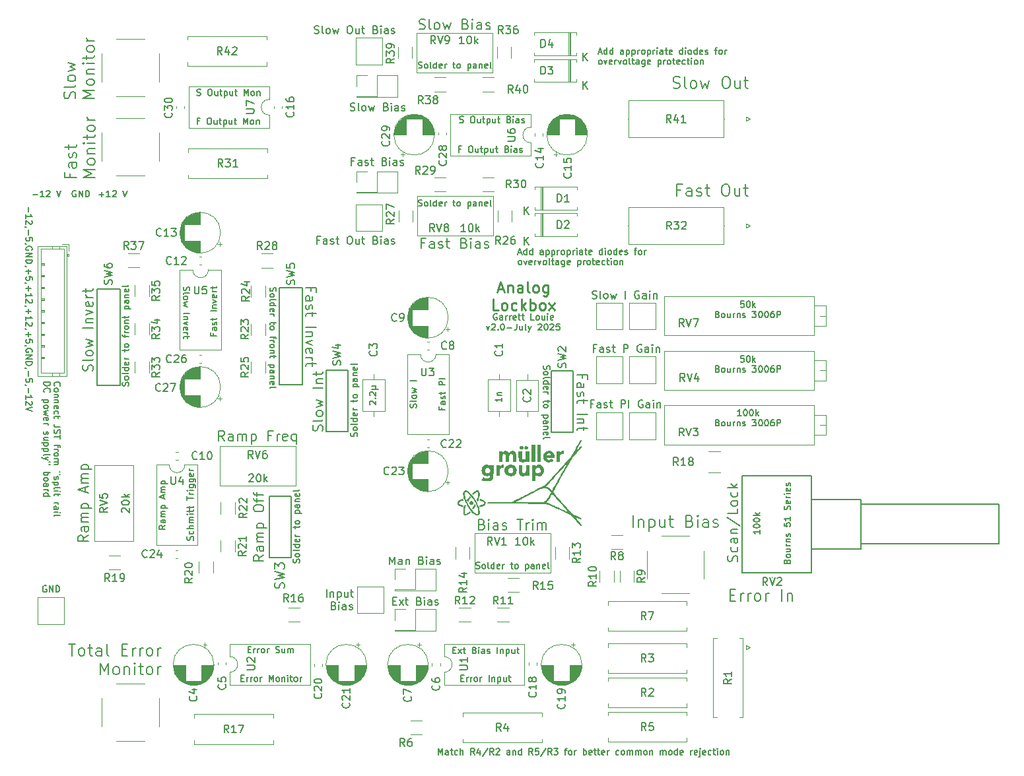
<source format=gto>
G04 #@! TF.GenerationSoftware,KiCad,Pcbnew,9.0.3*
G04 #@! TF.CreationDate,2025-07-30T16:46:21-07:00*
G04 #@! TF.ProjectId,analog-lockbox-v2,616e616c-6f67-42d6-9c6f-636b626f782d,rev?*
G04 #@! TF.SameCoordinates,Original*
G04 #@! TF.FileFunction,Legend,Top*
G04 #@! TF.FilePolarity,Positive*
%FSLAX46Y46*%
G04 Gerber Fmt 4.6, Leading zero omitted, Abs format (unit mm)*
G04 Created by KiCad (PCBNEW 9.0.3) date 2025-07-30 16:46:21*
%MOMM*%
%LPD*%
G01*
G04 APERTURE LIST*
%ADD10C,0.152400*%
%ADD11C,0.150000*%
%ADD12C,0.162500*%
%ADD13C,0.200000*%
%ADD14C,0.187500*%
%ADD15C,0.280000*%
%ADD16C,0.120000*%
%ADD17C,0.100000*%
%ADD18C,0.000000*%
G04 APERTURE END LIST*
D10*
X103700000Y-81000000D02*
X106700000Y-81000000D01*
X106700000Y-93400000D01*
X103700000Y-93400000D01*
X103700000Y-81000000D01*
X138600000Y-91600000D02*
X141400000Y-91600000D01*
X141400000Y-99500000D01*
X138600000Y-99500000D01*
X138600000Y-91600000D01*
X109700000Y-91500000D02*
X112500000Y-91500000D01*
X112500000Y-99400000D01*
X109700000Y-99400000D01*
X109700000Y-91500000D01*
X80300000Y-81100000D02*
X83300000Y-81100000D01*
X83300000Y-93500000D01*
X80300000Y-93500000D01*
X80300000Y-81100000D01*
X102400000Y-107700000D02*
X105200000Y-107700000D01*
X105200000Y-115600000D01*
X102400000Y-115600000D01*
X102400000Y-107700000D01*
X73819539Y-119218508D02*
X73742129Y-119179803D01*
X73742129Y-119179803D02*
X73626015Y-119179803D01*
X73626015Y-119179803D02*
X73509901Y-119218508D01*
X73509901Y-119218508D02*
X73432491Y-119295918D01*
X73432491Y-119295918D02*
X73393786Y-119373327D01*
X73393786Y-119373327D02*
X73355082Y-119528146D01*
X73355082Y-119528146D02*
X73355082Y-119644260D01*
X73355082Y-119644260D02*
X73393786Y-119799079D01*
X73393786Y-119799079D02*
X73432491Y-119876489D01*
X73432491Y-119876489D02*
X73509901Y-119953899D01*
X73509901Y-119953899D02*
X73626015Y-119992603D01*
X73626015Y-119992603D02*
X73703424Y-119992603D01*
X73703424Y-119992603D02*
X73819539Y-119953899D01*
X73819539Y-119953899D02*
X73858243Y-119915194D01*
X73858243Y-119915194D02*
X73858243Y-119644260D01*
X73858243Y-119644260D02*
X73703424Y-119644260D01*
X74206586Y-119992603D02*
X74206586Y-119179803D01*
X74206586Y-119179803D02*
X74671043Y-119992603D01*
X74671043Y-119992603D02*
X74671043Y-119179803D01*
X75058091Y-119992603D02*
X75058091Y-119179803D01*
X75058091Y-119179803D02*
X75251615Y-119179803D01*
X75251615Y-119179803D02*
X75367729Y-119218508D01*
X75367729Y-119218508D02*
X75445139Y-119295918D01*
X75445139Y-119295918D02*
X75483844Y-119373327D01*
X75483844Y-119373327D02*
X75522548Y-119528146D01*
X75522548Y-119528146D02*
X75522548Y-119644260D01*
X75522548Y-119644260D02*
X75483844Y-119799079D01*
X75483844Y-119799079D02*
X75445139Y-119876489D01*
X75445139Y-119876489D02*
X75367729Y-119953899D01*
X75367729Y-119953899D02*
X75251615Y-119992603D01*
X75251615Y-119992603D02*
X75058091Y-119992603D01*
X113653899Y-100044917D02*
X113692603Y-99928803D01*
X113692603Y-99928803D02*
X113692603Y-99735279D01*
X113692603Y-99735279D02*
X113653899Y-99657870D01*
X113653899Y-99657870D02*
X113615194Y-99619165D01*
X113615194Y-99619165D02*
X113537784Y-99580460D01*
X113537784Y-99580460D02*
X113460375Y-99580460D01*
X113460375Y-99580460D02*
X113382965Y-99619165D01*
X113382965Y-99619165D02*
X113344260Y-99657870D01*
X113344260Y-99657870D02*
X113305556Y-99735279D01*
X113305556Y-99735279D02*
X113266851Y-99890098D01*
X113266851Y-99890098D02*
X113228146Y-99967508D01*
X113228146Y-99967508D02*
X113189441Y-100006213D01*
X113189441Y-100006213D02*
X113112032Y-100044917D01*
X113112032Y-100044917D02*
X113034622Y-100044917D01*
X113034622Y-100044917D02*
X112957213Y-100006213D01*
X112957213Y-100006213D02*
X112918508Y-99967508D01*
X112918508Y-99967508D02*
X112879803Y-99890098D01*
X112879803Y-99890098D02*
X112879803Y-99696575D01*
X112879803Y-99696575D02*
X112918508Y-99580460D01*
X113692603Y-99116003D02*
X113653899Y-99193413D01*
X113653899Y-99193413D02*
X113615194Y-99232118D01*
X113615194Y-99232118D02*
X113537784Y-99270822D01*
X113537784Y-99270822D02*
X113305556Y-99270822D01*
X113305556Y-99270822D02*
X113228146Y-99232118D01*
X113228146Y-99232118D02*
X113189441Y-99193413D01*
X113189441Y-99193413D02*
X113150737Y-99116003D01*
X113150737Y-99116003D02*
X113150737Y-98999889D01*
X113150737Y-98999889D02*
X113189441Y-98922480D01*
X113189441Y-98922480D02*
X113228146Y-98883775D01*
X113228146Y-98883775D02*
X113305556Y-98845070D01*
X113305556Y-98845070D02*
X113537784Y-98845070D01*
X113537784Y-98845070D02*
X113615194Y-98883775D01*
X113615194Y-98883775D02*
X113653899Y-98922480D01*
X113653899Y-98922480D02*
X113692603Y-98999889D01*
X113692603Y-98999889D02*
X113692603Y-99116003D01*
X113692603Y-98380613D02*
X113653899Y-98458023D01*
X113653899Y-98458023D02*
X113576489Y-98496728D01*
X113576489Y-98496728D02*
X112879803Y-98496728D01*
X113692603Y-97722633D02*
X112879803Y-97722633D01*
X113653899Y-97722633D02*
X113692603Y-97800042D01*
X113692603Y-97800042D02*
X113692603Y-97954861D01*
X113692603Y-97954861D02*
X113653899Y-98032271D01*
X113653899Y-98032271D02*
X113615194Y-98070976D01*
X113615194Y-98070976D02*
X113537784Y-98109680D01*
X113537784Y-98109680D02*
X113305556Y-98109680D01*
X113305556Y-98109680D02*
X113228146Y-98070976D01*
X113228146Y-98070976D02*
X113189441Y-98032271D01*
X113189441Y-98032271D02*
X113150737Y-97954861D01*
X113150737Y-97954861D02*
X113150737Y-97800042D01*
X113150737Y-97800042D02*
X113189441Y-97722633D01*
X113653899Y-97025948D02*
X113692603Y-97103357D01*
X113692603Y-97103357D02*
X113692603Y-97258176D01*
X113692603Y-97258176D02*
X113653899Y-97335586D01*
X113653899Y-97335586D02*
X113576489Y-97374290D01*
X113576489Y-97374290D02*
X113266851Y-97374290D01*
X113266851Y-97374290D02*
X113189441Y-97335586D01*
X113189441Y-97335586D02*
X113150737Y-97258176D01*
X113150737Y-97258176D02*
X113150737Y-97103357D01*
X113150737Y-97103357D02*
X113189441Y-97025948D01*
X113189441Y-97025948D02*
X113266851Y-96987243D01*
X113266851Y-96987243D02*
X113344260Y-96987243D01*
X113344260Y-96987243D02*
X113421670Y-97374290D01*
X113692603Y-96638900D02*
X113150737Y-96638900D01*
X113305556Y-96638900D02*
X113228146Y-96600195D01*
X113228146Y-96600195D02*
X113189441Y-96561490D01*
X113189441Y-96561490D02*
X113150737Y-96484081D01*
X113150737Y-96484081D02*
X113150737Y-96406671D01*
X113150737Y-95632576D02*
X113150737Y-95322938D01*
X112879803Y-95516462D02*
X113576489Y-95516462D01*
X113576489Y-95516462D02*
X113653899Y-95477757D01*
X113653899Y-95477757D02*
X113692603Y-95400347D01*
X113692603Y-95400347D02*
X113692603Y-95322938D01*
X113692603Y-94935890D02*
X113653899Y-95013300D01*
X113653899Y-95013300D02*
X113615194Y-95052005D01*
X113615194Y-95052005D02*
X113537784Y-95090709D01*
X113537784Y-95090709D02*
X113305556Y-95090709D01*
X113305556Y-95090709D02*
X113228146Y-95052005D01*
X113228146Y-95052005D02*
X113189441Y-95013300D01*
X113189441Y-95013300D02*
X113150737Y-94935890D01*
X113150737Y-94935890D02*
X113150737Y-94819776D01*
X113150737Y-94819776D02*
X113189441Y-94742367D01*
X113189441Y-94742367D02*
X113228146Y-94703662D01*
X113228146Y-94703662D02*
X113305556Y-94664957D01*
X113305556Y-94664957D02*
X113537784Y-94664957D01*
X113537784Y-94664957D02*
X113615194Y-94703662D01*
X113615194Y-94703662D02*
X113653899Y-94742367D01*
X113653899Y-94742367D02*
X113692603Y-94819776D01*
X113692603Y-94819776D02*
X113692603Y-94935890D01*
X113150737Y-93697339D02*
X113963537Y-93697339D01*
X113189441Y-93697339D02*
X113150737Y-93619929D01*
X113150737Y-93619929D02*
X113150737Y-93465110D01*
X113150737Y-93465110D02*
X113189441Y-93387701D01*
X113189441Y-93387701D02*
X113228146Y-93348996D01*
X113228146Y-93348996D02*
X113305556Y-93310291D01*
X113305556Y-93310291D02*
X113537784Y-93310291D01*
X113537784Y-93310291D02*
X113615194Y-93348996D01*
X113615194Y-93348996D02*
X113653899Y-93387701D01*
X113653899Y-93387701D02*
X113692603Y-93465110D01*
X113692603Y-93465110D02*
X113692603Y-93619929D01*
X113692603Y-93619929D02*
X113653899Y-93697339D01*
X113692603Y-92613606D02*
X113266851Y-92613606D01*
X113266851Y-92613606D02*
X113189441Y-92652311D01*
X113189441Y-92652311D02*
X113150737Y-92729720D01*
X113150737Y-92729720D02*
X113150737Y-92884539D01*
X113150737Y-92884539D02*
X113189441Y-92961949D01*
X113653899Y-92613606D02*
X113692603Y-92691015D01*
X113692603Y-92691015D02*
X113692603Y-92884539D01*
X113692603Y-92884539D02*
X113653899Y-92961949D01*
X113653899Y-92961949D02*
X113576489Y-93000653D01*
X113576489Y-93000653D02*
X113499079Y-93000653D01*
X113499079Y-93000653D02*
X113421670Y-92961949D01*
X113421670Y-92961949D02*
X113382965Y-92884539D01*
X113382965Y-92884539D02*
X113382965Y-92691015D01*
X113382965Y-92691015D02*
X113344260Y-92613606D01*
X113150737Y-92226559D02*
X113692603Y-92226559D01*
X113228146Y-92226559D02*
X113189441Y-92187854D01*
X113189441Y-92187854D02*
X113150737Y-92110444D01*
X113150737Y-92110444D02*
X113150737Y-91994330D01*
X113150737Y-91994330D02*
X113189441Y-91916921D01*
X113189441Y-91916921D02*
X113266851Y-91878216D01*
X113266851Y-91878216D02*
X113692603Y-91878216D01*
X113653899Y-91181531D02*
X113692603Y-91258940D01*
X113692603Y-91258940D02*
X113692603Y-91413759D01*
X113692603Y-91413759D02*
X113653899Y-91491169D01*
X113653899Y-91491169D02*
X113576489Y-91529873D01*
X113576489Y-91529873D02*
X113266851Y-91529873D01*
X113266851Y-91529873D02*
X113189441Y-91491169D01*
X113189441Y-91491169D02*
X113150737Y-91413759D01*
X113150737Y-91413759D02*
X113150737Y-91258940D01*
X113150737Y-91258940D02*
X113189441Y-91181531D01*
X113189441Y-91181531D02*
X113266851Y-91142826D01*
X113266851Y-91142826D02*
X113344260Y-91142826D01*
X113344260Y-91142826D02*
X113421670Y-91529873D01*
X113692603Y-90678368D02*
X113653899Y-90755778D01*
X113653899Y-90755778D02*
X113576489Y-90794483D01*
X113576489Y-90794483D02*
X112879803Y-90794483D01*
D11*
X143833333Y-82307200D02*
X143976190Y-82354819D01*
X143976190Y-82354819D02*
X144214285Y-82354819D01*
X144214285Y-82354819D02*
X144309523Y-82307200D01*
X144309523Y-82307200D02*
X144357142Y-82259580D01*
X144357142Y-82259580D02*
X144404761Y-82164342D01*
X144404761Y-82164342D02*
X144404761Y-82069104D01*
X144404761Y-82069104D02*
X144357142Y-81973866D01*
X144357142Y-81973866D02*
X144309523Y-81926247D01*
X144309523Y-81926247D02*
X144214285Y-81878628D01*
X144214285Y-81878628D02*
X144023809Y-81831009D01*
X144023809Y-81831009D02*
X143928571Y-81783390D01*
X143928571Y-81783390D02*
X143880952Y-81735771D01*
X143880952Y-81735771D02*
X143833333Y-81640533D01*
X143833333Y-81640533D02*
X143833333Y-81545295D01*
X143833333Y-81545295D02*
X143880952Y-81450057D01*
X143880952Y-81450057D02*
X143928571Y-81402438D01*
X143928571Y-81402438D02*
X144023809Y-81354819D01*
X144023809Y-81354819D02*
X144261904Y-81354819D01*
X144261904Y-81354819D02*
X144404761Y-81402438D01*
X144976190Y-82354819D02*
X144880952Y-82307200D01*
X144880952Y-82307200D02*
X144833333Y-82211961D01*
X144833333Y-82211961D02*
X144833333Y-81354819D01*
X145500000Y-82354819D02*
X145404762Y-82307200D01*
X145404762Y-82307200D02*
X145357143Y-82259580D01*
X145357143Y-82259580D02*
X145309524Y-82164342D01*
X145309524Y-82164342D02*
X145309524Y-81878628D01*
X145309524Y-81878628D02*
X145357143Y-81783390D01*
X145357143Y-81783390D02*
X145404762Y-81735771D01*
X145404762Y-81735771D02*
X145500000Y-81688152D01*
X145500000Y-81688152D02*
X145642857Y-81688152D01*
X145642857Y-81688152D02*
X145738095Y-81735771D01*
X145738095Y-81735771D02*
X145785714Y-81783390D01*
X145785714Y-81783390D02*
X145833333Y-81878628D01*
X145833333Y-81878628D02*
X145833333Y-82164342D01*
X145833333Y-82164342D02*
X145785714Y-82259580D01*
X145785714Y-82259580D02*
X145738095Y-82307200D01*
X145738095Y-82307200D02*
X145642857Y-82354819D01*
X145642857Y-82354819D02*
X145500000Y-82354819D01*
X146166667Y-81688152D02*
X146357143Y-82354819D01*
X146357143Y-82354819D02*
X146547619Y-81878628D01*
X146547619Y-81878628D02*
X146738095Y-82354819D01*
X146738095Y-82354819D02*
X146928571Y-81688152D01*
X148071429Y-82354819D02*
X148071429Y-81354819D01*
X149833333Y-81402438D02*
X149738095Y-81354819D01*
X149738095Y-81354819D02*
X149595238Y-81354819D01*
X149595238Y-81354819D02*
X149452381Y-81402438D01*
X149452381Y-81402438D02*
X149357143Y-81497676D01*
X149357143Y-81497676D02*
X149309524Y-81592914D01*
X149309524Y-81592914D02*
X149261905Y-81783390D01*
X149261905Y-81783390D02*
X149261905Y-81926247D01*
X149261905Y-81926247D02*
X149309524Y-82116723D01*
X149309524Y-82116723D02*
X149357143Y-82211961D01*
X149357143Y-82211961D02*
X149452381Y-82307200D01*
X149452381Y-82307200D02*
X149595238Y-82354819D01*
X149595238Y-82354819D02*
X149690476Y-82354819D01*
X149690476Y-82354819D02*
X149833333Y-82307200D01*
X149833333Y-82307200D02*
X149880952Y-82259580D01*
X149880952Y-82259580D02*
X149880952Y-81926247D01*
X149880952Y-81926247D02*
X149690476Y-81926247D01*
X150738095Y-82354819D02*
X150738095Y-81831009D01*
X150738095Y-81831009D02*
X150690476Y-81735771D01*
X150690476Y-81735771D02*
X150595238Y-81688152D01*
X150595238Y-81688152D02*
X150404762Y-81688152D01*
X150404762Y-81688152D02*
X150309524Y-81735771D01*
X150738095Y-82307200D02*
X150642857Y-82354819D01*
X150642857Y-82354819D02*
X150404762Y-82354819D01*
X150404762Y-82354819D02*
X150309524Y-82307200D01*
X150309524Y-82307200D02*
X150261905Y-82211961D01*
X150261905Y-82211961D02*
X150261905Y-82116723D01*
X150261905Y-82116723D02*
X150309524Y-82021485D01*
X150309524Y-82021485D02*
X150404762Y-81973866D01*
X150404762Y-81973866D02*
X150642857Y-81973866D01*
X150642857Y-81973866D02*
X150738095Y-81926247D01*
X151214286Y-82354819D02*
X151214286Y-81688152D01*
X151214286Y-81354819D02*
X151166667Y-81402438D01*
X151166667Y-81402438D02*
X151214286Y-81450057D01*
X151214286Y-81450057D02*
X151261905Y-81402438D01*
X151261905Y-81402438D02*
X151214286Y-81354819D01*
X151214286Y-81354819D02*
X151214286Y-81450057D01*
X151690476Y-81688152D02*
X151690476Y-82354819D01*
X151690476Y-81783390D02*
X151738095Y-81735771D01*
X151738095Y-81735771D02*
X151833333Y-81688152D01*
X151833333Y-81688152D02*
X151976190Y-81688152D01*
X151976190Y-81688152D02*
X152071428Y-81735771D01*
X152071428Y-81735771D02*
X152119047Y-81831009D01*
X152119047Y-81831009D02*
X152119047Y-82354819D01*
D10*
X95266851Y-86835279D02*
X95266851Y-87106213D01*
X95692603Y-87106213D02*
X94879803Y-87106213D01*
X94879803Y-87106213D02*
X94879803Y-86719165D01*
X95692603Y-86061184D02*
X95266851Y-86061184D01*
X95266851Y-86061184D02*
X95189441Y-86099889D01*
X95189441Y-86099889D02*
X95150737Y-86177298D01*
X95150737Y-86177298D02*
X95150737Y-86332117D01*
X95150737Y-86332117D02*
X95189441Y-86409527D01*
X95653899Y-86061184D02*
X95692603Y-86138593D01*
X95692603Y-86138593D02*
X95692603Y-86332117D01*
X95692603Y-86332117D02*
X95653899Y-86409527D01*
X95653899Y-86409527D02*
X95576489Y-86448231D01*
X95576489Y-86448231D02*
X95499079Y-86448231D01*
X95499079Y-86448231D02*
X95421670Y-86409527D01*
X95421670Y-86409527D02*
X95382965Y-86332117D01*
X95382965Y-86332117D02*
X95382965Y-86138593D01*
X95382965Y-86138593D02*
X95344260Y-86061184D01*
X95653899Y-85712841D02*
X95692603Y-85635432D01*
X95692603Y-85635432D02*
X95692603Y-85480613D01*
X95692603Y-85480613D02*
X95653899Y-85403203D01*
X95653899Y-85403203D02*
X95576489Y-85364499D01*
X95576489Y-85364499D02*
X95537784Y-85364499D01*
X95537784Y-85364499D02*
X95460375Y-85403203D01*
X95460375Y-85403203D02*
X95421670Y-85480613D01*
X95421670Y-85480613D02*
X95421670Y-85596727D01*
X95421670Y-85596727D02*
X95382965Y-85674137D01*
X95382965Y-85674137D02*
X95305556Y-85712841D01*
X95305556Y-85712841D02*
X95266851Y-85712841D01*
X95266851Y-85712841D02*
X95189441Y-85674137D01*
X95189441Y-85674137D02*
X95150737Y-85596727D01*
X95150737Y-85596727D02*
X95150737Y-85480613D01*
X95150737Y-85480613D02*
X95189441Y-85403203D01*
X95150737Y-85132270D02*
X95150737Y-84822632D01*
X94879803Y-85016156D02*
X95576489Y-85016156D01*
X95576489Y-85016156D02*
X95653899Y-84977451D01*
X95653899Y-84977451D02*
X95692603Y-84900041D01*
X95692603Y-84900041D02*
X95692603Y-84822632D01*
X95692603Y-83932423D02*
X94879803Y-83932423D01*
X95150737Y-83545375D02*
X95692603Y-83545375D01*
X95228146Y-83545375D02*
X95189441Y-83506670D01*
X95189441Y-83506670D02*
X95150737Y-83429260D01*
X95150737Y-83429260D02*
X95150737Y-83313146D01*
X95150737Y-83313146D02*
X95189441Y-83235737D01*
X95189441Y-83235737D02*
X95266851Y-83197032D01*
X95266851Y-83197032D02*
X95692603Y-83197032D01*
X95150737Y-82887394D02*
X95692603Y-82693870D01*
X95692603Y-82693870D02*
X95150737Y-82500347D01*
X95653899Y-81881071D02*
X95692603Y-81958480D01*
X95692603Y-81958480D02*
X95692603Y-82113299D01*
X95692603Y-82113299D02*
X95653899Y-82190709D01*
X95653899Y-82190709D02*
X95576489Y-82229413D01*
X95576489Y-82229413D02*
X95266851Y-82229413D01*
X95266851Y-82229413D02*
X95189441Y-82190709D01*
X95189441Y-82190709D02*
X95150737Y-82113299D01*
X95150737Y-82113299D02*
X95150737Y-81958480D01*
X95150737Y-81958480D02*
X95189441Y-81881071D01*
X95189441Y-81881071D02*
X95266851Y-81842366D01*
X95266851Y-81842366D02*
X95344260Y-81842366D01*
X95344260Y-81842366D02*
X95421670Y-82229413D01*
X95692603Y-81494023D02*
X95150737Y-81494023D01*
X95305556Y-81494023D02*
X95228146Y-81455318D01*
X95228146Y-81455318D02*
X95189441Y-81416613D01*
X95189441Y-81416613D02*
X95150737Y-81339204D01*
X95150737Y-81339204D02*
X95150737Y-81261794D01*
X95150737Y-81106975D02*
X95150737Y-80797337D01*
X94879803Y-80990861D02*
X95576489Y-80990861D01*
X95576489Y-80990861D02*
X95653899Y-80952156D01*
X95653899Y-80952156D02*
X95692603Y-80874746D01*
X95692603Y-80874746D02*
X95692603Y-80797337D01*
D12*
X79192954Y-112737618D02*
X78573907Y-113170951D01*
X79192954Y-113480475D02*
X77892954Y-113480475D01*
X77892954Y-113480475D02*
X77892954Y-112985237D01*
X77892954Y-112985237D02*
X77954859Y-112861427D01*
X77954859Y-112861427D02*
X78016764Y-112799522D01*
X78016764Y-112799522D02*
X78140573Y-112737618D01*
X78140573Y-112737618D02*
X78326288Y-112737618D01*
X78326288Y-112737618D02*
X78450097Y-112799522D01*
X78450097Y-112799522D02*
X78512002Y-112861427D01*
X78512002Y-112861427D02*
X78573907Y-112985237D01*
X78573907Y-112985237D02*
X78573907Y-113480475D01*
X79192954Y-111623332D02*
X78512002Y-111623332D01*
X78512002Y-111623332D02*
X78388192Y-111685237D01*
X78388192Y-111685237D02*
X78326288Y-111809046D01*
X78326288Y-111809046D02*
X78326288Y-112056665D01*
X78326288Y-112056665D02*
X78388192Y-112180475D01*
X79131050Y-111623332D02*
X79192954Y-111747141D01*
X79192954Y-111747141D02*
X79192954Y-112056665D01*
X79192954Y-112056665D02*
X79131050Y-112180475D01*
X79131050Y-112180475D02*
X79007240Y-112242379D01*
X79007240Y-112242379D02*
X78883430Y-112242379D01*
X78883430Y-112242379D02*
X78759621Y-112180475D01*
X78759621Y-112180475D02*
X78697716Y-112056665D01*
X78697716Y-112056665D02*
X78697716Y-111747141D01*
X78697716Y-111747141D02*
X78635811Y-111623332D01*
X79192954Y-111004285D02*
X78326288Y-111004285D01*
X78450097Y-111004285D02*
X78388192Y-110942380D01*
X78388192Y-110942380D02*
X78326288Y-110818570D01*
X78326288Y-110818570D02*
X78326288Y-110632856D01*
X78326288Y-110632856D02*
X78388192Y-110509047D01*
X78388192Y-110509047D02*
X78512002Y-110447142D01*
X78512002Y-110447142D02*
X79192954Y-110447142D01*
X78512002Y-110447142D02*
X78388192Y-110385237D01*
X78388192Y-110385237D02*
X78326288Y-110261428D01*
X78326288Y-110261428D02*
X78326288Y-110075713D01*
X78326288Y-110075713D02*
X78388192Y-109951904D01*
X78388192Y-109951904D02*
X78512002Y-109889999D01*
X78512002Y-109889999D02*
X79192954Y-109889999D01*
X78326288Y-109270952D02*
X79626288Y-109270952D01*
X78388192Y-109270952D02*
X78326288Y-109147142D01*
X78326288Y-109147142D02*
X78326288Y-108899523D01*
X78326288Y-108899523D02*
X78388192Y-108775714D01*
X78388192Y-108775714D02*
X78450097Y-108713809D01*
X78450097Y-108713809D02*
X78573907Y-108651904D01*
X78573907Y-108651904D02*
X78945335Y-108651904D01*
X78945335Y-108651904D02*
X79069145Y-108713809D01*
X79069145Y-108713809D02*
X79131050Y-108775714D01*
X79131050Y-108775714D02*
X79192954Y-108899523D01*
X79192954Y-108899523D02*
X79192954Y-109147142D01*
X79192954Y-109147142D02*
X79131050Y-109270952D01*
X78821526Y-107166190D02*
X78821526Y-106547143D01*
X79192954Y-107290000D02*
X77892954Y-106856667D01*
X77892954Y-106856667D02*
X79192954Y-106423333D01*
X79192954Y-105990000D02*
X78326288Y-105990000D01*
X78450097Y-105990000D02*
X78388192Y-105928095D01*
X78388192Y-105928095D02*
X78326288Y-105804285D01*
X78326288Y-105804285D02*
X78326288Y-105618571D01*
X78326288Y-105618571D02*
X78388192Y-105494762D01*
X78388192Y-105494762D02*
X78512002Y-105432857D01*
X78512002Y-105432857D02*
X79192954Y-105432857D01*
X78512002Y-105432857D02*
X78388192Y-105370952D01*
X78388192Y-105370952D02*
X78326288Y-105247143D01*
X78326288Y-105247143D02*
X78326288Y-105061428D01*
X78326288Y-105061428D02*
X78388192Y-104937619D01*
X78388192Y-104937619D02*
X78512002Y-104875714D01*
X78512002Y-104875714D02*
X79192954Y-104875714D01*
X78326288Y-104256667D02*
X79626288Y-104256667D01*
X78388192Y-104256667D02*
X78326288Y-104132857D01*
X78326288Y-104132857D02*
X78326288Y-103885238D01*
X78326288Y-103885238D02*
X78388192Y-103761429D01*
X78388192Y-103761429D02*
X78450097Y-103699524D01*
X78450097Y-103699524D02*
X78573907Y-103637619D01*
X78573907Y-103637619D02*
X78945335Y-103637619D01*
X78945335Y-103637619D02*
X79069145Y-103699524D01*
X79069145Y-103699524D02*
X79131050Y-103761429D01*
X79131050Y-103761429D02*
X79192954Y-103885238D01*
X79192954Y-103885238D02*
X79192954Y-104132857D01*
X79192954Y-104132857D02*
X79131050Y-104256667D01*
D13*
X127393482Y-49667219D02*
X126822054Y-49667219D01*
X127107768Y-49667219D02*
X127107768Y-48667219D01*
X127107768Y-48667219D02*
X127012530Y-48810076D01*
X127012530Y-48810076D02*
X126917292Y-48905314D01*
X126917292Y-48905314D02*
X126822054Y-48952933D01*
X128012530Y-48667219D02*
X128107768Y-48667219D01*
X128107768Y-48667219D02*
X128203006Y-48714838D01*
X128203006Y-48714838D02*
X128250625Y-48762457D01*
X128250625Y-48762457D02*
X128298244Y-48857695D01*
X128298244Y-48857695D02*
X128345863Y-49048171D01*
X128345863Y-49048171D02*
X128345863Y-49286266D01*
X128345863Y-49286266D02*
X128298244Y-49476742D01*
X128298244Y-49476742D02*
X128250625Y-49571980D01*
X128250625Y-49571980D02*
X128203006Y-49619600D01*
X128203006Y-49619600D02*
X128107768Y-49667219D01*
X128107768Y-49667219D02*
X128012530Y-49667219D01*
X128012530Y-49667219D02*
X127917292Y-49619600D01*
X127917292Y-49619600D02*
X127869673Y-49571980D01*
X127869673Y-49571980D02*
X127822054Y-49476742D01*
X127822054Y-49476742D02*
X127774435Y-49286266D01*
X127774435Y-49286266D02*
X127774435Y-49048171D01*
X127774435Y-49048171D02*
X127822054Y-48857695D01*
X127822054Y-48857695D02*
X127869673Y-48762457D01*
X127869673Y-48762457D02*
X127917292Y-48714838D01*
X127917292Y-48714838D02*
X128012530Y-48667219D01*
X128774435Y-49667219D02*
X128774435Y-48667219D01*
X128869673Y-49286266D02*
X129155387Y-49667219D01*
X129155387Y-49000552D02*
X128774435Y-49381504D01*
D10*
X126855082Y-59753899D02*
X126971196Y-59792603D01*
X126971196Y-59792603D02*
X127164720Y-59792603D01*
X127164720Y-59792603D02*
X127242129Y-59753899D01*
X127242129Y-59753899D02*
X127280834Y-59715194D01*
X127280834Y-59715194D02*
X127319539Y-59637784D01*
X127319539Y-59637784D02*
X127319539Y-59560375D01*
X127319539Y-59560375D02*
X127280834Y-59482965D01*
X127280834Y-59482965D02*
X127242129Y-59444260D01*
X127242129Y-59444260D02*
X127164720Y-59405556D01*
X127164720Y-59405556D02*
X127009901Y-59366851D01*
X127009901Y-59366851D02*
X126932491Y-59328146D01*
X126932491Y-59328146D02*
X126893786Y-59289441D01*
X126893786Y-59289441D02*
X126855082Y-59212032D01*
X126855082Y-59212032D02*
X126855082Y-59134622D01*
X126855082Y-59134622D02*
X126893786Y-59057213D01*
X126893786Y-59057213D02*
X126932491Y-59018508D01*
X126932491Y-59018508D02*
X127009901Y-58979803D01*
X127009901Y-58979803D02*
X127203424Y-58979803D01*
X127203424Y-58979803D02*
X127319539Y-59018508D01*
X128441976Y-58979803D02*
X128596795Y-58979803D01*
X128596795Y-58979803D02*
X128674205Y-59018508D01*
X128674205Y-59018508D02*
X128751614Y-59095918D01*
X128751614Y-59095918D02*
X128790319Y-59250737D01*
X128790319Y-59250737D02*
X128790319Y-59521670D01*
X128790319Y-59521670D02*
X128751614Y-59676489D01*
X128751614Y-59676489D02*
X128674205Y-59753899D01*
X128674205Y-59753899D02*
X128596795Y-59792603D01*
X128596795Y-59792603D02*
X128441976Y-59792603D01*
X128441976Y-59792603D02*
X128364567Y-59753899D01*
X128364567Y-59753899D02*
X128287157Y-59676489D01*
X128287157Y-59676489D02*
X128248453Y-59521670D01*
X128248453Y-59521670D02*
X128248453Y-59250737D01*
X128248453Y-59250737D02*
X128287157Y-59095918D01*
X128287157Y-59095918D02*
X128364567Y-59018508D01*
X128364567Y-59018508D02*
X128441976Y-58979803D01*
X129487005Y-59250737D02*
X129487005Y-59792603D01*
X129138662Y-59250737D02*
X129138662Y-59676489D01*
X129138662Y-59676489D02*
X129177367Y-59753899D01*
X129177367Y-59753899D02*
X129254777Y-59792603D01*
X129254777Y-59792603D02*
X129370891Y-59792603D01*
X129370891Y-59792603D02*
X129448300Y-59753899D01*
X129448300Y-59753899D02*
X129487005Y-59715194D01*
X129757938Y-59250737D02*
X130067576Y-59250737D01*
X129874052Y-58979803D02*
X129874052Y-59676489D01*
X129874052Y-59676489D02*
X129912757Y-59753899D01*
X129912757Y-59753899D02*
X129990167Y-59792603D01*
X129990167Y-59792603D02*
X130067576Y-59792603D01*
X130338509Y-59250737D02*
X130338509Y-60063537D01*
X130338509Y-59289441D02*
X130415919Y-59250737D01*
X130415919Y-59250737D02*
X130570738Y-59250737D01*
X130570738Y-59250737D02*
X130648147Y-59289441D01*
X130648147Y-59289441D02*
X130686852Y-59328146D01*
X130686852Y-59328146D02*
X130725557Y-59405556D01*
X130725557Y-59405556D02*
X130725557Y-59637784D01*
X130725557Y-59637784D02*
X130686852Y-59715194D01*
X130686852Y-59715194D02*
X130648147Y-59753899D01*
X130648147Y-59753899D02*
X130570738Y-59792603D01*
X130570738Y-59792603D02*
X130415919Y-59792603D01*
X130415919Y-59792603D02*
X130338509Y-59753899D01*
X131422242Y-59250737D02*
X131422242Y-59792603D01*
X131073899Y-59250737D02*
X131073899Y-59676489D01*
X131073899Y-59676489D02*
X131112604Y-59753899D01*
X131112604Y-59753899D02*
X131190014Y-59792603D01*
X131190014Y-59792603D02*
X131306128Y-59792603D01*
X131306128Y-59792603D02*
X131383537Y-59753899D01*
X131383537Y-59753899D02*
X131422242Y-59715194D01*
X131693175Y-59250737D02*
X132002813Y-59250737D01*
X131809289Y-58979803D02*
X131809289Y-59676489D01*
X131809289Y-59676489D02*
X131847994Y-59753899D01*
X131847994Y-59753899D02*
X131925404Y-59792603D01*
X131925404Y-59792603D02*
X132002813Y-59792603D01*
X133163956Y-59366851D02*
X133280070Y-59405556D01*
X133280070Y-59405556D02*
X133318775Y-59444260D01*
X133318775Y-59444260D02*
X133357479Y-59521670D01*
X133357479Y-59521670D02*
X133357479Y-59637784D01*
X133357479Y-59637784D02*
X133318775Y-59715194D01*
X133318775Y-59715194D02*
X133280070Y-59753899D01*
X133280070Y-59753899D02*
X133202660Y-59792603D01*
X133202660Y-59792603D02*
X132893022Y-59792603D01*
X132893022Y-59792603D02*
X132893022Y-58979803D01*
X132893022Y-58979803D02*
X133163956Y-58979803D01*
X133163956Y-58979803D02*
X133241365Y-59018508D01*
X133241365Y-59018508D02*
X133280070Y-59057213D01*
X133280070Y-59057213D02*
X133318775Y-59134622D01*
X133318775Y-59134622D02*
X133318775Y-59212032D01*
X133318775Y-59212032D02*
X133280070Y-59289441D01*
X133280070Y-59289441D02*
X133241365Y-59328146D01*
X133241365Y-59328146D02*
X133163956Y-59366851D01*
X133163956Y-59366851D02*
X132893022Y-59366851D01*
X133705822Y-59792603D02*
X133705822Y-59250737D01*
X133705822Y-58979803D02*
X133667118Y-59018508D01*
X133667118Y-59018508D02*
X133705822Y-59057213D01*
X133705822Y-59057213D02*
X133744527Y-59018508D01*
X133744527Y-59018508D02*
X133705822Y-58979803D01*
X133705822Y-58979803D02*
X133705822Y-59057213D01*
X134441213Y-59792603D02*
X134441213Y-59366851D01*
X134441213Y-59366851D02*
X134402508Y-59289441D01*
X134402508Y-59289441D02*
X134325099Y-59250737D01*
X134325099Y-59250737D02*
X134170280Y-59250737D01*
X134170280Y-59250737D02*
X134092870Y-59289441D01*
X134441213Y-59753899D02*
X134363804Y-59792603D01*
X134363804Y-59792603D02*
X134170280Y-59792603D01*
X134170280Y-59792603D02*
X134092870Y-59753899D01*
X134092870Y-59753899D02*
X134054166Y-59676489D01*
X134054166Y-59676489D02*
X134054166Y-59599079D01*
X134054166Y-59599079D02*
X134092870Y-59521670D01*
X134092870Y-59521670D02*
X134170280Y-59482965D01*
X134170280Y-59482965D02*
X134363804Y-59482965D01*
X134363804Y-59482965D02*
X134441213Y-59444260D01*
X134789556Y-59753899D02*
X134866965Y-59792603D01*
X134866965Y-59792603D02*
X135021784Y-59792603D01*
X135021784Y-59792603D02*
X135099194Y-59753899D01*
X135099194Y-59753899D02*
X135137898Y-59676489D01*
X135137898Y-59676489D02*
X135137898Y-59637784D01*
X135137898Y-59637784D02*
X135099194Y-59560375D01*
X135099194Y-59560375D02*
X135021784Y-59521670D01*
X135021784Y-59521670D02*
X134905670Y-59521670D01*
X134905670Y-59521670D02*
X134828260Y-59482965D01*
X134828260Y-59482965D02*
X134789556Y-59405556D01*
X134789556Y-59405556D02*
X134789556Y-59366851D01*
X134789556Y-59366851D02*
X134828260Y-59289441D01*
X134828260Y-59289441D02*
X134905670Y-59250737D01*
X134905670Y-59250737D02*
X135021784Y-59250737D01*
X135021784Y-59250737D02*
X135099194Y-59289441D01*
X163277486Y-89671241D02*
X162890438Y-89671241D01*
X162890438Y-89671241D02*
X162851734Y-90058289D01*
X162851734Y-90058289D02*
X162890438Y-90019584D01*
X162890438Y-90019584D02*
X162967848Y-89980879D01*
X162967848Y-89980879D02*
X163161372Y-89980879D01*
X163161372Y-89980879D02*
X163238781Y-90019584D01*
X163238781Y-90019584D02*
X163277486Y-90058289D01*
X163277486Y-90058289D02*
X163316191Y-90135698D01*
X163316191Y-90135698D02*
X163316191Y-90329222D01*
X163316191Y-90329222D02*
X163277486Y-90406632D01*
X163277486Y-90406632D02*
X163238781Y-90445337D01*
X163238781Y-90445337D02*
X163161372Y-90484041D01*
X163161372Y-90484041D02*
X162967848Y-90484041D01*
X162967848Y-90484041D02*
X162890438Y-90445337D01*
X162890438Y-90445337D02*
X162851734Y-90406632D01*
X163819352Y-89671241D02*
X163896762Y-89671241D01*
X163896762Y-89671241D02*
X163974171Y-89709946D01*
X163974171Y-89709946D02*
X164012876Y-89748651D01*
X164012876Y-89748651D02*
X164051581Y-89826060D01*
X164051581Y-89826060D02*
X164090286Y-89980879D01*
X164090286Y-89980879D02*
X164090286Y-90174403D01*
X164090286Y-90174403D02*
X164051581Y-90329222D01*
X164051581Y-90329222D02*
X164012876Y-90406632D01*
X164012876Y-90406632D02*
X163974171Y-90445337D01*
X163974171Y-90445337D02*
X163896762Y-90484041D01*
X163896762Y-90484041D02*
X163819352Y-90484041D01*
X163819352Y-90484041D02*
X163741943Y-90445337D01*
X163741943Y-90445337D02*
X163703238Y-90406632D01*
X163703238Y-90406632D02*
X163664533Y-90329222D01*
X163664533Y-90329222D02*
X163625829Y-90174403D01*
X163625829Y-90174403D02*
X163625829Y-89980879D01*
X163625829Y-89980879D02*
X163664533Y-89826060D01*
X163664533Y-89826060D02*
X163703238Y-89748651D01*
X163703238Y-89748651D02*
X163741943Y-89709946D01*
X163741943Y-89709946D02*
X163819352Y-89671241D01*
X164438628Y-90484041D02*
X164438628Y-89671241D01*
X164516038Y-90174403D02*
X164748266Y-90484041D01*
X164748266Y-89942175D02*
X164438628Y-90251813D01*
X159910173Y-91366851D02*
X160026287Y-91405556D01*
X160026287Y-91405556D02*
X160064992Y-91444260D01*
X160064992Y-91444260D02*
X160103696Y-91521670D01*
X160103696Y-91521670D02*
X160103696Y-91637784D01*
X160103696Y-91637784D02*
X160064992Y-91715194D01*
X160064992Y-91715194D02*
X160026287Y-91753899D01*
X160026287Y-91753899D02*
X159948877Y-91792603D01*
X159948877Y-91792603D02*
X159639239Y-91792603D01*
X159639239Y-91792603D02*
X159639239Y-90979803D01*
X159639239Y-90979803D02*
X159910173Y-90979803D01*
X159910173Y-90979803D02*
X159987582Y-91018508D01*
X159987582Y-91018508D02*
X160026287Y-91057213D01*
X160026287Y-91057213D02*
X160064992Y-91134622D01*
X160064992Y-91134622D02*
X160064992Y-91212032D01*
X160064992Y-91212032D02*
X160026287Y-91289441D01*
X160026287Y-91289441D02*
X159987582Y-91328146D01*
X159987582Y-91328146D02*
X159910173Y-91366851D01*
X159910173Y-91366851D02*
X159639239Y-91366851D01*
X160568154Y-91792603D02*
X160490744Y-91753899D01*
X160490744Y-91753899D02*
X160452039Y-91715194D01*
X160452039Y-91715194D02*
X160413335Y-91637784D01*
X160413335Y-91637784D02*
X160413335Y-91405556D01*
X160413335Y-91405556D02*
X160452039Y-91328146D01*
X160452039Y-91328146D02*
X160490744Y-91289441D01*
X160490744Y-91289441D02*
X160568154Y-91250737D01*
X160568154Y-91250737D02*
X160684268Y-91250737D01*
X160684268Y-91250737D02*
X160761677Y-91289441D01*
X160761677Y-91289441D02*
X160800382Y-91328146D01*
X160800382Y-91328146D02*
X160839087Y-91405556D01*
X160839087Y-91405556D02*
X160839087Y-91637784D01*
X160839087Y-91637784D02*
X160800382Y-91715194D01*
X160800382Y-91715194D02*
X160761677Y-91753899D01*
X160761677Y-91753899D02*
X160684268Y-91792603D01*
X160684268Y-91792603D02*
X160568154Y-91792603D01*
X161535772Y-91250737D02*
X161535772Y-91792603D01*
X161187429Y-91250737D02*
X161187429Y-91676489D01*
X161187429Y-91676489D02*
X161226134Y-91753899D01*
X161226134Y-91753899D02*
X161303544Y-91792603D01*
X161303544Y-91792603D02*
X161419658Y-91792603D01*
X161419658Y-91792603D02*
X161497067Y-91753899D01*
X161497067Y-91753899D02*
X161535772Y-91715194D01*
X161922819Y-91792603D02*
X161922819Y-91250737D01*
X161922819Y-91405556D02*
X161961524Y-91328146D01*
X161961524Y-91328146D02*
X162000229Y-91289441D01*
X162000229Y-91289441D02*
X162077638Y-91250737D01*
X162077638Y-91250737D02*
X162155048Y-91250737D01*
X162425981Y-91250737D02*
X162425981Y-91792603D01*
X162425981Y-91328146D02*
X162464686Y-91289441D01*
X162464686Y-91289441D02*
X162542096Y-91250737D01*
X162542096Y-91250737D02*
X162658210Y-91250737D01*
X162658210Y-91250737D02*
X162735619Y-91289441D01*
X162735619Y-91289441D02*
X162774324Y-91366851D01*
X162774324Y-91366851D02*
X162774324Y-91792603D01*
X163122667Y-91753899D02*
X163200076Y-91792603D01*
X163200076Y-91792603D02*
X163354895Y-91792603D01*
X163354895Y-91792603D02*
X163432305Y-91753899D01*
X163432305Y-91753899D02*
X163471009Y-91676489D01*
X163471009Y-91676489D02*
X163471009Y-91637784D01*
X163471009Y-91637784D02*
X163432305Y-91560375D01*
X163432305Y-91560375D02*
X163354895Y-91521670D01*
X163354895Y-91521670D02*
X163238781Y-91521670D01*
X163238781Y-91521670D02*
X163161371Y-91482965D01*
X163161371Y-91482965D02*
X163122667Y-91405556D01*
X163122667Y-91405556D02*
X163122667Y-91366851D01*
X163122667Y-91366851D02*
X163161371Y-91289441D01*
X163161371Y-91289441D02*
X163238781Y-91250737D01*
X163238781Y-91250737D02*
X163354895Y-91250737D01*
X163354895Y-91250737D02*
X163432305Y-91289441D01*
X164361219Y-90979803D02*
X164864381Y-90979803D01*
X164864381Y-90979803D02*
X164593447Y-91289441D01*
X164593447Y-91289441D02*
X164709562Y-91289441D01*
X164709562Y-91289441D02*
X164786971Y-91328146D01*
X164786971Y-91328146D02*
X164825676Y-91366851D01*
X164825676Y-91366851D02*
X164864381Y-91444260D01*
X164864381Y-91444260D02*
X164864381Y-91637784D01*
X164864381Y-91637784D02*
X164825676Y-91715194D01*
X164825676Y-91715194D02*
X164786971Y-91753899D01*
X164786971Y-91753899D02*
X164709562Y-91792603D01*
X164709562Y-91792603D02*
X164477333Y-91792603D01*
X164477333Y-91792603D02*
X164399924Y-91753899D01*
X164399924Y-91753899D02*
X164361219Y-91715194D01*
X165367542Y-90979803D02*
X165444952Y-90979803D01*
X165444952Y-90979803D02*
X165522361Y-91018508D01*
X165522361Y-91018508D02*
X165561066Y-91057213D01*
X165561066Y-91057213D02*
X165599771Y-91134622D01*
X165599771Y-91134622D02*
X165638476Y-91289441D01*
X165638476Y-91289441D02*
X165638476Y-91482965D01*
X165638476Y-91482965D02*
X165599771Y-91637784D01*
X165599771Y-91637784D02*
X165561066Y-91715194D01*
X165561066Y-91715194D02*
X165522361Y-91753899D01*
X165522361Y-91753899D02*
X165444952Y-91792603D01*
X165444952Y-91792603D02*
X165367542Y-91792603D01*
X165367542Y-91792603D02*
X165290133Y-91753899D01*
X165290133Y-91753899D02*
X165251428Y-91715194D01*
X165251428Y-91715194D02*
X165212723Y-91637784D01*
X165212723Y-91637784D02*
X165174019Y-91482965D01*
X165174019Y-91482965D02*
X165174019Y-91289441D01*
X165174019Y-91289441D02*
X165212723Y-91134622D01*
X165212723Y-91134622D02*
X165251428Y-91057213D01*
X165251428Y-91057213D02*
X165290133Y-91018508D01*
X165290133Y-91018508D02*
X165367542Y-90979803D01*
X166141637Y-90979803D02*
X166219047Y-90979803D01*
X166219047Y-90979803D02*
X166296456Y-91018508D01*
X166296456Y-91018508D02*
X166335161Y-91057213D01*
X166335161Y-91057213D02*
X166373866Y-91134622D01*
X166373866Y-91134622D02*
X166412571Y-91289441D01*
X166412571Y-91289441D02*
X166412571Y-91482965D01*
X166412571Y-91482965D02*
X166373866Y-91637784D01*
X166373866Y-91637784D02*
X166335161Y-91715194D01*
X166335161Y-91715194D02*
X166296456Y-91753899D01*
X166296456Y-91753899D02*
X166219047Y-91792603D01*
X166219047Y-91792603D02*
X166141637Y-91792603D01*
X166141637Y-91792603D02*
X166064228Y-91753899D01*
X166064228Y-91753899D02*
X166025523Y-91715194D01*
X166025523Y-91715194D02*
X165986818Y-91637784D01*
X165986818Y-91637784D02*
X165948114Y-91482965D01*
X165948114Y-91482965D02*
X165948114Y-91289441D01*
X165948114Y-91289441D02*
X165986818Y-91134622D01*
X165986818Y-91134622D02*
X166025523Y-91057213D01*
X166025523Y-91057213D02*
X166064228Y-91018508D01*
X166064228Y-91018508D02*
X166141637Y-90979803D01*
X167109256Y-90979803D02*
X166954437Y-90979803D01*
X166954437Y-90979803D02*
X166877028Y-91018508D01*
X166877028Y-91018508D02*
X166838323Y-91057213D01*
X166838323Y-91057213D02*
X166760913Y-91173327D01*
X166760913Y-91173327D02*
X166722209Y-91328146D01*
X166722209Y-91328146D02*
X166722209Y-91637784D01*
X166722209Y-91637784D02*
X166760913Y-91715194D01*
X166760913Y-91715194D02*
X166799618Y-91753899D01*
X166799618Y-91753899D02*
X166877028Y-91792603D01*
X166877028Y-91792603D02*
X167031847Y-91792603D01*
X167031847Y-91792603D02*
X167109256Y-91753899D01*
X167109256Y-91753899D02*
X167147961Y-91715194D01*
X167147961Y-91715194D02*
X167186666Y-91637784D01*
X167186666Y-91637784D02*
X167186666Y-91444260D01*
X167186666Y-91444260D02*
X167147961Y-91366851D01*
X167147961Y-91366851D02*
X167109256Y-91328146D01*
X167109256Y-91328146D02*
X167031847Y-91289441D01*
X167031847Y-91289441D02*
X166877028Y-91289441D01*
X166877028Y-91289441D02*
X166799618Y-91328146D01*
X166799618Y-91328146D02*
X166760913Y-91366851D01*
X166760913Y-91366851D02*
X166722209Y-91444260D01*
X167535008Y-91792603D02*
X167535008Y-90979803D01*
X167535008Y-90979803D02*
X167844646Y-90979803D01*
X167844646Y-90979803D02*
X167922056Y-91018508D01*
X167922056Y-91018508D02*
X167960761Y-91057213D01*
X167960761Y-91057213D02*
X167999465Y-91134622D01*
X167999465Y-91134622D02*
X167999465Y-91250737D01*
X167999465Y-91250737D02*
X167960761Y-91328146D01*
X167960761Y-91328146D02*
X167922056Y-91366851D01*
X167922056Y-91366851D02*
X167844646Y-91405556D01*
X167844646Y-91405556D02*
X167535008Y-91405556D01*
X102546101Y-80955082D02*
X102507396Y-81071196D01*
X102507396Y-81071196D02*
X102507396Y-81264720D01*
X102507396Y-81264720D02*
X102546101Y-81342129D01*
X102546101Y-81342129D02*
X102584805Y-81380834D01*
X102584805Y-81380834D02*
X102662215Y-81419539D01*
X102662215Y-81419539D02*
X102739624Y-81419539D01*
X102739624Y-81419539D02*
X102817034Y-81380834D01*
X102817034Y-81380834D02*
X102855739Y-81342129D01*
X102855739Y-81342129D02*
X102894443Y-81264720D01*
X102894443Y-81264720D02*
X102933148Y-81109901D01*
X102933148Y-81109901D02*
X102971853Y-81032491D01*
X102971853Y-81032491D02*
X103010558Y-80993786D01*
X103010558Y-80993786D02*
X103087967Y-80955082D01*
X103087967Y-80955082D02*
X103165377Y-80955082D01*
X103165377Y-80955082D02*
X103242786Y-80993786D01*
X103242786Y-80993786D02*
X103281491Y-81032491D01*
X103281491Y-81032491D02*
X103320196Y-81109901D01*
X103320196Y-81109901D02*
X103320196Y-81303424D01*
X103320196Y-81303424D02*
X103281491Y-81419539D01*
X102507396Y-81883996D02*
X102546101Y-81806586D01*
X102546101Y-81806586D02*
X102584805Y-81767881D01*
X102584805Y-81767881D02*
X102662215Y-81729177D01*
X102662215Y-81729177D02*
X102894443Y-81729177D01*
X102894443Y-81729177D02*
X102971853Y-81767881D01*
X102971853Y-81767881D02*
X103010558Y-81806586D01*
X103010558Y-81806586D02*
X103049262Y-81883996D01*
X103049262Y-81883996D02*
X103049262Y-82000110D01*
X103049262Y-82000110D02*
X103010558Y-82077519D01*
X103010558Y-82077519D02*
X102971853Y-82116224D01*
X102971853Y-82116224D02*
X102894443Y-82154929D01*
X102894443Y-82154929D02*
X102662215Y-82154929D01*
X102662215Y-82154929D02*
X102584805Y-82116224D01*
X102584805Y-82116224D02*
X102546101Y-82077519D01*
X102546101Y-82077519D02*
X102507396Y-82000110D01*
X102507396Y-82000110D02*
X102507396Y-81883996D01*
X102507396Y-82619386D02*
X102546101Y-82541976D01*
X102546101Y-82541976D02*
X102623510Y-82503271D01*
X102623510Y-82503271D02*
X103320196Y-82503271D01*
X102507396Y-83277366D02*
X103320196Y-83277366D01*
X102546101Y-83277366D02*
X102507396Y-83199957D01*
X102507396Y-83199957D02*
X102507396Y-83045138D01*
X102507396Y-83045138D02*
X102546101Y-82967728D01*
X102546101Y-82967728D02*
X102584805Y-82929023D01*
X102584805Y-82929023D02*
X102662215Y-82890319D01*
X102662215Y-82890319D02*
X102894443Y-82890319D01*
X102894443Y-82890319D02*
X102971853Y-82929023D01*
X102971853Y-82929023D02*
X103010558Y-82967728D01*
X103010558Y-82967728D02*
X103049262Y-83045138D01*
X103049262Y-83045138D02*
X103049262Y-83199957D01*
X103049262Y-83199957D02*
X103010558Y-83277366D01*
X102546101Y-83974051D02*
X102507396Y-83896642D01*
X102507396Y-83896642D02*
X102507396Y-83741823D01*
X102507396Y-83741823D02*
X102546101Y-83664413D01*
X102546101Y-83664413D02*
X102623510Y-83625709D01*
X102623510Y-83625709D02*
X102933148Y-83625709D01*
X102933148Y-83625709D02*
X103010558Y-83664413D01*
X103010558Y-83664413D02*
X103049262Y-83741823D01*
X103049262Y-83741823D02*
X103049262Y-83896642D01*
X103049262Y-83896642D02*
X103010558Y-83974051D01*
X103010558Y-83974051D02*
X102933148Y-84012756D01*
X102933148Y-84012756D02*
X102855739Y-84012756D01*
X102855739Y-84012756D02*
X102778329Y-83625709D01*
X102507396Y-84361099D02*
X103049262Y-84361099D01*
X102894443Y-84361099D02*
X102971853Y-84399804D01*
X102971853Y-84399804D02*
X103010558Y-84438509D01*
X103010558Y-84438509D02*
X103049262Y-84515918D01*
X103049262Y-84515918D02*
X103049262Y-84593328D01*
X103049262Y-85367423D02*
X103049262Y-85677061D01*
X103320196Y-85483537D02*
X102623510Y-85483537D01*
X102623510Y-85483537D02*
X102546101Y-85522242D01*
X102546101Y-85522242D02*
X102507396Y-85599652D01*
X102507396Y-85599652D02*
X102507396Y-85677061D01*
X102507396Y-86064109D02*
X102546101Y-85986699D01*
X102546101Y-85986699D02*
X102584805Y-85947994D01*
X102584805Y-85947994D02*
X102662215Y-85909290D01*
X102662215Y-85909290D02*
X102894443Y-85909290D01*
X102894443Y-85909290D02*
X102971853Y-85947994D01*
X102971853Y-85947994D02*
X103010558Y-85986699D01*
X103010558Y-85986699D02*
X103049262Y-86064109D01*
X103049262Y-86064109D02*
X103049262Y-86180223D01*
X103049262Y-86180223D02*
X103010558Y-86257632D01*
X103010558Y-86257632D02*
X102971853Y-86296337D01*
X102971853Y-86296337D02*
X102894443Y-86335042D01*
X102894443Y-86335042D02*
X102662215Y-86335042D01*
X102662215Y-86335042D02*
X102584805Y-86296337D01*
X102584805Y-86296337D02*
X102546101Y-86257632D01*
X102546101Y-86257632D02*
X102507396Y-86180223D01*
X102507396Y-86180223D02*
X102507396Y-86064109D01*
X103049262Y-87186546D02*
X103049262Y-87496184D01*
X102507396Y-87302660D02*
X103204081Y-87302660D01*
X103204081Y-87302660D02*
X103281491Y-87341365D01*
X103281491Y-87341365D02*
X103320196Y-87418775D01*
X103320196Y-87418775D02*
X103320196Y-87496184D01*
X102507396Y-87767117D02*
X103049262Y-87767117D01*
X102894443Y-87767117D02*
X102971853Y-87805822D01*
X102971853Y-87805822D02*
X103010558Y-87844527D01*
X103010558Y-87844527D02*
X103049262Y-87921936D01*
X103049262Y-87921936D02*
X103049262Y-87999346D01*
X102507396Y-88386394D02*
X102546101Y-88308984D01*
X102546101Y-88308984D02*
X102584805Y-88270279D01*
X102584805Y-88270279D02*
X102662215Y-88231575D01*
X102662215Y-88231575D02*
X102894443Y-88231575D01*
X102894443Y-88231575D02*
X102971853Y-88270279D01*
X102971853Y-88270279D02*
X103010558Y-88308984D01*
X103010558Y-88308984D02*
X103049262Y-88386394D01*
X103049262Y-88386394D02*
X103049262Y-88502508D01*
X103049262Y-88502508D02*
X103010558Y-88579917D01*
X103010558Y-88579917D02*
X102971853Y-88618622D01*
X102971853Y-88618622D02*
X102894443Y-88657327D01*
X102894443Y-88657327D02*
X102662215Y-88657327D01*
X102662215Y-88657327D02*
X102584805Y-88618622D01*
X102584805Y-88618622D02*
X102546101Y-88579917D01*
X102546101Y-88579917D02*
X102507396Y-88502508D01*
X102507396Y-88502508D02*
X102507396Y-88386394D01*
X103049262Y-89005669D02*
X102507396Y-89005669D01*
X102971853Y-89005669D02*
X103010558Y-89044374D01*
X103010558Y-89044374D02*
X103049262Y-89121784D01*
X103049262Y-89121784D02*
X103049262Y-89237898D01*
X103049262Y-89237898D02*
X103010558Y-89315307D01*
X103010558Y-89315307D02*
X102933148Y-89354012D01*
X102933148Y-89354012D02*
X102507396Y-89354012D01*
X103049262Y-89624945D02*
X103049262Y-89934583D01*
X103320196Y-89741059D02*
X102623510Y-89741059D01*
X102623510Y-89741059D02*
X102546101Y-89779764D01*
X102546101Y-89779764D02*
X102507396Y-89857174D01*
X102507396Y-89857174D02*
X102507396Y-89934583D01*
X103049262Y-90824792D02*
X102236462Y-90824792D01*
X103010558Y-90824792D02*
X103049262Y-90902202D01*
X103049262Y-90902202D02*
X103049262Y-91057021D01*
X103049262Y-91057021D02*
X103010558Y-91134430D01*
X103010558Y-91134430D02*
X102971853Y-91173135D01*
X102971853Y-91173135D02*
X102894443Y-91211840D01*
X102894443Y-91211840D02*
X102662215Y-91211840D01*
X102662215Y-91211840D02*
X102584805Y-91173135D01*
X102584805Y-91173135D02*
X102546101Y-91134430D01*
X102546101Y-91134430D02*
X102507396Y-91057021D01*
X102507396Y-91057021D02*
X102507396Y-90902202D01*
X102507396Y-90902202D02*
X102546101Y-90824792D01*
X102507396Y-91908525D02*
X102933148Y-91908525D01*
X102933148Y-91908525D02*
X103010558Y-91869820D01*
X103010558Y-91869820D02*
X103049262Y-91792411D01*
X103049262Y-91792411D02*
X103049262Y-91637592D01*
X103049262Y-91637592D02*
X103010558Y-91560182D01*
X102546101Y-91908525D02*
X102507396Y-91831116D01*
X102507396Y-91831116D02*
X102507396Y-91637592D01*
X102507396Y-91637592D02*
X102546101Y-91560182D01*
X102546101Y-91560182D02*
X102623510Y-91521478D01*
X102623510Y-91521478D02*
X102700920Y-91521478D01*
X102700920Y-91521478D02*
X102778329Y-91560182D01*
X102778329Y-91560182D02*
X102817034Y-91637592D01*
X102817034Y-91637592D02*
X102817034Y-91831116D01*
X102817034Y-91831116D02*
X102855739Y-91908525D01*
X103049262Y-92295572D02*
X102507396Y-92295572D01*
X102971853Y-92295572D02*
X103010558Y-92334277D01*
X103010558Y-92334277D02*
X103049262Y-92411687D01*
X103049262Y-92411687D02*
X103049262Y-92527801D01*
X103049262Y-92527801D02*
X103010558Y-92605210D01*
X103010558Y-92605210D02*
X102933148Y-92643915D01*
X102933148Y-92643915D02*
X102507396Y-92643915D01*
X102546101Y-93340600D02*
X102507396Y-93263191D01*
X102507396Y-93263191D02*
X102507396Y-93108372D01*
X102507396Y-93108372D02*
X102546101Y-93030962D01*
X102546101Y-93030962D02*
X102623510Y-92992258D01*
X102623510Y-92992258D02*
X102933148Y-92992258D01*
X102933148Y-92992258D02*
X103010558Y-93030962D01*
X103010558Y-93030962D02*
X103049262Y-93108372D01*
X103049262Y-93108372D02*
X103049262Y-93263191D01*
X103049262Y-93263191D02*
X103010558Y-93340600D01*
X103010558Y-93340600D02*
X102933148Y-93379305D01*
X102933148Y-93379305D02*
X102855739Y-93379305D01*
X102855739Y-93379305D02*
X102778329Y-92992258D01*
X102507396Y-93843763D02*
X102546101Y-93766353D01*
X102546101Y-93766353D02*
X102623510Y-93727648D01*
X102623510Y-93727648D02*
X103320196Y-93727648D01*
X165316917Y-112070856D02*
X165316917Y-112535313D01*
X165316917Y-112303085D02*
X164504117Y-112303085D01*
X164504117Y-112303085D02*
X164620232Y-112380494D01*
X164620232Y-112380494D02*
X164697641Y-112457904D01*
X164697641Y-112457904D02*
X164736346Y-112535313D01*
X164504117Y-111567695D02*
X164504117Y-111490285D01*
X164504117Y-111490285D02*
X164542822Y-111412876D01*
X164542822Y-111412876D02*
X164581527Y-111374171D01*
X164581527Y-111374171D02*
X164658936Y-111335466D01*
X164658936Y-111335466D02*
X164813755Y-111296761D01*
X164813755Y-111296761D02*
X165007279Y-111296761D01*
X165007279Y-111296761D02*
X165162098Y-111335466D01*
X165162098Y-111335466D02*
X165239508Y-111374171D01*
X165239508Y-111374171D02*
X165278213Y-111412876D01*
X165278213Y-111412876D02*
X165316917Y-111490285D01*
X165316917Y-111490285D02*
X165316917Y-111567695D01*
X165316917Y-111567695D02*
X165278213Y-111645104D01*
X165278213Y-111645104D02*
X165239508Y-111683809D01*
X165239508Y-111683809D02*
X165162098Y-111722514D01*
X165162098Y-111722514D02*
X165007279Y-111761218D01*
X165007279Y-111761218D02*
X164813755Y-111761218D01*
X164813755Y-111761218D02*
X164658936Y-111722514D01*
X164658936Y-111722514D02*
X164581527Y-111683809D01*
X164581527Y-111683809D02*
X164542822Y-111645104D01*
X164542822Y-111645104D02*
X164504117Y-111567695D01*
X164504117Y-110793600D02*
X164504117Y-110716190D01*
X164504117Y-110716190D02*
X164542822Y-110638781D01*
X164542822Y-110638781D02*
X164581527Y-110600076D01*
X164581527Y-110600076D02*
X164658936Y-110561371D01*
X164658936Y-110561371D02*
X164813755Y-110522666D01*
X164813755Y-110522666D02*
X165007279Y-110522666D01*
X165007279Y-110522666D02*
X165162098Y-110561371D01*
X165162098Y-110561371D02*
X165239508Y-110600076D01*
X165239508Y-110600076D02*
X165278213Y-110638781D01*
X165278213Y-110638781D02*
X165316917Y-110716190D01*
X165316917Y-110716190D02*
X165316917Y-110793600D01*
X165316917Y-110793600D02*
X165278213Y-110871009D01*
X165278213Y-110871009D02*
X165239508Y-110909714D01*
X165239508Y-110909714D02*
X165162098Y-110948419D01*
X165162098Y-110948419D02*
X165007279Y-110987123D01*
X165007279Y-110987123D02*
X164813755Y-110987123D01*
X164813755Y-110987123D02*
X164658936Y-110948419D01*
X164658936Y-110948419D02*
X164581527Y-110909714D01*
X164581527Y-110909714D02*
X164542822Y-110871009D01*
X164542822Y-110871009D02*
X164504117Y-110793600D01*
X165316917Y-110174324D02*
X164504117Y-110174324D01*
X165007279Y-110096914D02*
X165316917Y-109864686D01*
X164775051Y-109864686D02*
X165084689Y-110174324D01*
X168816851Y-116076798D02*
X168855556Y-115960684D01*
X168855556Y-115960684D02*
X168894260Y-115921979D01*
X168894260Y-115921979D02*
X168971670Y-115883275D01*
X168971670Y-115883275D02*
X169087784Y-115883275D01*
X169087784Y-115883275D02*
X169165194Y-115921979D01*
X169165194Y-115921979D02*
X169203899Y-115960684D01*
X169203899Y-115960684D02*
X169242603Y-116038094D01*
X169242603Y-116038094D02*
X169242603Y-116347732D01*
X169242603Y-116347732D02*
X168429803Y-116347732D01*
X168429803Y-116347732D02*
X168429803Y-116076798D01*
X168429803Y-116076798D02*
X168468508Y-115999389D01*
X168468508Y-115999389D02*
X168507213Y-115960684D01*
X168507213Y-115960684D02*
X168584622Y-115921979D01*
X168584622Y-115921979D02*
X168662032Y-115921979D01*
X168662032Y-115921979D02*
X168739441Y-115960684D01*
X168739441Y-115960684D02*
X168778146Y-115999389D01*
X168778146Y-115999389D02*
X168816851Y-116076798D01*
X168816851Y-116076798D02*
X168816851Y-116347732D01*
X169242603Y-115418817D02*
X169203899Y-115496227D01*
X169203899Y-115496227D02*
X169165194Y-115534932D01*
X169165194Y-115534932D02*
X169087784Y-115573636D01*
X169087784Y-115573636D02*
X168855556Y-115573636D01*
X168855556Y-115573636D02*
X168778146Y-115534932D01*
X168778146Y-115534932D02*
X168739441Y-115496227D01*
X168739441Y-115496227D02*
X168700737Y-115418817D01*
X168700737Y-115418817D02*
X168700737Y-115302703D01*
X168700737Y-115302703D02*
X168739441Y-115225294D01*
X168739441Y-115225294D02*
X168778146Y-115186589D01*
X168778146Y-115186589D02*
X168855556Y-115147884D01*
X168855556Y-115147884D02*
X169087784Y-115147884D01*
X169087784Y-115147884D02*
X169165194Y-115186589D01*
X169165194Y-115186589D02*
X169203899Y-115225294D01*
X169203899Y-115225294D02*
X169242603Y-115302703D01*
X169242603Y-115302703D02*
X169242603Y-115418817D01*
X168700737Y-114451199D02*
X169242603Y-114451199D01*
X168700737Y-114799542D02*
X169126489Y-114799542D01*
X169126489Y-114799542D02*
X169203899Y-114760837D01*
X169203899Y-114760837D02*
X169242603Y-114683427D01*
X169242603Y-114683427D02*
X169242603Y-114567313D01*
X169242603Y-114567313D02*
X169203899Y-114489904D01*
X169203899Y-114489904D02*
X169165194Y-114451199D01*
X169242603Y-114064152D02*
X168700737Y-114064152D01*
X168855556Y-114064152D02*
X168778146Y-114025447D01*
X168778146Y-114025447D02*
X168739441Y-113986742D01*
X168739441Y-113986742D02*
X168700737Y-113909333D01*
X168700737Y-113909333D02*
X168700737Y-113831923D01*
X168700737Y-113560990D02*
X169242603Y-113560990D01*
X168778146Y-113560990D02*
X168739441Y-113522285D01*
X168739441Y-113522285D02*
X168700737Y-113444875D01*
X168700737Y-113444875D02*
X168700737Y-113328761D01*
X168700737Y-113328761D02*
X168739441Y-113251352D01*
X168739441Y-113251352D02*
X168816851Y-113212647D01*
X168816851Y-113212647D02*
X169242603Y-113212647D01*
X169203899Y-112864304D02*
X169242603Y-112786895D01*
X169242603Y-112786895D02*
X169242603Y-112632076D01*
X169242603Y-112632076D02*
X169203899Y-112554666D01*
X169203899Y-112554666D02*
X169126489Y-112515962D01*
X169126489Y-112515962D02*
X169087784Y-112515962D01*
X169087784Y-112515962D02*
X169010375Y-112554666D01*
X169010375Y-112554666D02*
X168971670Y-112632076D01*
X168971670Y-112632076D02*
X168971670Y-112748190D01*
X168971670Y-112748190D02*
X168932965Y-112825600D01*
X168932965Y-112825600D02*
X168855556Y-112864304D01*
X168855556Y-112864304D02*
X168816851Y-112864304D01*
X168816851Y-112864304D02*
X168739441Y-112825600D01*
X168739441Y-112825600D02*
X168700737Y-112748190D01*
X168700737Y-112748190D02*
X168700737Y-112632076D01*
X168700737Y-112632076D02*
X168739441Y-112554666D01*
X168429803Y-111161295D02*
X168429803Y-111548343D01*
X168429803Y-111548343D02*
X168816851Y-111587047D01*
X168816851Y-111587047D02*
X168778146Y-111548343D01*
X168778146Y-111548343D02*
X168739441Y-111470933D01*
X168739441Y-111470933D02*
X168739441Y-111277409D01*
X168739441Y-111277409D02*
X168778146Y-111200000D01*
X168778146Y-111200000D02*
X168816851Y-111161295D01*
X168816851Y-111161295D02*
X168894260Y-111122590D01*
X168894260Y-111122590D02*
X169087784Y-111122590D01*
X169087784Y-111122590D02*
X169165194Y-111161295D01*
X169165194Y-111161295D02*
X169203899Y-111200000D01*
X169203899Y-111200000D02*
X169242603Y-111277409D01*
X169242603Y-111277409D02*
X169242603Y-111470933D01*
X169242603Y-111470933D02*
X169203899Y-111548343D01*
X169203899Y-111548343D02*
X169165194Y-111587047D01*
X169242603Y-110348495D02*
X169242603Y-110812952D01*
X169242603Y-110580724D02*
X168429803Y-110580724D01*
X168429803Y-110580724D02*
X168545918Y-110658133D01*
X168545918Y-110658133D02*
X168623327Y-110735543D01*
X168623327Y-110735543D02*
X168662032Y-110812952D01*
X169203899Y-109419581D02*
X169242603Y-109303467D01*
X169242603Y-109303467D02*
X169242603Y-109109943D01*
X169242603Y-109109943D02*
X169203899Y-109032534D01*
X169203899Y-109032534D02*
X169165194Y-108993829D01*
X169165194Y-108993829D02*
X169087784Y-108955124D01*
X169087784Y-108955124D02*
X169010375Y-108955124D01*
X169010375Y-108955124D02*
X168932965Y-108993829D01*
X168932965Y-108993829D02*
X168894260Y-109032534D01*
X168894260Y-109032534D02*
X168855556Y-109109943D01*
X168855556Y-109109943D02*
X168816851Y-109264762D01*
X168816851Y-109264762D02*
X168778146Y-109342172D01*
X168778146Y-109342172D02*
X168739441Y-109380877D01*
X168739441Y-109380877D02*
X168662032Y-109419581D01*
X168662032Y-109419581D02*
X168584622Y-109419581D01*
X168584622Y-109419581D02*
X168507213Y-109380877D01*
X168507213Y-109380877D02*
X168468508Y-109342172D01*
X168468508Y-109342172D02*
X168429803Y-109264762D01*
X168429803Y-109264762D02*
X168429803Y-109071239D01*
X168429803Y-109071239D02*
X168468508Y-108955124D01*
X169203899Y-108297144D02*
X169242603Y-108374553D01*
X169242603Y-108374553D02*
X169242603Y-108529372D01*
X169242603Y-108529372D02*
X169203899Y-108606782D01*
X169203899Y-108606782D02*
X169126489Y-108645486D01*
X169126489Y-108645486D02*
X168816851Y-108645486D01*
X168816851Y-108645486D02*
X168739441Y-108606782D01*
X168739441Y-108606782D02*
X168700737Y-108529372D01*
X168700737Y-108529372D02*
X168700737Y-108374553D01*
X168700737Y-108374553D02*
X168739441Y-108297144D01*
X168739441Y-108297144D02*
X168816851Y-108258439D01*
X168816851Y-108258439D02*
X168894260Y-108258439D01*
X168894260Y-108258439D02*
X168971670Y-108645486D01*
X169242603Y-107910096D02*
X168700737Y-107910096D01*
X168855556Y-107910096D02*
X168778146Y-107871391D01*
X168778146Y-107871391D02*
X168739441Y-107832686D01*
X168739441Y-107832686D02*
X168700737Y-107755277D01*
X168700737Y-107755277D02*
X168700737Y-107677867D01*
X169242603Y-107406934D02*
X168700737Y-107406934D01*
X168429803Y-107406934D02*
X168468508Y-107445638D01*
X168468508Y-107445638D02*
X168507213Y-107406934D01*
X168507213Y-107406934D02*
X168468508Y-107368229D01*
X168468508Y-107368229D02*
X168429803Y-107406934D01*
X168429803Y-107406934D02*
X168507213Y-107406934D01*
X169203899Y-106710248D02*
X169242603Y-106787657D01*
X169242603Y-106787657D02*
X169242603Y-106942476D01*
X169242603Y-106942476D02*
X169203899Y-107019886D01*
X169203899Y-107019886D02*
X169126489Y-107058590D01*
X169126489Y-107058590D02*
X168816851Y-107058590D01*
X168816851Y-107058590D02*
X168739441Y-107019886D01*
X168739441Y-107019886D02*
X168700737Y-106942476D01*
X168700737Y-106942476D02*
X168700737Y-106787657D01*
X168700737Y-106787657D02*
X168739441Y-106710248D01*
X168739441Y-106710248D02*
X168816851Y-106671543D01*
X168816851Y-106671543D02*
X168894260Y-106671543D01*
X168894260Y-106671543D02*
X168971670Y-107058590D01*
X169203899Y-106361904D02*
X169242603Y-106284495D01*
X169242603Y-106284495D02*
X169242603Y-106129676D01*
X169242603Y-106129676D02*
X169203899Y-106052266D01*
X169203899Y-106052266D02*
X169126489Y-106013562D01*
X169126489Y-106013562D02*
X169087784Y-106013562D01*
X169087784Y-106013562D02*
X169010375Y-106052266D01*
X169010375Y-106052266D02*
X168971670Y-106129676D01*
X168971670Y-106129676D02*
X168971670Y-106245790D01*
X168971670Y-106245790D02*
X168932965Y-106323200D01*
X168932965Y-106323200D02*
X168855556Y-106361904D01*
X168855556Y-106361904D02*
X168816851Y-106361904D01*
X168816851Y-106361904D02*
X168739441Y-106323200D01*
X168739441Y-106323200D02*
X168700737Y-106245790D01*
X168700737Y-106245790D02*
X168700737Y-106129676D01*
X168700737Y-106129676D02*
X168739441Y-106052266D01*
X121536078Y-70453899D02*
X121652192Y-70492603D01*
X121652192Y-70492603D02*
X121845716Y-70492603D01*
X121845716Y-70492603D02*
X121923125Y-70453899D01*
X121923125Y-70453899D02*
X121961830Y-70415194D01*
X121961830Y-70415194D02*
X122000535Y-70337784D01*
X122000535Y-70337784D02*
X122000535Y-70260375D01*
X122000535Y-70260375D02*
X121961830Y-70182965D01*
X121961830Y-70182965D02*
X121923125Y-70144260D01*
X121923125Y-70144260D02*
X121845716Y-70105556D01*
X121845716Y-70105556D02*
X121690897Y-70066851D01*
X121690897Y-70066851D02*
X121613487Y-70028146D01*
X121613487Y-70028146D02*
X121574782Y-69989441D01*
X121574782Y-69989441D02*
X121536078Y-69912032D01*
X121536078Y-69912032D02*
X121536078Y-69834622D01*
X121536078Y-69834622D02*
X121574782Y-69757213D01*
X121574782Y-69757213D02*
X121613487Y-69718508D01*
X121613487Y-69718508D02*
X121690897Y-69679803D01*
X121690897Y-69679803D02*
X121884420Y-69679803D01*
X121884420Y-69679803D02*
X122000535Y-69718508D01*
X122464992Y-70492603D02*
X122387582Y-70453899D01*
X122387582Y-70453899D02*
X122348877Y-70415194D01*
X122348877Y-70415194D02*
X122310173Y-70337784D01*
X122310173Y-70337784D02*
X122310173Y-70105556D01*
X122310173Y-70105556D02*
X122348877Y-70028146D01*
X122348877Y-70028146D02*
X122387582Y-69989441D01*
X122387582Y-69989441D02*
X122464992Y-69950737D01*
X122464992Y-69950737D02*
X122581106Y-69950737D01*
X122581106Y-69950737D02*
X122658515Y-69989441D01*
X122658515Y-69989441D02*
X122697220Y-70028146D01*
X122697220Y-70028146D02*
X122735925Y-70105556D01*
X122735925Y-70105556D02*
X122735925Y-70337784D01*
X122735925Y-70337784D02*
X122697220Y-70415194D01*
X122697220Y-70415194D02*
X122658515Y-70453899D01*
X122658515Y-70453899D02*
X122581106Y-70492603D01*
X122581106Y-70492603D02*
X122464992Y-70492603D01*
X123200382Y-70492603D02*
X123122972Y-70453899D01*
X123122972Y-70453899D02*
X123084267Y-70376489D01*
X123084267Y-70376489D02*
X123084267Y-69679803D01*
X123858362Y-70492603D02*
X123858362Y-69679803D01*
X123858362Y-70453899D02*
X123780953Y-70492603D01*
X123780953Y-70492603D02*
X123626134Y-70492603D01*
X123626134Y-70492603D02*
X123548724Y-70453899D01*
X123548724Y-70453899D02*
X123510019Y-70415194D01*
X123510019Y-70415194D02*
X123471315Y-70337784D01*
X123471315Y-70337784D02*
X123471315Y-70105556D01*
X123471315Y-70105556D02*
X123510019Y-70028146D01*
X123510019Y-70028146D02*
X123548724Y-69989441D01*
X123548724Y-69989441D02*
X123626134Y-69950737D01*
X123626134Y-69950737D02*
X123780953Y-69950737D01*
X123780953Y-69950737D02*
X123858362Y-69989441D01*
X124555047Y-70453899D02*
X124477638Y-70492603D01*
X124477638Y-70492603D02*
X124322819Y-70492603D01*
X124322819Y-70492603D02*
X124245409Y-70453899D01*
X124245409Y-70453899D02*
X124206705Y-70376489D01*
X124206705Y-70376489D02*
X124206705Y-70066851D01*
X124206705Y-70066851D02*
X124245409Y-69989441D01*
X124245409Y-69989441D02*
X124322819Y-69950737D01*
X124322819Y-69950737D02*
X124477638Y-69950737D01*
X124477638Y-69950737D02*
X124555047Y-69989441D01*
X124555047Y-69989441D02*
X124593752Y-70066851D01*
X124593752Y-70066851D02*
X124593752Y-70144260D01*
X124593752Y-70144260D02*
X124206705Y-70221670D01*
X124942095Y-70492603D02*
X124942095Y-69950737D01*
X124942095Y-70105556D02*
X124980800Y-70028146D01*
X124980800Y-70028146D02*
X125019505Y-69989441D01*
X125019505Y-69989441D02*
X125096914Y-69950737D01*
X125096914Y-69950737D02*
X125174324Y-69950737D01*
X125948419Y-69950737D02*
X126258057Y-69950737D01*
X126064533Y-69679803D02*
X126064533Y-70376489D01*
X126064533Y-70376489D02*
X126103238Y-70453899D01*
X126103238Y-70453899D02*
X126180648Y-70492603D01*
X126180648Y-70492603D02*
X126258057Y-70492603D01*
X126645105Y-70492603D02*
X126567695Y-70453899D01*
X126567695Y-70453899D02*
X126528990Y-70415194D01*
X126528990Y-70415194D02*
X126490286Y-70337784D01*
X126490286Y-70337784D02*
X126490286Y-70105556D01*
X126490286Y-70105556D02*
X126528990Y-70028146D01*
X126528990Y-70028146D02*
X126567695Y-69989441D01*
X126567695Y-69989441D02*
X126645105Y-69950737D01*
X126645105Y-69950737D02*
X126761219Y-69950737D01*
X126761219Y-69950737D02*
X126838628Y-69989441D01*
X126838628Y-69989441D02*
X126877333Y-70028146D01*
X126877333Y-70028146D02*
X126916038Y-70105556D01*
X126916038Y-70105556D02*
X126916038Y-70337784D01*
X126916038Y-70337784D02*
X126877333Y-70415194D01*
X126877333Y-70415194D02*
X126838628Y-70453899D01*
X126838628Y-70453899D02*
X126761219Y-70492603D01*
X126761219Y-70492603D02*
X126645105Y-70492603D01*
X127883656Y-69950737D02*
X127883656Y-70763537D01*
X127883656Y-69989441D02*
X127961066Y-69950737D01*
X127961066Y-69950737D02*
X128115885Y-69950737D01*
X128115885Y-69950737D02*
X128193294Y-69989441D01*
X128193294Y-69989441D02*
X128231999Y-70028146D01*
X128231999Y-70028146D02*
X128270704Y-70105556D01*
X128270704Y-70105556D02*
X128270704Y-70337784D01*
X128270704Y-70337784D02*
X128231999Y-70415194D01*
X128231999Y-70415194D02*
X128193294Y-70453899D01*
X128193294Y-70453899D02*
X128115885Y-70492603D01*
X128115885Y-70492603D02*
X127961066Y-70492603D01*
X127961066Y-70492603D02*
X127883656Y-70453899D01*
X128967389Y-70492603D02*
X128967389Y-70066851D01*
X128967389Y-70066851D02*
X128928684Y-69989441D01*
X128928684Y-69989441D02*
X128851275Y-69950737D01*
X128851275Y-69950737D02*
X128696456Y-69950737D01*
X128696456Y-69950737D02*
X128619046Y-69989441D01*
X128967389Y-70453899D02*
X128889980Y-70492603D01*
X128889980Y-70492603D02*
X128696456Y-70492603D01*
X128696456Y-70492603D02*
X128619046Y-70453899D01*
X128619046Y-70453899D02*
X128580342Y-70376489D01*
X128580342Y-70376489D02*
X128580342Y-70299079D01*
X128580342Y-70299079D02*
X128619046Y-70221670D01*
X128619046Y-70221670D02*
X128696456Y-70182965D01*
X128696456Y-70182965D02*
X128889980Y-70182965D01*
X128889980Y-70182965D02*
X128967389Y-70144260D01*
X129354436Y-69950737D02*
X129354436Y-70492603D01*
X129354436Y-70028146D02*
X129393141Y-69989441D01*
X129393141Y-69989441D02*
X129470551Y-69950737D01*
X129470551Y-69950737D02*
X129586665Y-69950737D01*
X129586665Y-69950737D02*
X129664074Y-69989441D01*
X129664074Y-69989441D02*
X129702779Y-70066851D01*
X129702779Y-70066851D02*
X129702779Y-70492603D01*
X130399464Y-70453899D02*
X130322055Y-70492603D01*
X130322055Y-70492603D02*
X130167236Y-70492603D01*
X130167236Y-70492603D02*
X130089826Y-70453899D01*
X130089826Y-70453899D02*
X130051122Y-70376489D01*
X130051122Y-70376489D02*
X130051122Y-70066851D01*
X130051122Y-70066851D02*
X130089826Y-69989441D01*
X130089826Y-69989441D02*
X130167236Y-69950737D01*
X130167236Y-69950737D02*
X130322055Y-69950737D01*
X130322055Y-69950737D02*
X130399464Y-69989441D01*
X130399464Y-69989441D02*
X130438169Y-70066851D01*
X130438169Y-70066851D02*
X130438169Y-70144260D01*
X130438169Y-70144260D02*
X130051122Y-70221670D01*
X130902627Y-70492603D02*
X130825217Y-70453899D01*
X130825217Y-70453899D02*
X130786512Y-70376489D01*
X130786512Y-70376489D02*
X130786512Y-69679803D01*
X137646101Y-90955082D02*
X137607396Y-91071196D01*
X137607396Y-91071196D02*
X137607396Y-91264720D01*
X137607396Y-91264720D02*
X137646101Y-91342129D01*
X137646101Y-91342129D02*
X137684805Y-91380834D01*
X137684805Y-91380834D02*
X137762215Y-91419539D01*
X137762215Y-91419539D02*
X137839624Y-91419539D01*
X137839624Y-91419539D02*
X137917034Y-91380834D01*
X137917034Y-91380834D02*
X137955739Y-91342129D01*
X137955739Y-91342129D02*
X137994443Y-91264720D01*
X137994443Y-91264720D02*
X138033148Y-91109901D01*
X138033148Y-91109901D02*
X138071853Y-91032491D01*
X138071853Y-91032491D02*
X138110558Y-90993786D01*
X138110558Y-90993786D02*
X138187967Y-90955082D01*
X138187967Y-90955082D02*
X138265377Y-90955082D01*
X138265377Y-90955082D02*
X138342786Y-90993786D01*
X138342786Y-90993786D02*
X138381491Y-91032491D01*
X138381491Y-91032491D02*
X138420196Y-91109901D01*
X138420196Y-91109901D02*
X138420196Y-91303424D01*
X138420196Y-91303424D02*
X138381491Y-91419539D01*
X137607396Y-91883996D02*
X137646101Y-91806586D01*
X137646101Y-91806586D02*
X137684805Y-91767881D01*
X137684805Y-91767881D02*
X137762215Y-91729177D01*
X137762215Y-91729177D02*
X137994443Y-91729177D01*
X137994443Y-91729177D02*
X138071853Y-91767881D01*
X138071853Y-91767881D02*
X138110558Y-91806586D01*
X138110558Y-91806586D02*
X138149262Y-91883996D01*
X138149262Y-91883996D02*
X138149262Y-92000110D01*
X138149262Y-92000110D02*
X138110558Y-92077519D01*
X138110558Y-92077519D02*
X138071853Y-92116224D01*
X138071853Y-92116224D02*
X137994443Y-92154929D01*
X137994443Y-92154929D02*
X137762215Y-92154929D01*
X137762215Y-92154929D02*
X137684805Y-92116224D01*
X137684805Y-92116224D02*
X137646101Y-92077519D01*
X137646101Y-92077519D02*
X137607396Y-92000110D01*
X137607396Y-92000110D02*
X137607396Y-91883996D01*
X137607396Y-92619386D02*
X137646101Y-92541976D01*
X137646101Y-92541976D02*
X137723510Y-92503271D01*
X137723510Y-92503271D02*
X138420196Y-92503271D01*
X137607396Y-93277366D02*
X138420196Y-93277366D01*
X137646101Y-93277366D02*
X137607396Y-93199957D01*
X137607396Y-93199957D02*
X137607396Y-93045138D01*
X137607396Y-93045138D02*
X137646101Y-92967728D01*
X137646101Y-92967728D02*
X137684805Y-92929023D01*
X137684805Y-92929023D02*
X137762215Y-92890319D01*
X137762215Y-92890319D02*
X137994443Y-92890319D01*
X137994443Y-92890319D02*
X138071853Y-92929023D01*
X138071853Y-92929023D02*
X138110558Y-92967728D01*
X138110558Y-92967728D02*
X138149262Y-93045138D01*
X138149262Y-93045138D02*
X138149262Y-93199957D01*
X138149262Y-93199957D02*
X138110558Y-93277366D01*
X137646101Y-93974051D02*
X137607396Y-93896642D01*
X137607396Y-93896642D02*
X137607396Y-93741823D01*
X137607396Y-93741823D02*
X137646101Y-93664413D01*
X137646101Y-93664413D02*
X137723510Y-93625709D01*
X137723510Y-93625709D02*
X138033148Y-93625709D01*
X138033148Y-93625709D02*
X138110558Y-93664413D01*
X138110558Y-93664413D02*
X138149262Y-93741823D01*
X138149262Y-93741823D02*
X138149262Y-93896642D01*
X138149262Y-93896642D02*
X138110558Y-93974051D01*
X138110558Y-93974051D02*
X138033148Y-94012756D01*
X138033148Y-94012756D02*
X137955739Y-94012756D01*
X137955739Y-94012756D02*
X137878329Y-93625709D01*
X137607396Y-94361099D02*
X138149262Y-94361099D01*
X137994443Y-94361099D02*
X138071853Y-94399804D01*
X138071853Y-94399804D02*
X138110558Y-94438509D01*
X138110558Y-94438509D02*
X138149262Y-94515918D01*
X138149262Y-94515918D02*
X138149262Y-94593328D01*
X138149262Y-95367423D02*
X138149262Y-95677061D01*
X138420196Y-95483537D02*
X137723510Y-95483537D01*
X137723510Y-95483537D02*
X137646101Y-95522242D01*
X137646101Y-95522242D02*
X137607396Y-95599652D01*
X137607396Y-95599652D02*
X137607396Y-95677061D01*
X137607396Y-96064109D02*
X137646101Y-95986699D01*
X137646101Y-95986699D02*
X137684805Y-95947994D01*
X137684805Y-95947994D02*
X137762215Y-95909290D01*
X137762215Y-95909290D02*
X137994443Y-95909290D01*
X137994443Y-95909290D02*
X138071853Y-95947994D01*
X138071853Y-95947994D02*
X138110558Y-95986699D01*
X138110558Y-95986699D02*
X138149262Y-96064109D01*
X138149262Y-96064109D02*
X138149262Y-96180223D01*
X138149262Y-96180223D02*
X138110558Y-96257632D01*
X138110558Y-96257632D02*
X138071853Y-96296337D01*
X138071853Y-96296337D02*
X137994443Y-96335042D01*
X137994443Y-96335042D02*
X137762215Y-96335042D01*
X137762215Y-96335042D02*
X137684805Y-96296337D01*
X137684805Y-96296337D02*
X137646101Y-96257632D01*
X137646101Y-96257632D02*
X137607396Y-96180223D01*
X137607396Y-96180223D02*
X137607396Y-96064109D01*
X138149262Y-97302660D02*
X137336462Y-97302660D01*
X138110558Y-97302660D02*
X138149262Y-97380070D01*
X138149262Y-97380070D02*
X138149262Y-97534889D01*
X138149262Y-97534889D02*
X138110558Y-97612298D01*
X138110558Y-97612298D02*
X138071853Y-97651003D01*
X138071853Y-97651003D02*
X137994443Y-97689708D01*
X137994443Y-97689708D02*
X137762215Y-97689708D01*
X137762215Y-97689708D02*
X137684805Y-97651003D01*
X137684805Y-97651003D02*
X137646101Y-97612298D01*
X137646101Y-97612298D02*
X137607396Y-97534889D01*
X137607396Y-97534889D02*
X137607396Y-97380070D01*
X137607396Y-97380070D02*
X137646101Y-97302660D01*
X137607396Y-98386393D02*
X138033148Y-98386393D01*
X138033148Y-98386393D02*
X138110558Y-98347688D01*
X138110558Y-98347688D02*
X138149262Y-98270279D01*
X138149262Y-98270279D02*
X138149262Y-98115460D01*
X138149262Y-98115460D02*
X138110558Y-98038050D01*
X137646101Y-98386393D02*
X137607396Y-98308984D01*
X137607396Y-98308984D02*
X137607396Y-98115460D01*
X137607396Y-98115460D02*
X137646101Y-98038050D01*
X137646101Y-98038050D02*
X137723510Y-97999346D01*
X137723510Y-97999346D02*
X137800920Y-97999346D01*
X137800920Y-97999346D02*
X137878329Y-98038050D01*
X137878329Y-98038050D02*
X137917034Y-98115460D01*
X137917034Y-98115460D02*
X137917034Y-98308984D01*
X137917034Y-98308984D02*
X137955739Y-98386393D01*
X138149262Y-98773440D02*
X137607396Y-98773440D01*
X138071853Y-98773440D02*
X138110558Y-98812145D01*
X138110558Y-98812145D02*
X138149262Y-98889555D01*
X138149262Y-98889555D02*
X138149262Y-99005669D01*
X138149262Y-99005669D02*
X138110558Y-99083078D01*
X138110558Y-99083078D02*
X138033148Y-99121783D01*
X138033148Y-99121783D02*
X137607396Y-99121783D01*
X137646101Y-99818468D02*
X137607396Y-99741059D01*
X137607396Y-99741059D02*
X137607396Y-99586240D01*
X137607396Y-99586240D02*
X137646101Y-99508830D01*
X137646101Y-99508830D02*
X137723510Y-99470126D01*
X137723510Y-99470126D02*
X138033148Y-99470126D01*
X138033148Y-99470126D02*
X138110558Y-99508830D01*
X138110558Y-99508830D02*
X138149262Y-99586240D01*
X138149262Y-99586240D02*
X138149262Y-99741059D01*
X138149262Y-99741059D02*
X138110558Y-99818468D01*
X138110558Y-99818468D02*
X138033148Y-99857173D01*
X138033148Y-99857173D02*
X137955739Y-99857173D01*
X137955739Y-99857173D02*
X137878329Y-99470126D01*
X137607396Y-100321631D02*
X137646101Y-100244221D01*
X137646101Y-100244221D02*
X137723510Y-100205516D01*
X137723510Y-100205516D02*
X138420196Y-100205516D01*
X125993786Y-127466851D02*
X126264720Y-127466851D01*
X126380834Y-127892603D02*
X125993786Y-127892603D01*
X125993786Y-127892603D02*
X125993786Y-127079803D01*
X125993786Y-127079803D02*
X126380834Y-127079803D01*
X126651767Y-127892603D02*
X127077519Y-127350737D01*
X126651767Y-127350737D02*
X127077519Y-127892603D01*
X127271043Y-127350737D02*
X127580681Y-127350737D01*
X127387157Y-127079803D02*
X127387157Y-127776489D01*
X127387157Y-127776489D02*
X127425862Y-127853899D01*
X127425862Y-127853899D02*
X127503272Y-127892603D01*
X127503272Y-127892603D02*
X127580681Y-127892603D01*
X128741824Y-127466851D02*
X128857938Y-127505556D01*
X128857938Y-127505556D02*
X128896643Y-127544260D01*
X128896643Y-127544260D02*
X128935347Y-127621670D01*
X128935347Y-127621670D02*
X128935347Y-127737784D01*
X128935347Y-127737784D02*
X128896643Y-127815194D01*
X128896643Y-127815194D02*
X128857938Y-127853899D01*
X128857938Y-127853899D02*
X128780528Y-127892603D01*
X128780528Y-127892603D02*
X128470890Y-127892603D01*
X128470890Y-127892603D02*
X128470890Y-127079803D01*
X128470890Y-127079803D02*
X128741824Y-127079803D01*
X128741824Y-127079803D02*
X128819233Y-127118508D01*
X128819233Y-127118508D02*
X128857938Y-127157213D01*
X128857938Y-127157213D02*
X128896643Y-127234622D01*
X128896643Y-127234622D02*
X128896643Y-127312032D01*
X128896643Y-127312032D02*
X128857938Y-127389441D01*
X128857938Y-127389441D02*
X128819233Y-127428146D01*
X128819233Y-127428146D02*
X128741824Y-127466851D01*
X128741824Y-127466851D02*
X128470890Y-127466851D01*
X129283690Y-127892603D02*
X129283690Y-127350737D01*
X129283690Y-127079803D02*
X129244986Y-127118508D01*
X129244986Y-127118508D02*
X129283690Y-127157213D01*
X129283690Y-127157213D02*
X129322395Y-127118508D01*
X129322395Y-127118508D02*
X129283690Y-127079803D01*
X129283690Y-127079803D02*
X129283690Y-127157213D01*
X130019081Y-127892603D02*
X130019081Y-127466851D01*
X130019081Y-127466851D02*
X129980376Y-127389441D01*
X129980376Y-127389441D02*
X129902967Y-127350737D01*
X129902967Y-127350737D02*
X129748148Y-127350737D01*
X129748148Y-127350737D02*
X129670738Y-127389441D01*
X130019081Y-127853899D02*
X129941672Y-127892603D01*
X129941672Y-127892603D02*
X129748148Y-127892603D01*
X129748148Y-127892603D02*
X129670738Y-127853899D01*
X129670738Y-127853899D02*
X129632034Y-127776489D01*
X129632034Y-127776489D02*
X129632034Y-127699079D01*
X129632034Y-127699079D02*
X129670738Y-127621670D01*
X129670738Y-127621670D02*
X129748148Y-127582965D01*
X129748148Y-127582965D02*
X129941672Y-127582965D01*
X129941672Y-127582965D02*
X130019081Y-127544260D01*
X130367424Y-127853899D02*
X130444833Y-127892603D01*
X130444833Y-127892603D02*
X130599652Y-127892603D01*
X130599652Y-127892603D02*
X130677062Y-127853899D01*
X130677062Y-127853899D02*
X130715766Y-127776489D01*
X130715766Y-127776489D02*
X130715766Y-127737784D01*
X130715766Y-127737784D02*
X130677062Y-127660375D01*
X130677062Y-127660375D02*
X130599652Y-127621670D01*
X130599652Y-127621670D02*
X130483538Y-127621670D01*
X130483538Y-127621670D02*
X130406128Y-127582965D01*
X130406128Y-127582965D02*
X130367424Y-127505556D01*
X130367424Y-127505556D02*
X130367424Y-127466851D01*
X130367424Y-127466851D02*
X130406128Y-127389441D01*
X130406128Y-127389441D02*
X130483538Y-127350737D01*
X130483538Y-127350737D02*
X130599652Y-127350737D01*
X130599652Y-127350737D02*
X130677062Y-127389441D01*
X131683385Y-127892603D02*
X131683385Y-127079803D01*
X132070433Y-127350737D02*
X132070433Y-127892603D01*
X132070433Y-127428146D02*
X132109138Y-127389441D01*
X132109138Y-127389441D02*
X132186548Y-127350737D01*
X132186548Y-127350737D02*
X132302662Y-127350737D01*
X132302662Y-127350737D02*
X132380071Y-127389441D01*
X132380071Y-127389441D02*
X132418776Y-127466851D01*
X132418776Y-127466851D02*
X132418776Y-127892603D01*
X132805823Y-127350737D02*
X132805823Y-128163537D01*
X132805823Y-127389441D02*
X132883233Y-127350737D01*
X132883233Y-127350737D02*
X133038052Y-127350737D01*
X133038052Y-127350737D02*
X133115461Y-127389441D01*
X133115461Y-127389441D02*
X133154166Y-127428146D01*
X133154166Y-127428146D02*
X133192871Y-127505556D01*
X133192871Y-127505556D02*
X133192871Y-127737784D01*
X133192871Y-127737784D02*
X133154166Y-127815194D01*
X133154166Y-127815194D02*
X133115461Y-127853899D01*
X133115461Y-127853899D02*
X133038052Y-127892603D01*
X133038052Y-127892603D02*
X132883233Y-127892603D01*
X132883233Y-127892603D02*
X132805823Y-127853899D01*
X133889556Y-127350737D02*
X133889556Y-127892603D01*
X133541213Y-127350737D02*
X133541213Y-127776489D01*
X133541213Y-127776489D02*
X133579918Y-127853899D01*
X133579918Y-127853899D02*
X133657328Y-127892603D01*
X133657328Y-127892603D02*
X133773442Y-127892603D01*
X133773442Y-127892603D02*
X133850851Y-127853899D01*
X133850851Y-127853899D02*
X133889556Y-127815194D01*
X134160489Y-127350737D02*
X134470127Y-127350737D01*
X134276603Y-127079803D02*
X134276603Y-127776489D01*
X134276603Y-127776489D02*
X134315308Y-127853899D01*
X134315308Y-127853899D02*
X134392718Y-127892603D01*
X134392718Y-127892603D02*
X134470127Y-127892603D01*
D13*
X99822054Y-104962457D02*
X99869673Y-104914838D01*
X99869673Y-104914838D02*
X99964911Y-104867219D01*
X99964911Y-104867219D02*
X100203006Y-104867219D01*
X100203006Y-104867219D02*
X100298244Y-104914838D01*
X100298244Y-104914838D02*
X100345863Y-104962457D01*
X100345863Y-104962457D02*
X100393482Y-105057695D01*
X100393482Y-105057695D02*
X100393482Y-105152933D01*
X100393482Y-105152933D02*
X100345863Y-105295790D01*
X100345863Y-105295790D02*
X99774435Y-105867219D01*
X99774435Y-105867219D02*
X100393482Y-105867219D01*
X101012530Y-104867219D02*
X101107768Y-104867219D01*
X101107768Y-104867219D02*
X101203006Y-104914838D01*
X101203006Y-104914838D02*
X101250625Y-104962457D01*
X101250625Y-104962457D02*
X101298244Y-105057695D01*
X101298244Y-105057695D02*
X101345863Y-105248171D01*
X101345863Y-105248171D02*
X101345863Y-105486266D01*
X101345863Y-105486266D02*
X101298244Y-105676742D01*
X101298244Y-105676742D02*
X101250625Y-105771980D01*
X101250625Y-105771980D02*
X101203006Y-105819600D01*
X101203006Y-105819600D02*
X101107768Y-105867219D01*
X101107768Y-105867219D02*
X101012530Y-105867219D01*
X101012530Y-105867219D02*
X100917292Y-105819600D01*
X100917292Y-105819600D02*
X100869673Y-105771980D01*
X100869673Y-105771980D02*
X100822054Y-105676742D01*
X100822054Y-105676742D02*
X100774435Y-105486266D01*
X100774435Y-105486266D02*
X100774435Y-105248171D01*
X100774435Y-105248171D02*
X100822054Y-105057695D01*
X100822054Y-105057695D02*
X100869673Y-104962457D01*
X100869673Y-104962457D02*
X100917292Y-104914838D01*
X100917292Y-104914838D02*
X101012530Y-104867219D01*
X101774435Y-105867219D02*
X101774435Y-104867219D01*
X101869673Y-105486266D02*
X102155387Y-105867219D01*
X102155387Y-105200552D02*
X101774435Y-105581504D01*
D10*
X121536078Y-52753899D02*
X121652192Y-52792603D01*
X121652192Y-52792603D02*
X121845716Y-52792603D01*
X121845716Y-52792603D02*
X121923125Y-52753899D01*
X121923125Y-52753899D02*
X121961830Y-52715194D01*
X121961830Y-52715194D02*
X122000535Y-52637784D01*
X122000535Y-52637784D02*
X122000535Y-52560375D01*
X122000535Y-52560375D02*
X121961830Y-52482965D01*
X121961830Y-52482965D02*
X121923125Y-52444260D01*
X121923125Y-52444260D02*
X121845716Y-52405556D01*
X121845716Y-52405556D02*
X121690897Y-52366851D01*
X121690897Y-52366851D02*
X121613487Y-52328146D01*
X121613487Y-52328146D02*
X121574782Y-52289441D01*
X121574782Y-52289441D02*
X121536078Y-52212032D01*
X121536078Y-52212032D02*
X121536078Y-52134622D01*
X121536078Y-52134622D02*
X121574782Y-52057213D01*
X121574782Y-52057213D02*
X121613487Y-52018508D01*
X121613487Y-52018508D02*
X121690897Y-51979803D01*
X121690897Y-51979803D02*
X121884420Y-51979803D01*
X121884420Y-51979803D02*
X122000535Y-52018508D01*
X122464992Y-52792603D02*
X122387582Y-52753899D01*
X122387582Y-52753899D02*
X122348877Y-52715194D01*
X122348877Y-52715194D02*
X122310173Y-52637784D01*
X122310173Y-52637784D02*
X122310173Y-52405556D01*
X122310173Y-52405556D02*
X122348877Y-52328146D01*
X122348877Y-52328146D02*
X122387582Y-52289441D01*
X122387582Y-52289441D02*
X122464992Y-52250737D01*
X122464992Y-52250737D02*
X122581106Y-52250737D01*
X122581106Y-52250737D02*
X122658515Y-52289441D01*
X122658515Y-52289441D02*
X122697220Y-52328146D01*
X122697220Y-52328146D02*
X122735925Y-52405556D01*
X122735925Y-52405556D02*
X122735925Y-52637784D01*
X122735925Y-52637784D02*
X122697220Y-52715194D01*
X122697220Y-52715194D02*
X122658515Y-52753899D01*
X122658515Y-52753899D02*
X122581106Y-52792603D01*
X122581106Y-52792603D02*
X122464992Y-52792603D01*
X123200382Y-52792603D02*
X123122972Y-52753899D01*
X123122972Y-52753899D02*
X123084267Y-52676489D01*
X123084267Y-52676489D02*
X123084267Y-51979803D01*
X123858362Y-52792603D02*
X123858362Y-51979803D01*
X123858362Y-52753899D02*
X123780953Y-52792603D01*
X123780953Y-52792603D02*
X123626134Y-52792603D01*
X123626134Y-52792603D02*
X123548724Y-52753899D01*
X123548724Y-52753899D02*
X123510019Y-52715194D01*
X123510019Y-52715194D02*
X123471315Y-52637784D01*
X123471315Y-52637784D02*
X123471315Y-52405556D01*
X123471315Y-52405556D02*
X123510019Y-52328146D01*
X123510019Y-52328146D02*
X123548724Y-52289441D01*
X123548724Y-52289441D02*
X123626134Y-52250737D01*
X123626134Y-52250737D02*
X123780953Y-52250737D01*
X123780953Y-52250737D02*
X123858362Y-52289441D01*
X124555047Y-52753899D02*
X124477638Y-52792603D01*
X124477638Y-52792603D02*
X124322819Y-52792603D01*
X124322819Y-52792603D02*
X124245409Y-52753899D01*
X124245409Y-52753899D02*
X124206705Y-52676489D01*
X124206705Y-52676489D02*
X124206705Y-52366851D01*
X124206705Y-52366851D02*
X124245409Y-52289441D01*
X124245409Y-52289441D02*
X124322819Y-52250737D01*
X124322819Y-52250737D02*
X124477638Y-52250737D01*
X124477638Y-52250737D02*
X124555047Y-52289441D01*
X124555047Y-52289441D02*
X124593752Y-52366851D01*
X124593752Y-52366851D02*
X124593752Y-52444260D01*
X124593752Y-52444260D02*
X124206705Y-52521670D01*
X124942095Y-52792603D02*
X124942095Y-52250737D01*
X124942095Y-52405556D02*
X124980800Y-52328146D01*
X124980800Y-52328146D02*
X125019505Y-52289441D01*
X125019505Y-52289441D02*
X125096914Y-52250737D01*
X125096914Y-52250737D02*
X125174324Y-52250737D01*
X125948419Y-52250737D02*
X126258057Y-52250737D01*
X126064533Y-51979803D02*
X126064533Y-52676489D01*
X126064533Y-52676489D02*
X126103238Y-52753899D01*
X126103238Y-52753899D02*
X126180648Y-52792603D01*
X126180648Y-52792603D02*
X126258057Y-52792603D01*
X126645105Y-52792603D02*
X126567695Y-52753899D01*
X126567695Y-52753899D02*
X126528990Y-52715194D01*
X126528990Y-52715194D02*
X126490286Y-52637784D01*
X126490286Y-52637784D02*
X126490286Y-52405556D01*
X126490286Y-52405556D02*
X126528990Y-52328146D01*
X126528990Y-52328146D02*
X126567695Y-52289441D01*
X126567695Y-52289441D02*
X126645105Y-52250737D01*
X126645105Y-52250737D02*
X126761219Y-52250737D01*
X126761219Y-52250737D02*
X126838628Y-52289441D01*
X126838628Y-52289441D02*
X126877333Y-52328146D01*
X126877333Y-52328146D02*
X126916038Y-52405556D01*
X126916038Y-52405556D02*
X126916038Y-52637784D01*
X126916038Y-52637784D02*
X126877333Y-52715194D01*
X126877333Y-52715194D02*
X126838628Y-52753899D01*
X126838628Y-52753899D02*
X126761219Y-52792603D01*
X126761219Y-52792603D02*
X126645105Y-52792603D01*
X127883656Y-52250737D02*
X127883656Y-53063537D01*
X127883656Y-52289441D02*
X127961066Y-52250737D01*
X127961066Y-52250737D02*
X128115885Y-52250737D01*
X128115885Y-52250737D02*
X128193294Y-52289441D01*
X128193294Y-52289441D02*
X128231999Y-52328146D01*
X128231999Y-52328146D02*
X128270704Y-52405556D01*
X128270704Y-52405556D02*
X128270704Y-52637784D01*
X128270704Y-52637784D02*
X128231999Y-52715194D01*
X128231999Y-52715194D02*
X128193294Y-52753899D01*
X128193294Y-52753899D02*
X128115885Y-52792603D01*
X128115885Y-52792603D02*
X127961066Y-52792603D01*
X127961066Y-52792603D02*
X127883656Y-52753899D01*
X128967389Y-52792603D02*
X128967389Y-52366851D01*
X128967389Y-52366851D02*
X128928684Y-52289441D01*
X128928684Y-52289441D02*
X128851275Y-52250737D01*
X128851275Y-52250737D02*
X128696456Y-52250737D01*
X128696456Y-52250737D02*
X128619046Y-52289441D01*
X128967389Y-52753899D02*
X128889980Y-52792603D01*
X128889980Y-52792603D02*
X128696456Y-52792603D01*
X128696456Y-52792603D02*
X128619046Y-52753899D01*
X128619046Y-52753899D02*
X128580342Y-52676489D01*
X128580342Y-52676489D02*
X128580342Y-52599079D01*
X128580342Y-52599079D02*
X128619046Y-52521670D01*
X128619046Y-52521670D02*
X128696456Y-52482965D01*
X128696456Y-52482965D02*
X128889980Y-52482965D01*
X128889980Y-52482965D02*
X128967389Y-52444260D01*
X129354436Y-52250737D02*
X129354436Y-52792603D01*
X129354436Y-52328146D02*
X129393141Y-52289441D01*
X129393141Y-52289441D02*
X129470551Y-52250737D01*
X129470551Y-52250737D02*
X129586665Y-52250737D01*
X129586665Y-52250737D02*
X129664074Y-52289441D01*
X129664074Y-52289441D02*
X129702779Y-52366851D01*
X129702779Y-52366851D02*
X129702779Y-52792603D01*
X130399464Y-52753899D02*
X130322055Y-52792603D01*
X130322055Y-52792603D02*
X130167236Y-52792603D01*
X130167236Y-52792603D02*
X130089826Y-52753899D01*
X130089826Y-52753899D02*
X130051122Y-52676489D01*
X130051122Y-52676489D02*
X130051122Y-52366851D01*
X130051122Y-52366851D02*
X130089826Y-52289441D01*
X130089826Y-52289441D02*
X130167236Y-52250737D01*
X130167236Y-52250737D02*
X130322055Y-52250737D01*
X130322055Y-52250737D02*
X130399464Y-52289441D01*
X130399464Y-52289441D02*
X130438169Y-52366851D01*
X130438169Y-52366851D02*
X130438169Y-52444260D01*
X130438169Y-52444260D02*
X130051122Y-52521670D01*
X130902627Y-52792603D02*
X130825217Y-52753899D01*
X130825217Y-52753899D02*
X130786512Y-52676489D01*
X130786512Y-52676489D02*
X130786512Y-51979803D01*
D11*
X104290200Y-119499999D02*
X104347342Y-119328571D01*
X104347342Y-119328571D02*
X104347342Y-119042856D01*
X104347342Y-119042856D02*
X104290200Y-118928571D01*
X104290200Y-118928571D02*
X104233057Y-118871428D01*
X104233057Y-118871428D02*
X104118771Y-118814285D01*
X104118771Y-118814285D02*
X104004485Y-118814285D01*
X104004485Y-118814285D02*
X103890200Y-118871428D01*
X103890200Y-118871428D02*
X103833057Y-118928571D01*
X103833057Y-118928571D02*
X103775914Y-119042856D01*
X103775914Y-119042856D02*
X103718771Y-119271428D01*
X103718771Y-119271428D02*
X103661628Y-119385713D01*
X103661628Y-119385713D02*
X103604485Y-119442856D01*
X103604485Y-119442856D02*
X103490200Y-119499999D01*
X103490200Y-119499999D02*
X103375914Y-119499999D01*
X103375914Y-119499999D02*
X103261628Y-119442856D01*
X103261628Y-119442856D02*
X103204485Y-119385713D01*
X103204485Y-119385713D02*
X103147342Y-119271428D01*
X103147342Y-119271428D02*
X103147342Y-118985713D01*
X103147342Y-118985713D02*
X103204485Y-118814285D01*
X103147342Y-118414285D02*
X104347342Y-118128571D01*
X104347342Y-118128571D02*
X103490200Y-117899999D01*
X103490200Y-117899999D02*
X104347342Y-117671428D01*
X104347342Y-117671428D02*
X103147342Y-117385714D01*
X103147342Y-117042856D02*
X103147342Y-116299999D01*
X103147342Y-116299999D02*
X103604485Y-116699999D01*
X103604485Y-116699999D02*
X103604485Y-116528570D01*
X103604485Y-116528570D02*
X103661628Y-116414285D01*
X103661628Y-116414285D02*
X103718771Y-116357142D01*
X103718771Y-116357142D02*
X103833057Y-116299999D01*
X103833057Y-116299999D02*
X104118771Y-116299999D01*
X104118771Y-116299999D02*
X104233057Y-116357142D01*
X104233057Y-116357142D02*
X104290200Y-116414285D01*
X104290200Y-116414285D02*
X104347342Y-116528570D01*
X104347342Y-116528570D02*
X104347342Y-116871427D01*
X104347342Y-116871427D02*
X104290200Y-116985713D01*
X104290200Y-116985713D02*
X104233057Y-117042856D01*
D12*
X96659524Y-100592954D02*
X96226191Y-99973907D01*
X95916667Y-100592954D02*
X95916667Y-99292954D01*
X95916667Y-99292954D02*
X96411905Y-99292954D01*
X96411905Y-99292954D02*
X96535715Y-99354859D01*
X96535715Y-99354859D02*
X96597620Y-99416764D01*
X96597620Y-99416764D02*
X96659524Y-99540573D01*
X96659524Y-99540573D02*
X96659524Y-99726288D01*
X96659524Y-99726288D02*
X96597620Y-99850097D01*
X96597620Y-99850097D02*
X96535715Y-99912002D01*
X96535715Y-99912002D02*
X96411905Y-99973907D01*
X96411905Y-99973907D02*
X95916667Y-99973907D01*
X97773810Y-100592954D02*
X97773810Y-99912002D01*
X97773810Y-99912002D02*
X97711905Y-99788192D01*
X97711905Y-99788192D02*
X97588096Y-99726288D01*
X97588096Y-99726288D02*
X97340477Y-99726288D01*
X97340477Y-99726288D02*
X97216667Y-99788192D01*
X97773810Y-100531050D02*
X97650001Y-100592954D01*
X97650001Y-100592954D02*
X97340477Y-100592954D01*
X97340477Y-100592954D02*
X97216667Y-100531050D01*
X97216667Y-100531050D02*
X97154763Y-100407240D01*
X97154763Y-100407240D02*
X97154763Y-100283430D01*
X97154763Y-100283430D02*
X97216667Y-100159621D01*
X97216667Y-100159621D02*
X97340477Y-100097716D01*
X97340477Y-100097716D02*
X97650001Y-100097716D01*
X97650001Y-100097716D02*
X97773810Y-100035811D01*
X98392857Y-100592954D02*
X98392857Y-99726288D01*
X98392857Y-99850097D02*
X98454762Y-99788192D01*
X98454762Y-99788192D02*
X98578572Y-99726288D01*
X98578572Y-99726288D02*
X98764286Y-99726288D01*
X98764286Y-99726288D02*
X98888095Y-99788192D01*
X98888095Y-99788192D02*
X98950000Y-99912002D01*
X98950000Y-99912002D02*
X98950000Y-100592954D01*
X98950000Y-99912002D02*
X99011905Y-99788192D01*
X99011905Y-99788192D02*
X99135714Y-99726288D01*
X99135714Y-99726288D02*
X99321429Y-99726288D01*
X99321429Y-99726288D02*
X99445238Y-99788192D01*
X99445238Y-99788192D02*
X99507143Y-99912002D01*
X99507143Y-99912002D02*
X99507143Y-100592954D01*
X100126190Y-99726288D02*
X100126190Y-101026288D01*
X100126190Y-99788192D02*
X100250000Y-99726288D01*
X100250000Y-99726288D02*
X100497619Y-99726288D01*
X100497619Y-99726288D02*
X100621428Y-99788192D01*
X100621428Y-99788192D02*
X100683333Y-99850097D01*
X100683333Y-99850097D02*
X100745238Y-99973907D01*
X100745238Y-99973907D02*
X100745238Y-100345335D01*
X100745238Y-100345335D02*
X100683333Y-100469145D01*
X100683333Y-100469145D02*
X100621428Y-100531050D01*
X100621428Y-100531050D02*
X100497619Y-100592954D01*
X100497619Y-100592954D02*
X100250000Y-100592954D01*
X100250000Y-100592954D02*
X100126190Y-100531050D01*
X102726190Y-99912002D02*
X102292856Y-99912002D01*
X102292856Y-100592954D02*
X102292856Y-99292954D01*
X102292856Y-99292954D02*
X102911904Y-99292954D01*
X103407142Y-100592954D02*
X103407142Y-99726288D01*
X103407142Y-99973907D02*
X103469047Y-99850097D01*
X103469047Y-99850097D02*
X103530952Y-99788192D01*
X103530952Y-99788192D02*
X103654761Y-99726288D01*
X103654761Y-99726288D02*
X103778571Y-99726288D01*
X104707142Y-100531050D02*
X104583333Y-100592954D01*
X104583333Y-100592954D02*
X104335714Y-100592954D01*
X104335714Y-100592954D02*
X104211904Y-100531050D01*
X104211904Y-100531050D02*
X104150000Y-100407240D01*
X104150000Y-100407240D02*
X104150000Y-99912002D01*
X104150000Y-99912002D02*
X104211904Y-99788192D01*
X104211904Y-99788192D02*
X104335714Y-99726288D01*
X104335714Y-99726288D02*
X104583333Y-99726288D01*
X104583333Y-99726288D02*
X104707142Y-99788192D01*
X104707142Y-99788192D02*
X104769047Y-99912002D01*
X104769047Y-99912002D02*
X104769047Y-100035811D01*
X104769047Y-100035811D02*
X104150000Y-100159621D01*
X105883333Y-99726288D02*
X105883333Y-101026288D01*
X105883333Y-100531050D02*
X105759524Y-100592954D01*
X105759524Y-100592954D02*
X105511905Y-100592954D01*
X105511905Y-100592954D02*
X105388095Y-100531050D01*
X105388095Y-100531050D02*
X105326190Y-100469145D01*
X105326190Y-100469145D02*
X105264286Y-100345335D01*
X105264286Y-100345335D02*
X105264286Y-99973907D01*
X105264286Y-99973907D02*
X105326190Y-99850097D01*
X105326190Y-99850097D02*
X105388095Y-99788192D01*
X105388095Y-99788192D02*
X105511905Y-99726288D01*
X105511905Y-99726288D02*
X105759524Y-99726288D01*
X105759524Y-99726288D02*
X105883333Y-99788192D01*
D11*
X109777506Y-120649847D02*
X109777506Y-119649847D01*
X110253696Y-119983180D02*
X110253696Y-120649847D01*
X110253696Y-120078418D02*
X110301315Y-120030799D01*
X110301315Y-120030799D02*
X110396553Y-119983180D01*
X110396553Y-119983180D02*
X110539410Y-119983180D01*
X110539410Y-119983180D02*
X110634648Y-120030799D01*
X110634648Y-120030799D02*
X110682267Y-120126037D01*
X110682267Y-120126037D02*
X110682267Y-120649847D01*
X111158458Y-119983180D02*
X111158458Y-120983180D01*
X111158458Y-120030799D02*
X111253696Y-119983180D01*
X111253696Y-119983180D02*
X111444172Y-119983180D01*
X111444172Y-119983180D02*
X111539410Y-120030799D01*
X111539410Y-120030799D02*
X111587029Y-120078418D01*
X111587029Y-120078418D02*
X111634648Y-120173656D01*
X111634648Y-120173656D02*
X111634648Y-120459370D01*
X111634648Y-120459370D02*
X111587029Y-120554608D01*
X111587029Y-120554608D02*
X111539410Y-120602228D01*
X111539410Y-120602228D02*
X111444172Y-120649847D01*
X111444172Y-120649847D02*
X111253696Y-120649847D01*
X111253696Y-120649847D02*
X111158458Y-120602228D01*
X112491791Y-119983180D02*
X112491791Y-120649847D01*
X112063220Y-119983180D02*
X112063220Y-120506989D01*
X112063220Y-120506989D02*
X112110839Y-120602228D01*
X112110839Y-120602228D02*
X112206077Y-120649847D01*
X112206077Y-120649847D02*
X112348934Y-120649847D01*
X112348934Y-120649847D02*
X112444172Y-120602228D01*
X112444172Y-120602228D02*
X112491791Y-120554608D01*
X112825125Y-119983180D02*
X113206077Y-119983180D01*
X112967982Y-119649847D02*
X112967982Y-120506989D01*
X112967982Y-120506989D02*
X113015601Y-120602228D01*
X113015601Y-120602228D02*
X113110839Y-120649847D01*
X113110839Y-120649847D02*
X113206077Y-120649847D01*
X110682268Y-121735981D02*
X110825125Y-121783600D01*
X110825125Y-121783600D02*
X110872744Y-121831219D01*
X110872744Y-121831219D02*
X110920363Y-121926457D01*
X110920363Y-121926457D02*
X110920363Y-122069314D01*
X110920363Y-122069314D02*
X110872744Y-122164552D01*
X110872744Y-122164552D02*
X110825125Y-122212172D01*
X110825125Y-122212172D02*
X110729887Y-122259791D01*
X110729887Y-122259791D02*
X110348935Y-122259791D01*
X110348935Y-122259791D02*
X110348935Y-121259791D01*
X110348935Y-121259791D02*
X110682268Y-121259791D01*
X110682268Y-121259791D02*
X110777506Y-121307410D01*
X110777506Y-121307410D02*
X110825125Y-121355029D01*
X110825125Y-121355029D02*
X110872744Y-121450267D01*
X110872744Y-121450267D02*
X110872744Y-121545505D01*
X110872744Y-121545505D02*
X110825125Y-121640743D01*
X110825125Y-121640743D02*
X110777506Y-121688362D01*
X110777506Y-121688362D02*
X110682268Y-121735981D01*
X110682268Y-121735981D02*
X110348935Y-121735981D01*
X111348935Y-122259791D02*
X111348935Y-121593124D01*
X111348935Y-121259791D02*
X111301316Y-121307410D01*
X111301316Y-121307410D02*
X111348935Y-121355029D01*
X111348935Y-121355029D02*
X111396554Y-121307410D01*
X111396554Y-121307410D02*
X111348935Y-121259791D01*
X111348935Y-121259791D02*
X111348935Y-121355029D01*
X112253696Y-122259791D02*
X112253696Y-121735981D01*
X112253696Y-121735981D02*
X112206077Y-121640743D01*
X112206077Y-121640743D02*
X112110839Y-121593124D01*
X112110839Y-121593124D02*
X111920363Y-121593124D01*
X111920363Y-121593124D02*
X111825125Y-121640743D01*
X112253696Y-122212172D02*
X112158458Y-122259791D01*
X112158458Y-122259791D02*
X111920363Y-122259791D01*
X111920363Y-122259791D02*
X111825125Y-122212172D01*
X111825125Y-122212172D02*
X111777506Y-122116933D01*
X111777506Y-122116933D02*
X111777506Y-122021695D01*
X111777506Y-122021695D02*
X111825125Y-121926457D01*
X111825125Y-121926457D02*
X111920363Y-121878838D01*
X111920363Y-121878838D02*
X112158458Y-121878838D01*
X112158458Y-121878838D02*
X112253696Y-121831219D01*
X112682268Y-122212172D02*
X112777506Y-122259791D01*
X112777506Y-122259791D02*
X112967982Y-122259791D01*
X112967982Y-122259791D02*
X113063220Y-122212172D01*
X113063220Y-122212172D02*
X113110839Y-122116933D01*
X113110839Y-122116933D02*
X113110839Y-122069314D01*
X113110839Y-122069314D02*
X113063220Y-121974076D01*
X113063220Y-121974076D02*
X112967982Y-121926457D01*
X112967982Y-121926457D02*
X112825125Y-121926457D01*
X112825125Y-121926457D02*
X112729887Y-121878838D01*
X112729887Y-121878838D02*
X112682268Y-121783600D01*
X112682268Y-121783600D02*
X112682268Y-121735981D01*
X112682268Y-121735981D02*
X112729887Y-121640743D01*
X112729887Y-121640743D02*
X112825125Y-121593124D01*
X112825125Y-121593124D02*
X112967982Y-121593124D01*
X112967982Y-121593124D02*
X113063220Y-121640743D01*
D12*
X121650001Y-47731050D02*
X121835715Y-47792954D01*
X121835715Y-47792954D02*
X122145239Y-47792954D01*
X122145239Y-47792954D02*
X122269048Y-47731050D01*
X122269048Y-47731050D02*
X122330953Y-47669145D01*
X122330953Y-47669145D02*
X122392858Y-47545335D01*
X122392858Y-47545335D02*
X122392858Y-47421526D01*
X122392858Y-47421526D02*
X122330953Y-47297716D01*
X122330953Y-47297716D02*
X122269048Y-47235811D01*
X122269048Y-47235811D02*
X122145239Y-47173907D01*
X122145239Y-47173907D02*
X121897620Y-47112002D01*
X121897620Y-47112002D02*
X121773810Y-47050097D01*
X121773810Y-47050097D02*
X121711905Y-46988192D01*
X121711905Y-46988192D02*
X121650001Y-46864383D01*
X121650001Y-46864383D02*
X121650001Y-46740573D01*
X121650001Y-46740573D02*
X121711905Y-46616764D01*
X121711905Y-46616764D02*
X121773810Y-46554859D01*
X121773810Y-46554859D02*
X121897620Y-46492954D01*
X121897620Y-46492954D02*
X122207143Y-46492954D01*
X122207143Y-46492954D02*
X122392858Y-46554859D01*
X123135715Y-47792954D02*
X123011905Y-47731050D01*
X123011905Y-47731050D02*
X122950000Y-47607240D01*
X122950000Y-47607240D02*
X122950000Y-46492954D01*
X123816667Y-47792954D02*
X123692857Y-47731050D01*
X123692857Y-47731050D02*
X123630952Y-47669145D01*
X123630952Y-47669145D02*
X123569048Y-47545335D01*
X123569048Y-47545335D02*
X123569048Y-47173907D01*
X123569048Y-47173907D02*
X123630952Y-47050097D01*
X123630952Y-47050097D02*
X123692857Y-46988192D01*
X123692857Y-46988192D02*
X123816667Y-46926288D01*
X123816667Y-46926288D02*
X124002381Y-46926288D01*
X124002381Y-46926288D02*
X124126190Y-46988192D01*
X124126190Y-46988192D02*
X124188095Y-47050097D01*
X124188095Y-47050097D02*
X124250000Y-47173907D01*
X124250000Y-47173907D02*
X124250000Y-47545335D01*
X124250000Y-47545335D02*
X124188095Y-47669145D01*
X124188095Y-47669145D02*
X124126190Y-47731050D01*
X124126190Y-47731050D02*
X124002381Y-47792954D01*
X124002381Y-47792954D02*
X123816667Y-47792954D01*
X124683333Y-46926288D02*
X124930952Y-47792954D01*
X124930952Y-47792954D02*
X125178571Y-47173907D01*
X125178571Y-47173907D02*
X125426190Y-47792954D01*
X125426190Y-47792954D02*
X125673809Y-46926288D01*
X127592857Y-47112002D02*
X127778571Y-47173907D01*
X127778571Y-47173907D02*
X127840476Y-47235811D01*
X127840476Y-47235811D02*
X127902380Y-47359621D01*
X127902380Y-47359621D02*
X127902380Y-47545335D01*
X127902380Y-47545335D02*
X127840476Y-47669145D01*
X127840476Y-47669145D02*
X127778571Y-47731050D01*
X127778571Y-47731050D02*
X127654761Y-47792954D01*
X127654761Y-47792954D02*
X127159523Y-47792954D01*
X127159523Y-47792954D02*
X127159523Y-46492954D01*
X127159523Y-46492954D02*
X127592857Y-46492954D01*
X127592857Y-46492954D02*
X127716666Y-46554859D01*
X127716666Y-46554859D02*
X127778571Y-46616764D01*
X127778571Y-46616764D02*
X127840476Y-46740573D01*
X127840476Y-46740573D02*
X127840476Y-46864383D01*
X127840476Y-46864383D02*
X127778571Y-46988192D01*
X127778571Y-46988192D02*
X127716666Y-47050097D01*
X127716666Y-47050097D02*
X127592857Y-47112002D01*
X127592857Y-47112002D02*
X127159523Y-47112002D01*
X128459523Y-47792954D02*
X128459523Y-46926288D01*
X128459523Y-46492954D02*
X128397619Y-46554859D01*
X128397619Y-46554859D02*
X128459523Y-46616764D01*
X128459523Y-46616764D02*
X128521428Y-46554859D01*
X128521428Y-46554859D02*
X128459523Y-46492954D01*
X128459523Y-46492954D02*
X128459523Y-46616764D01*
X129635714Y-47792954D02*
X129635714Y-47112002D01*
X129635714Y-47112002D02*
X129573809Y-46988192D01*
X129573809Y-46988192D02*
X129450000Y-46926288D01*
X129450000Y-46926288D02*
X129202381Y-46926288D01*
X129202381Y-46926288D02*
X129078571Y-46988192D01*
X129635714Y-47731050D02*
X129511905Y-47792954D01*
X129511905Y-47792954D02*
X129202381Y-47792954D01*
X129202381Y-47792954D02*
X129078571Y-47731050D01*
X129078571Y-47731050D02*
X129016667Y-47607240D01*
X129016667Y-47607240D02*
X129016667Y-47483430D01*
X129016667Y-47483430D02*
X129078571Y-47359621D01*
X129078571Y-47359621D02*
X129202381Y-47297716D01*
X129202381Y-47297716D02*
X129511905Y-47297716D01*
X129511905Y-47297716D02*
X129635714Y-47235811D01*
X130192857Y-47731050D02*
X130316666Y-47792954D01*
X130316666Y-47792954D02*
X130564285Y-47792954D01*
X130564285Y-47792954D02*
X130688095Y-47731050D01*
X130688095Y-47731050D02*
X130749999Y-47607240D01*
X130749999Y-47607240D02*
X130749999Y-47545335D01*
X130749999Y-47545335D02*
X130688095Y-47421526D01*
X130688095Y-47421526D02*
X130564285Y-47359621D01*
X130564285Y-47359621D02*
X130378571Y-47359621D01*
X130378571Y-47359621D02*
X130254761Y-47297716D01*
X130254761Y-47297716D02*
X130192857Y-47173907D01*
X130192857Y-47173907D02*
X130192857Y-47112002D01*
X130192857Y-47112002D02*
X130254761Y-46988192D01*
X130254761Y-46988192D02*
X130378571Y-46926288D01*
X130378571Y-46926288D02*
X130564285Y-46926288D01*
X130564285Y-46926288D02*
X130688095Y-46988192D01*
D13*
X112822054Y-58219600D02*
X112964911Y-58267219D01*
X112964911Y-58267219D02*
X113203006Y-58267219D01*
X113203006Y-58267219D02*
X113298244Y-58219600D01*
X113298244Y-58219600D02*
X113345863Y-58171980D01*
X113345863Y-58171980D02*
X113393482Y-58076742D01*
X113393482Y-58076742D02*
X113393482Y-57981504D01*
X113393482Y-57981504D02*
X113345863Y-57886266D01*
X113345863Y-57886266D02*
X113298244Y-57838647D01*
X113298244Y-57838647D02*
X113203006Y-57791028D01*
X113203006Y-57791028D02*
X113012530Y-57743409D01*
X113012530Y-57743409D02*
X112917292Y-57695790D01*
X112917292Y-57695790D02*
X112869673Y-57648171D01*
X112869673Y-57648171D02*
X112822054Y-57552933D01*
X112822054Y-57552933D02*
X112822054Y-57457695D01*
X112822054Y-57457695D02*
X112869673Y-57362457D01*
X112869673Y-57362457D02*
X112917292Y-57314838D01*
X112917292Y-57314838D02*
X113012530Y-57267219D01*
X113012530Y-57267219D02*
X113250625Y-57267219D01*
X113250625Y-57267219D02*
X113393482Y-57314838D01*
X113964911Y-58267219D02*
X113869673Y-58219600D01*
X113869673Y-58219600D02*
X113822054Y-58124361D01*
X113822054Y-58124361D02*
X113822054Y-57267219D01*
X114488721Y-58267219D02*
X114393483Y-58219600D01*
X114393483Y-58219600D02*
X114345864Y-58171980D01*
X114345864Y-58171980D02*
X114298245Y-58076742D01*
X114298245Y-58076742D02*
X114298245Y-57791028D01*
X114298245Y-57791028D02*
X114345864Y-57695790D01*
X114345864Y-57695790D02*
X114393483Y-57648171D01*
X114393483Y-57648171D02*
X114488721Y-57600552D01*
X114488721Y-57600552D02*
X114631578Y-57600552D01*
X114631578Y-57600552D02*
X114726816Y-57648171D01*
X114726816Y-57648171D02*
X114774435Y-57695790D01*
X114774435Y-57695790D02*
X114822054Y-57791028D01*
X114822054Y-57791028D02*
X114822054Y-58076742D01*
X114822054Y-58076742D02*
X114774435Y-58171980D01*
X114774435Y-58171980D02*
X114726816Y-58219600D01*
X114726816Y-58219600D02*
X114631578Y-58267219D01*
X114631578Y-58267219D02*
X114488721Y-58267219D01*
X115155388Y-57600552D02*
X115345864Y-58267219D01*
X115345864Y-58267219D02*
X115536340Y-57791028D01*
X115536340Y-57791028D02*
X115726816Y-58267219D01*
X115726816Y-58267219D02*
X115917292Y-57600552D01*
X117393483Y-57743409D02*
X117536340Y-57791028D01*
X117536340Y-57791028D02*
X117583959Y-57838647D01*
X117583959Y-57838647D02*
X117631578Y-57933885D01*
X117631578Y-57933885D02*
X117631578Y-58076742D01*
X117631578Y-58076742D02*
X117583959Y-58171980D01*
X117583959Y-58171980D02*
X117536340Y-58219600D01*
X117536340Y-58219600D02*
X117441102Y-58267219D01*
X117441102Y-58267219D02*
X117060150Y-58267219D01*
X117060150Y-58267219D02*
X117060150Y-57267219D01*
X117060150Y-57267219D02*
X117393483Y-57267219D01*
X117393483Y-57267219D02*
X117488721Y-57314838D01*
X117488721Y-57314838D02*
X117536340Y-57362457D01*
X117536340Y-57362457D02*
X117583959Y-57457695D01*
X117583959Y-57457695D02*
X117583959Y-57552933D01*
X117583959Y-57552933D02*
X117536340Y-57648171D01*
X117536340Y-57648171D02*
X117488721Y-57695790D01*
X117488721Y-57695790D02*
X117393483Y-57743409D01*
X117393483Y-57743409D02*
X117060150Y-57743409D01*
X118060150Y-58267219D02*
X118060150Y-57600552D01*
X118060150Y-57267219D02*
X118012531Y-57314838D01*
X118012531Y-57314838D02*
X118060150Y-57362457D01*
X118060150Y-57362457D02*
X118107769Y-57314838D01*
X118107769Y-57314838D02*
X118060150Y-57267219D01*
X118060150Y-57267219D02*
X118060150Y-57362457D01*
X118964911Y-58267219D02*
X118964911Y-57743409D01*
X118964911Y-57743409D02*
X118917292Y-57648171D01*
X118917292Y-57648171D02*
X118822054Y-57600552D01*
X118822054Y-57600552D02*
X118631578Y-57600552D01*
X118631578Y-57600552D02*
X118536340Y-57648171D01*
X118964911Y-58219600D02*
X118869673Y-58267219D01*
X118869673Y-58267219D02*
X118631578Y-58267219D01*
X118631578Y-58267219D02*
X118536340Y-58219600D01*
X118536340Y-58219600D02*
X118488721Y-58124361D01*
X118488721Y-58124361D02*
X118488721Y-58029123D01*
X118488721Y-58029123D02*
X118536340Y-57933885D01*
X118536340Y-57933885D02*
X118631578Y-57886266D01*
X118631578Y-57886266D02*
X118869673Y-57886266D01*
X118869673Y-57886266D02*
X118964911Y-57838647D01*
X119393483Y-58219600D02*
X119488721Y-58267219D01*
X119488721Y-58267219D02*
X119679197Y-58267219D01*
X119679197Y-58267219D02*
X119774435Y-58219600D01*
X119774435Y-58219600D02*
X119822054Y-58124361D01*
X119822054Y-58124361D02*
X119822054Y-58076742D01*
X119822054Y-58076742D02*
X119774435Y-57981504D01*
X119774435Y-57981504D02*
X119679197Y-57933885D01*
X119679197Y-57933885D02*
X119536340Y-57933885D01*
X119536340Y-57933885D02*
X119441102Y-57886266D01*
X119441102Y-57886266D02*
X119393483Y-57791028D01*
X119393483Y-57791028D02*
X119393483Y-57743409D01*
X119393483Y-57743409D02*
X119441102Y-57648171D01*
X119441102Y-57648171D02*
X119536340Y-57600552D01*
X119536340Y-57600552D02*
X119679197Y-57600552D01*
X119679197Y-57600552D02*
X119774435Y-57648171D01*
D11*
X108880951Y-74831009D02*
X108547618Y-74831009D01*
X108547618Y-75354819D02*
X108547618Y-74354819D01*
X108547618Y-74354819D02*
X109023808Y-74354819D01*
X109833332Y-75354819D02*
X109833332Y-74831009D01*
X109833332Y-74831009D02*
X109785713Y-74735771D01*
X109785713Y-74735771D02*
X109690475Y-74688152D01*
X109690475Y-74688152D02*
X109499999Y-74688152D01*
X109499999Y-74688152D02*
X109404761Y-74735771D01*
X109833332Y-75307200D02*
X109738094Y-75354819D01*
X109738094Y-75354819D02*
X109499999Y-75354819D01*
X109499999Y-75354819D02*
X109404761Y-75307200D01*
X109404761Y-75307200D02*
X109357142Y-75211961D01*
X109357142Y-75211961D02*
X109357142Y-75116723D01*
X109357142Y-75116723D02*
X109404761Y-75021485D01*
X109404761Y-75021485D02*
X109499999Y-74973866D01*
X109499999Y-74973866D02*
X109738094Y-74973866D01*
X109738094Y-74973866D02*
X109833332Y-74926247D01*
X110261904Y-75307200D02*
X110357142Y-75354819D01*
X110357142Y-75354819D02*
X110547618Y-75354819D01*
X110547618Y-75354819D02*
X110642856Y-75307200D01*
X110642856Y-75307200D02*
X110690475Y-75211961D01*
X110690475Y-75211961D02*
X110690475Y-75164342D01*
X110690475Y-75164342D02*
X110642856Y-75069104D01*
X110642856Y-75069104D02*
X110547618Y-75021485D01*
X110547618Y-75021485D02*
X110404761Y-75021485D01*
X110404761Y-75021485D02*
X110309523Y-74973866D01*
X110309523Y-74973866D02*
X110261904Y-74878628D01*
X110261904Y-74878628D02*
X110261904Y-74831009D01*
X110261904Y-74831009D02*
X110309523Y-74735771D01*
X110309523Y-74735771D02*
X110404761Y-74688152D01*
X110404761Y-74688152D02*
X110547618Y-74688152D01*
X110547618Y-74688152D02*
X110642856Y-74735771D01*
X110976190Y-74688152D02*
X111357142Y-74688152D01*
X111119047Y-74354819D02*
X111119047Y-75211961D01*
X111119047Y-75211961D02*
X111166666Y-75307200D01*
X111166666Y-75307200D02*
X111261904Y-75354819D01*
X111261904Y-75354819D02*
X111357142Y-75354819D01*
X112642857Y-74354819D02*
X112833333Y-74354819D01*
X112833333Y-74354819D02*
X112928571Y-74402438D01*
X112928571Y-74402438D02*
X113023809Y-74497676D01*
X113023809Y-74497676D02*
X113071428Y-74688152D01*
X113071428Y-74688152D02*
X113071428Y-75021485D01*
X113071428Y-75021485D02*
X113023809Y-75211961D01*
X113023809Y-75211961D02*
X112928571Y-75307200D01*
X112928571Y-75307200D02*
X112833333Y-75354819D01*
X112833333Y-75354819D02*
X112642857Y-75354819D01*
X112642857Y-75354819D02*
X112547619Y-75307200D01*
X112547619Y-75307200D02*
X112452381Y-75211961D01*
X112452381Y-75211961D02*
X112404762Y-75021485D01*
X112404762Y-75021485D02*
X112404762Y-74688152D01*
X112404762Y-74688152D02*
X112452381Y-74497676D01*
X112452381Y-74497676D02*
X112547619Y-74402438D01*
X112547619Y-74402438D02*
X112642857Y-74354819D01*
X113928571Y-74688152D02*
X113928571Y-75354819D01*
X113500000Y-74688152D02*
X113500000Y-75211961D01*
X113500000Y-75211961D02*
X113547619Y-75307200D01*
X113547619Y-75307200D02*
X113642857Y-75354819D01*
X113642857Y-75354819D02*
X113785714Y-75354819D01*
X113785714Y-75354819D02*
X113880952Y-75307200D01*
X113880952Y-75307200D02*
X113928571Y-75259580D01*
X114261905Y-74688152D02*
X114642857Y-74688152D01*
X114404762Y-74354819D02*
X114404762Y-75211961D01*
X114404762Y-75211961D02*
X114452381Y-75307200D01*
X114452381Y-75307200D02*
X114547619Y-75354819D01*
X114547619Y-75354819D02*
X114642857Y-75354819D01*
X116071429Y-74831009D02*
X116214286Y-74878628D01*
X116214286Y-74878628D02*
X116261905Y-74926247D01*
X116261905Y-74926247D02*
X116309524Y-75021485D01*
X116309524Y-75021485D02*
X116309524Y-75164342D01*
X116309524Y-75164342D02*
X116261905Y-75259580D01*
X116261905Y-75259580D02*
X116214286Y-75307200D01*
X116214286Y-75307200D02*
X116119048Y-75354819D01*
X116119048Y-75354819D02*
X115738096Y-75354819D01*
X115738096Y-75354819D02*
X115738096Y-74354819D01*
X115738096Y-74354819D02*
X116071429Y-74354819D01*
X116071429Y-74354819D02*
X116166667Y-74402438D01*
X116166667Y-74402438D02*
X116214286Y-74450057D01*
X116214286Y-74450057D02*
X116261905Y-74545295D01*
X116261905Y-74545295D02*
X116261905Y-74640533D01*
X116261905Y-74640533D02*
X116214286Y-74735771D01*
X116214286Y-74735771D02*
X116166667Y-74783390D01*
X116166667Y-74783390D02*
X116071429Y-74831009D01*
X116071429Y-74831009D02*
X115738096Y-74831009D01*
X116738096Y-75354819D02*
X116738096Y-74688152D01*
X116738096Y-74354819D02*
X116690477Y-74402438D01*
X116690477Y-74402438D02*
X116738096Y-74450057D01*
X116738096Y-74450057D02*
X116785715Y-74402438D01*
X116785715Y-74402438D02*
X116738096Y-74354819D01*
X116738096Y-74354819D02*
X116738096Y-74450057D01*
X117642857Y-75354819D02*
X117642857Y-74831009D01*
X117642857Y-74831009D02*
X117595238Y-74735771D01*
X117595238Y-74735771D02*
X117500000Y-74688152D01*
X117500000Y-74688152D02*
X117309524Y-74688152D01*
X117309524Y-74688152D02*
X117214286Y-74735771D01*
X117642857Y-75307200D02*
X117547619Y-75354819D01*
X117547619Y-75354819D02*
X117309524Y-75354819D01*
X117309524Y-75354819D02*
X117214286Y-75307200D01*
X117214286Y-75307200D02*
X117166667Y-75211961D01*
X117166667Y-75211961D02*
X117166667Y-75116723D01*
X117166667Y-75116723D02*
X117214286Y-75021485D01*
X117214286Y-75021485D02*
X117309524Y-74973866D01*
X117309524Y-74973866D02*
X117547619Y-74973866D01*
X117547619Y-74973866D02*
X117642857Y-74926247D01*
X118071429Y-75307200D02*
X118166667Y-75354819D01*
X118166667Y-75354819D02*
X118357143Y-75354819D01*
X118357143Y-75354819D02*
X118452381Y-75307200D01*
X118452381Y-75307200D02*
X118500000Y-75211961D01*
X118500000Y-75211961D02*
X118500000Y-75164342D01*
X118500000Y-75164342D02*
X118452381Y-75069104D01*
X118452381Y-75069104D02*
X118357143Y-75021485D01*
X118357143Y-75021485D02*
X118214286Y-75021485D01*
X118214286Y-75021485D02*
X118119048Y-74973866D01*
X118119048Y-74973866D02*
X118071429Y-74878628D01*
X118071429Y-74878628D02*
X118071429Y-74831009D01*
X118071429Y-74831009D02*
X118119048Y-74735771D01*
X118119048Y-74735771D02*
X118214286Y-74688152D01*
X118214286Y-74688152D02*
X118357143Y-74688152D01*
X118357143Y-74688152D02*
X118452381Y-74735771D01*
D13*
X117869673Y-116467219D02*
X117869673Y-115467219D01*
X117869673Y-115467219D02*
X118203006Y-116181504D01*
X118203006Y-116181504D02*
X118536339Y-115467219D01*
X118536339Y-115467219D02*
X118536339Y-116467219D01*
X119441101Y-116467219D02*
X119441101Y-115943409D01*
X119441101Y-115943409D02*
X119393482Y-115848171D01*
X119393482Y-115848171D02*
X119298244Y-115800552D01*
X119298244Y-115800552D02*
X119107768Y-115800552D01*
X119107768Y-115800552D02*
X119012530Y-115848171D01*
X119441101Y-116419600D02*
X119345863Y-116467219D01*
X119345863Y-116467219D02*
X119107768Y-116467219D01*
X119107768Y-116467219D02*
X119012530Y-116419600D01*
X119012530Y-116419600D02*
X118964911Y-116324361D01*
X118964911Y-116324361D02*
X118964911Y-116229123D01*
X118964911Y-116229123D02*
X119012530Y-116133885D01*
X119012530Y-116133885D02*
X119107768Y-116086266D01*
X119107768Y-116086266D02*
X119345863Y-116086266D01*
X119345863Y-116086266D02*
X119441101Y-116038647D01*
X119917292Y-115800552D02*
X119917292Y-116467219D01*
X119917292Y-115895790D02*
X119964911Y-115848171D01*
X119964911Y-115848171D02*
X120060149Y-115800552D01*
X120060149Y-115800552D02*
X120203006Y-115800552D01*
X120203006Y-115800552D02*
X120298244Y-115848171D01*
X120298244Y-115848171D02*
X120345863Y-115943409D01*
X120345863Y-115943409D02*
X120345863Y-116467219D01*
X121917292Y-115943409D02*
X122060149Y-115991028D01*
X122060149Y-115991028D02*
X122107768Y-116038647D01*
X122107768Y-116038647D02*
X122155387Y-116133885D01*
X122155387Y-116133885D02*
X122155387Y-116276742D01*
X122155387Y-116276742D02*
X122107768Y-116371980D01*
X122107768Y-116371980D02*
X122060149Y-116419600D01*
X122060149Y-116419600D02*
X121964911Y-116467219D01*
X121964911Y-116467219D02*
X121583959Y-116467219D01*
X121583959Y-116467219D02*
X121583959Y-115467219D01*
X121583959Y-115467219D02*
X121917292Y-115467219D01*
X121917292Y-115467219D02*
X122012530Y-115514838D01*
X122012530Y-115514838D02*
X122060149Y-115562457D01*
X122060149Y-115562457D02*
X122107768Y-115657695D01*
X122107768Y-115657695D02*
X122107768Y-115752933D01*
X122107768Y-115752933D02*
X122060149Y-115848171D01*
X122060149Y-115848171D02*
X122012530Y-115895790D01*
X122012530Y-115895790D02*
X121917292Y-115943409D01*
X121917292Y-115943409D02*
X121583959Y-115943409D01*
X122583959Y-116467219D02*
X122583959Y-115800552D01*
X122583959Y-115467219D02*
X122536340Y-115514838D01*
X122536340Y-115514838D02*
X122583959Y-115562457D01*
X122583959Y-115562457D02*
X122631578Y-115514838D01*
X122631578Y-115514838D02*
X122583959Y-115467219D01*
X122583959Y-115467219D02*
X122583959Y-115562457D01*
X123488720Y-116467219D02*
X123488720Y-115943409D01*
X123488720Y-115943409D02*
X123441101Y-115848171D01*
X123441101Y-115848171D02*
X123345863Y-115800552D01*
X123345863Y-115800552D02*
X123155387Y-115800552D01*
X123155387Y-115800552D02*
X123060149Y-115848171D01*
X123488720Y-116419600D02*
X123393482Y-116467219D01*
X123393482Y-116467219D02*
X123155387Y-116467219D01*
X123155387Y-116467219D02*
X123060149Y-116419600D01*
X123060149Y-116419600D02*
X123012530Y-116324361D01*
X123012530Y-116324361D02*
X123012530Y-116229123D01*
X123012530Y-116229123D02*
X123060149Y-116133885D01*
X123060149Y-116133885D02*
X123155387Y-116086266D01*
X123155387Y-116086266D02*
X123393482Y-116086266D01*
X123393482Y-116086266D02*
X123488720Y-116038647D01*
X123917292Y-116419600D02*
X124012530Y-116467219D01*
X124012530Y-116467219D02*
X124203006Y-116467219D01*
X124203006Y-116467219D02*
X124298244Y-116419600D01*
X124298244Y-116419600D02*
X124345863Y-116324361D01*
X124345863Y-116324361D02*
X124345863Y-116276742D01*
X124345863Y-116276742D02*
X124298244Y-116181504D01*
X124298244Y-116181504D02*
X124203006Y-116133885D01*
X124203006Y-116133885D02*
X124060149Y-116133885D01*
X124060149Y-116133885D02*
X123964911Y-116086266D01*
X123964911Y-116086266D02*
X123917292Y-115991028D01*
X123917292Y-115991028D02*
X123917292Y-115943409D01*
X123917292Y-115943409D02*
X123964911Y-115848171D01*
X123964911Y-115848171D02*
X124060149Y-115800552D01*
X124060149Y-115800552D02*
X124203006Y-115800552D01*
X124203006Y-115800552D02*
X124298244Y-115848171D01*
X83562457Y-109777945D02*
X83514838Y-109730326D01*
X83514838Y-109730326D02*
X83467219Y-109635088D01*
X83467219Y-109635088D02*
X83467219Y-109396993D01*
X83467219Y-109396993D02*
X83514838Y-109301755D01*
X83514838Y-109301755D02*
X83562457Y-109254136D01*
X83562457Y-109254136D02*
X83657695Y-109206517D01*
X83657695Y-109206517D02*
X83752933Y-109206517D01*
X83752933Y-109206517D02*
X83895790Y-109254136D01*
X83895790Y-109254136D02*
X84467219Y-109825564D01*
X84467219Y-109825564D02*
X84467219Y-109206517D01*
X83467219Y-108587469D02*
X83467219Y-108492231D01*
X83467219Y-108492231D02*
X83514838Y-108396993D01*
X83514838Y-108396993D02*
X83562457Y-108349374D01*
X83562457Y-108349374D02*
X83657695Y-108301755D01*
X83657695Y-108301755D02*
X83848171Y-108254136D01*
X83848171Y-108254136D02*
X84086266Y-108254136D01*
X84086266Y-108254136D02*
X84276742Y-108301755D01*
X84276742Y-108301755D02*
X84371980Y-108349374D01*
X84371980Y-108349374D02*
X84419600Y-108396993D01*
X84419600Y-108396993D02*
X84467219Y-108492231D01*
X84467219Y-108492231D02*
X84467219Y-108587469D01*
X84467219Y-108587469D02*
X84419600Y-108682707D01*
X84419600Y-108682707D02*
X84371980Y-108730326D01*
X84371980Y-108730326D02*
X84276742Y-108777945D01*
X84276742Y-108777945D02*
X84086266Y-108825564D01*
X84086266Y-108825564D02*
X83848171Y-108825564D01*
X83848171Y-108825564D02*
X83657695Y-108777945D01*
X83657695Y-108777945D02*
X83562457Y-108730326D01*
X83562457Y-108730326D02*
X83514838Y-108682707D01*
X83514838Y-108682707D02*
X83467219Y-108587469D01*
X84467219Y-107825564D02*
X83467219Y-107825564D01*
X84086266Y-107730326D02*
X84467219Y-107444612D01*
X83800552Y-107444612D02*
X84181504Y-107825564D01*
D10*
X131613334Y-84309946D02*
X131535924Y-84271241D01*
X131535924Y-84271241D02*
X131419810Y-84271241D01*
X131419810Y-84271241D02*
X131303696Y-84309946D01*
X131303696Y-84309946D02*
X131226286Y-84387356D01*
X131226286Y-84387356D02*
X131187581Y-84464765D01*
X131187581Y-84464765D02*
X131148877Y-84619584D01*
X131148877Y-84619584D02*
X131148877Y-84735698D01*
X131148877Y-84735698D02*
X131187581Y-84890517D01*
X131187581Y-84890517D02*
X131226286Y-84967927D01*
X131226286Y-84967927D02*
X131303696Y-85045337D01*
X131303696Y-85045337D02*
X131419810Y-85084041D01*
X131419810Y-85084041D02*
X131497219Y-85084041D01*
X131497219Y-85084041D02*
X131613334Y-85045337D01*
X131613334Y-85045337D02*
X131652038Y-85006632D01*
X131652038Y-85006632D02*
X131652038Y-84735698D01*
X131652038Y-84735698D02*
X131497219Y-84735698D01*
X132348724Y-85084041D02*
X132348724Y-84658289D01*
X132348724Y-84658289D02*
X132310019Y-84580879D01*
X132310019Y-84580879D02*
X132232610Y-84542175D01*
X132232610Y-84542175D02*
X132077791Y-84542175D01*
X132077791Y-84542175D02*
X132000381Y-84580879D01*
X132348724Y-85045337D02*
X132271315Y-85084041D01*
X132271315Y-85084041D02*
X132077791Y-85084041D01*
X132077791Y-85084041D02*
X132000381Y-85045337D01*
X132000381Y-85045337D02*
X131961677Y-84967927D01*
X131961677Y-84967927D02*
X131961677Y-84890517D01*
X131961677Y-84890517D02*
X132000381Y-84813108D01*
X132000381Y-84813108D02*
X132077791Y-84774403D01*
X132077791Y-84774403D02*
X132271315Y-84774403D01*
X132271315Y-84774403D02*
X132348724Y-84735698D01*
X132735771Y-85084041D02*
X132735771Y-84542175D01*
X132735771Y-84696994D02*
X132774476Y-84619584D01*
X132774476Y-84619584D02*
X132813181Y-84580879D01*
X132813181Y-84580879D02*
X132890590Y-84542175D01*
X132890590Y-84542175D02*
X132968000Y-84542175D01*
X133238933Y-85084041D02*
X133238933Y-84542175D01*
X133238933Y-84696994D02*
X133277638Y-84619584D01*
X133277638Y-84619584D02*
X133316343Y-84580879D01*
X133316343Y-84580879D02*
X133393752Y-84542175D01*
X133393752Y-84542175D02*
X133471162Y-84542175D01*
X134051733Y-85045337D02*
X133974324Y-85084041D01*
X133974324Y-85084041D02*
X133819505Y-85084041D01*
X133819505Y-85084041D02*
X133742095Y-85045337D01*
X133742095Y-85045337D02*
X133703391Y-84967927D01*
X133703391Y-84967927D02*
X133703391Y-84658289D01*
X133703391Y-84658289D02*
X133742095Y-84580879D01*
X133742095Y-84580879D02*
X133819505Y-84542175D01*
X133819505Y-84542175D02*
X133974324Y-84542175D01*
X133974324Y-84542175D02*
X134051733Y-84580879D01*
X134051733Y-84580879D02*
X134090438Y-84658289D01*
X134090438Y-84658289D02*
X134090438Y-84735698D01*
X134090438Y-84735698D02*
X133703391Y-84813108D01*
X134322667Y-84542175D02*
X134632305Y-84542175D01*
X134438781Y-84271241D02*
X134438781Y-84967927D01*
X134438781Y-84967927D02*
X134477486Y-85045337D01*
X134477486Y-85045337D02*
X134554896Y-85084041D01*
X134554896Y-85084041D02*
X134632305Y-85084041D01*
X134787124Y-84542175D02*
X135096762Y-84542175D01*
X134903238Y-84271241D02*
X134903238Y-84967927D01*
X134903238Y-84967927D02*
X134941943Y-85045337D01*
X134941943Y-85045337D02*
X135019353Y-85084041D01*
X135019353Y-85084041D02*
X135096762Y-85084041D01*
X136374019Y-85084041D02*
X135986971Y-85084041D01*
X135986971Y-85084041D02*
X135986971Y-84271241D01*
X136761067Y-85084041D02*
X136683657Y-85045337D01*
X136683657Y-85045337D02*
X136644952Y-85006632D01*
X136644952Y-85006632D02*
X136606248Y-84929222D01*
X136606248Y-84929222D02*
X136606248Y-84696994D01*
X136606248Y-84696994D02*
X136644952Y-84619584D01*
X136644952Y-84619584D02*
X136683657Y-84580879D01*
X136683657Y-84580879D02*
X136761067Y-84542175D01*
X136761067Y-84542175D02*
X136877181Y-84542175D01*
X136877181Y-84542175D02*
X136954590Y-84580879D01*
X136954590Y-84580879D02*
X136993295Y-84619584D01*
X136993295Y-84619584D02*
X137032000Y-84696994D01*
X137032000Y-84696994D02*
X137032000Y-84929222D01*
X137032000Y-84929222D02*
X136993295Y-85006632D01*
X136993295Y-85006632D02*
X136954590Y-85045337D01*
X136954590Y-85045337D02*
X136877181Y-85084041D01*
X136877181Y-85084041D02*
X136761067Y-85084041D01*
X137728685Y-84542175D02*
X137728685Y-85084041D01*
X137380342Y-84542175D02*
X137380342Y-84967927D01*
X137380342Y-84967927D02*
X137419047Y-85045337D01*
X137419047Y-85045337D02*
X137496457Y-85084041D01*
X137496457Y-85084041D02*
X137612571Y-85084041D01*
X137612571Y-85084041D02*
X137689980Y-85045337D01*
X137689980Y-85045337D02*
X137728685Y-85006632D01*
X138115732Y-85084041D02*
X138115732Y-84542175D01*
X138115732Y-84271241D02*
X138077028Y-84309946D01*
X138077028Y-84309946D02*
X138115732Y-84348651D01*
X138115732Y-84348651D02*
X138154437Y-84309946D01*
X138154437Y-84309946D02*
X138115732Y-84271241D01*
X138115732Y-84271241D02*
X138115732Y-84348651D01*
X138812418Y-85045337D02*
X138735009Y-85084041D01*
X138735009Y-85084041D02*
X138580190Y-85084041D01*
X138580190Y-85084041D02*
X138502780Y-85045337D01*
X138502780Y-85045337D02*
X138464076Y-84967927D01*
X138464076Y-84967927D02*
X138464076Y-84658289D01*
X138464076Y-84658289D02*
X138502780Y-84580879D01*
X138502780Y-84580879D02*
X138580190Y-84542175D01*
X138580190Y-84542175D02*
X138735009Y-84542175D01*
X138735009Y-84542175D02*
X138812418Y-84580879D01*
X138812418Y-84580879D02*
X138851123Y-84658289D01*
X138851123Y-84658289D02*
X138851123Y-84735698D01*
X138851123Y-84735698D02*
X138464076Y-84813108D01*
X130278020Y-85850737D02*
X130471544Y-86392603D01*
X130471544Y-86392603D02*
X130665067Y-85850737D01*
X130936001Y-85657213D02*
X130974705Y-85618508D01*
X130974705Y-85618508D02*
X131052115Y-85579803D01*
X131052115Y-85579803D02*
X131245639Y-85579803D01*
X131245639Y-85579803D02*
X131323048Y-85618508D01*
X131323048Y-85618508D02*
X131361753Y-85657213D01*
X131361753Y-85657213D02*
X131400458Y-85734622D01*
X131400458Y-85734622D02*
X131400458Y-85812032D01*
X131400458Y-85812032D02*
X131361753Y-85928146D01*
X131361753Y-85928146D02*
X130897296Y-86392603D01*
X130897296Y-86392603D02*
X131400458Y-86392603D01*
X131748800Y-86315194D02*
X131787505Y-86353899D01*
X131787505Y-86353899D02*
X131748800Y-86392603D01*
X131748800Y-86392603D02*
X131710096Y-86353899D01*
X131710096Y-86353899D02*
X131748800Y-86315194D01*
X131748800Y-86315194D02*
X131748800Y-86392603D01*
X132290667Y-85579803D02*
X132368077Y-85579803D01*
X132368077Y-85579803D02*
X132445486Y-85618508D01*
X132445486Y-85618508D02*
X132484191Y-85657213D01*
X132484191Y-85657213D02*
X132522896Y-85734622D01*
X132522896Y-85734622D02*
X132561601Y-85889441D01*
X132561601Y-85889441D02*
X132561601Y-86082965D01*
X132561601Y-86082965D02*
X132522896Y-86237784D01*
X132522896Y-86237784D02*
X132484191Y-86315194D01*
X132484191Y-86315194D02*
X132445486Y-86353899D01*
X132445486Y-86353899D02*
X132368077Y-86392603D01*
X132368077Y-86392603D02*
X132290667Y-86392603D01*
X132290667Y-86392603D02*
X132213258Y-86353899D01*
X132213258Y-86353899D02*
X132174553Y-86315194D01*
X132174553Y-86315194D02*
X132135848Y-86237784D01*
X132135848Y-86237784D02*
X132097144Y-86082965D01*
X132097144Y-86082965D02*
X132097144Y-85889441D01*
X132097144Y-85889441D02*
X132135848Y-85734622D01*
X132135848Y-85734622D02*
X132174553Y-85657213D01*
X132174553Y-85657213D02*
X132213258Y-85618508D01*
X132213258Y-85618508D02*
X132290667Y-85579803D01*
X132909943Y-86082965D02*
X133529220Y-86082965D01*
X134148496Y-85579803D02*
X134148496Y-86160375D01*
X134148496Y-86160375D02*
X134109791Y-86276489D01*
X134109791Y-86276489D02*
X134032382Y-86353899D01*
X134032382Y-86353899D02*
X133916267Y-86392603D01*
X133916267Y-86392603D02*
X133838858Y-86392603D01*
X134883886Y-85850737D02*
X134883886Y-86392603D01*
X134535543Y-85850737D02*
X134535543Y-86276489D01*
X134535543Y-86276489D02*
X134574248Y-86353899D01*
X134574248Y-86353899D02*
X134651658Y-86392603D01*
X134651658Y-86392603D02*
X134767772Y-86392603D01*
X134767772Y-86392603D02*
X134845181Y-86353899D01*
X134845181Y-86353899D02*
X134883886Y-86315194D01*
X135387048Y-86392603D02*
X135309638Y-86353899D01*
X135309638Y-86353899D02*
X135270933Y-86276489D01*
X135270933Y-86276489D02*
X135270933Y-85579803D01*
X135619276Y-85850737D02*
X135812800Y-86392603D01*
X136006323Y-85850737D02*
X135812800Y-86392603D01*
X135812800Y-86392603D02*
X135735390Y-86586127D01*
X135735390Y-86586127D02*
X135696685Y-86624832D01*
X135696685Y-86624832D02*
X135619276Y-86663537D01*
X136896533Y-85657213D02*
X136935237Y-85618508D01*
X136935237Y-85618508D02*
X137012647Y-85579803D01*
X137012647Y-85579803D02*
X137206171Y-85579803D01*
X137206171Y-85579803D02*
X137283580Y-85618508D01*
X137283580Y-85618508D02*
X137322285Y-85657213D01*
X137322285Y-85657213D02*
X137360990Y-85734622D01*
X137360990Y-85734622D02*
X137360990Y-85812032D01*
X137360990Y-85812032D02*
X137322285Y-85928146D01*
X137322285Y-85928146D02*
X136857828Y-86392603D01*
X136857828Y-86392603D02*
X137360990Y-86392603D01*
X137864151Y-85579803D02*
X137941561Y-85579803D01*
X137941561Y-85579803D02*
X138018970Y-85618508D01*
X138018970Y-85618508D02*
X138057675Y-85657213D01*
X138057675Y-85657213D02*
X138096380Y-85734622D01*
X138096380Y-85734622D02*
X138135085Y-85889441D01*
X138135085Y-85889441D02*
X138135085Y-86082965D01*
X138135085Y-86082965D02*
X138096380Y-86237784D01*
X138096380Y-86237784D02*
X138057675Y-86315194D01*
X138057675Y-86315194D02*
X138018970Y-86353899D01*
X138018970Y-86353899D02*
X137941561Y-86392603D01*
X137941561Y-86392603D02*
X137864151Y-86392603D01*
X137864151Y-86392603D02*
X137786742Y-86353899D01*
X137786742Y-86353899D02*
X137748037Y-86315194D01*
X137748037Y-86315194D02*
X137709332Y-86237784D01*
X137709332Y-86237784D02*
X137670628Y-86082965D01*
X137670628Y-86082965D02*
X137670628Y-85889441D01*
X137670628Y-85889441D02*
X137709332Y-85734622D01*
X137709332Y-85734622D02*
X137748037Y-85657213D01*
X137748037Y-85657213D02*
X137786742Y-85618508D01*
X137786742Y-85618508D02*
X137864151Y-85579803D01*
X138444723Y-85657213D02*
X138483427Y-85618508D01*
X138483427Y-85618508D02*
X138560837Y-85579803D01*
X138560837Y-85579803D02*
X138754361Y-85579803D01*
X138754361Y-85579803D02*
X138831770Y-85618508D01*
X138831770Y-85618508D02*
X138870475Y-85657213D01*
X138870475Y-85657213D02*
X138909180Y-85734622D01*
X138909180Y-85734622D02*
X138909180Y-85812032D01*
X138909180Y-85812032D02*
X138870475Y-85928146D01*
X138870475Y-85928146D02*
X138406018Y-86392603D01*
X138406018Y-86392603D02*
X138909180Y-86392603D01*
X139644570Y-85579803D02*
X139257522Y-85579803D01*
X139257522Y-85579803D02*
X139218818Y-85966851D01*
X139218818Y-85966851D02*
X139257522Y-85928146D01*
X139257522Y-85928146D02*
X139334932Y-85889441D01*
X139334932Y-85889441D02*
X139528456Y-85889441D01*
X139528456Y-85889441D02*
X139605865Y-85928146D01*
X139605865Y-85928146D02*
X139644570Y-85966851D01*
X139644570Y-85966851D02*
X139683275Y-86044260D01*
X139683275Y-86044260D02*
X139683275Y-86237784D01*
X139683275Y-86237784D02*
X139644570Y-86315194D01*
X139644570Y-86315194D02*
X139605865Y-86353899D01*
X139605865Y-86353899D02*
X139528456Y-86392603D01*
X139528456Y-86392603D02*
X139334932Y-86392603D01*
X139334932Y-86392603D02*
X139257522Y-86353899D01*
X139257522Y-86353899D02*
X139218818Y-86315194D01*
X84353899Y-93544917D02*
X84392603Y-93428803D01*
X84392603Y-93428803D02*
X84392603Y-93235279D01*
X84392603Y-93235279D02*
X84353899Y-93157870D01*
X84353899Y-93157870D02*
X84315194Y-93119165D01*
X84315194Y-93119165D02*
X84237784Y-93080460D01*
X84237784Y-93080460D02*
X84160375Y-93080460D01*
X84160375Y-93080460D02*
X84082965Y-93119165D01*
X84082965Y-93119165D02*
X84044260Y-93157870D01*
X84044260Y-93157870D02*
X84005556Y-93235279D01*
X84005556Y-93235279D02*
X83966851Y-93390098D01*
X83966851Y-93390098D02*
X83928146Y-93467508D01*
X83928146Y-93467508D02*
X83889441Y-93506213D01*
X83889441Y-93506213D02*
X83812032Y-93544917D01*
X83812032Y-93544917D02*
X83734622Y-93544917D01*
X83734622Y-93544917D02*
X83657213Y-93506213D01*
X83657213Y-93506213D02*
X83618508Y-93467508D01*
X83618508Y-93467508D02*
X83579803Y-93390098D01*
X83579803Y-93390098D02*
X83579803Y-93196575D01*
X83579803Y-93196575D02*
X83618508Y-93080460D01*
X84392603Y-92616003D02*
X84353899Y-92693413D01*
X84353899Y-92693413D02*
X84315194Y-92732118D01*
X84315194Y-92732118D02*
X84237784Y-92770822D01*
X84237784Y-92770822D02*
X84005556Y-92770822D01*
X84005556Y-92770822D02*
X83928146Y-92732118D01*
X83928146Y-92732118D02*
X83889441Y-92693413D01*
X83889441Y-92693413D02*
X83850737Y-92616003D01*
X83850737Y-92616003D02*
X83850737Y-92499889D01*
X83850737Y-92499889D02*
X83889441Y-92422480D01*
X83889441Y-92422480D02*
X83928146Y-92383775D01*
X83928146Y-92383775D02*
X84005556Y-92345070D01*
X84005556Y-92345070D02*
X84237784Y-92345070D01*
X84237784Y-92345070D02*
X84315194Y-92383775D01*
X84315194Y-92383775D02*
X84353899Y-92422480D01*
X84353899Y-92422480D02*
X84392603Y-92499889D01*
X84392603Y-92499889D02*
X84392603Y-92616003D01*
X84392603Y-91880613D02*
X84353899Y-91958023D01*
X84353899Y-91958023D02*
X84276489Y-91996728D01*
X84276489Y-91996728D02*
X83579803Y-91996728D01*
X84392603Y-91222633D02*
X83579803Y-91222633D01*
X84353899Y-91222633D02*
X84392603Y-91300042D01*
X84392603Y-91300042D02*
X84392603Y-91454861D01*
X84392603Y-91454861D02*
X84353899Y-91532271D01*
X84353899Y-91532271D02*
X84315194Y-91570976D01*
X84315194Y-91570976D02*
X84237784Y-91609680D01*
X84237784Y-91609680D02*
X84005556Y-91609680D01*
X84005556Y-91609680D02*
X83928146Y-91570976D01*
X83928146Y-91570976D02*
X83889441Y-91532271D01*
X83889441Y-91532271D02*
X83850737Y-91454861D01*
X83850737Y-91454861D02*
X83850737Y-91300042D01*
X83850737Y-91300042D02*
X83889441Y-91222633D01*
X84353899Y-90525948D02*
X84392603Y-90603357D01*
X84392603Y-90603357D02*
X84392603Y-90758176D01*
X84392603Y-90758176D02*
X84353899Y-90835586D01*
X84353899Y-90835586D02*
X84276489Y-90874290D01*
X84276489Y-90874290D02*
X83966851Y-90874290D01*
X83966851Y-90874290D02*
X83889441Y-90835586D01*
X83889441Y-90835586D02*
X83850737Y-90758176D01*
X83850737Y-90758176D02*
X83850737Y-90603357D01*
X83850737Y-90603357D02*
X83889441Y-90525948D01*
X83889441Y-90525948D02*
X83966851Y-90487243D01*
X83966851Y-90487243D02*
X84044260Y-90487243D01*
X84044260Y-90487243D02*
X84121670Y-90874290D01*
X84392603Y-90138900D02*
X83850737Y-90138900D01*
X84005556Y-90138900D02*
X83928146Y-90100195D01*
X83928146Y-90100195D02*
X83889441Y-90061490D01*
X83889441Y-90061490D02*
X83850737Y-89984081D01*
X83850737Y-89984081D02*
X83850737Y-89906671D01*
X83850737Y-89132576D02*
X83850737Y-88822938D01*
X83579803Y-89016462D02*
X84276489Y-89016462D01*
X84276489Y-89016462D02*
X84353899Y-88977757D01*
X84353899Y-88977757D02*
X84392603Y-88900347D01*
X84392603Y-88900347D02*
X84392603Y-88822938D01*
X84392603Y-88435890D02*
X84353899Y-88513300D01*
X84353899Y-88513300D02*
X84315194Y-88552005D01*
X84315194Y-88552005D02*
X84237784Y-88590709D01*
X84237784Y-88590709D02*
X84005556Y-88590709D01*
X84005556Y-88590709D02*
X83928146Y-88552005D01*
X83928146Y-88552005D02*
X83889441Y-88513300D01*
X83889441Y-88513300D02*
X83850737Y-88435890D01*
X83850737Y-88435890D02*
X83850737Y-88319776D01*
X83850737Y-88319776D02*
X83889441Y-88242367D01*
X83889441Y-88242367D02*
X83928146Y-88203662D01*
X83928146Y-88203662D02*
X84005556Y-88164957D01*
X84005556Y-88164957D02*
X84237784Y-88164957D01*
X84237784Y-88164957D02*
X84315194Y-88203662D01*
X84315194Y-88203662D02*
X84353899Y-88242367D01*
X84353899Y-88242367D02*
X84392603Y-88319776D01*
X84392603Y-88319776D02*
X84392603Y-88435890D01*
X83850737Y-87313453D02*
X83850737Y-87003815D01*
X84392603Y-87197339D02*
X83695918Y-87197339D01*
X83695918Y-87197339D02*
X83618508Y-87158634D01*
X83618508Y-87158634D02*
X83579803Y-87081224D01*
X83579803Y-87081224D02*
X83579803Y-87003815D01*
X84392603Y-86732882D02*
X83850737Y-86732882D01*
X84005556Y-86732882D02*
X83928146Y-86694177D01*
X83928146Y-86694177D02*
X83889441Y-86655472D01*
X83889441Y-86655472D02*
X83850737Y-86578063D01*
X83850737Y-86578063D02*
X83850737Y-86500653D01*
X84392603Y-86113605D02*
X84353899Y-86191015D01*
X84353899Y-86191015D02*
X84315194Y-86229720D01*
X84315194Y-86229720D02*
X84237784Y-86268424D01*
X84237784Y-86268424D02*
X84005556Y-86268424D01*
X84005556Y-86268424D02*
X83928146Y-86229720D01*
X83928146Y-86229720D02*
X83889441Y-86191015D01*
X83889441Y-86191015D02*
X83850737Y-86113605D01*
X83850737Y-86113605D02*
X83850737Y-85997491D01*
X83850737Y-85997491D02*
X83889441Y-85920082D01*
X83889441Y-85920082D02*
X83928146Y-85881377D01*
X83928146Y-85881377D02*
X84005556Y-85842672D01*
X84005556Y-85842672D02*
X84237784Y-85842672D01*
X84237784Y-85842672D02*
X84315194Y-85881377D01*
X84315194Y-85881377D02*
X84353899Y-85920082D01*
X84353899Y-85920082D02*
X84392603Y-85997491D01*
X84392603Y-85997491D02*
X84392603Y-86113605D01*
X83850737Y-85494330D02*
X84392603Y-85494330D01*
X83928146Y-85494330D02*
X83889441Y-85455625D01*
X83889441Y-85455625D02*
X83850737Y-85378215D01*
X83850737Y-85378215D02*
X83850737Y-85262101D01*
X83850737Y-85262101D02*
X83889441Y-85184692D01*
X83889441Y-85184692D02*
X83966851Y-85145987D01*
X83966851Y-85145987D02*
X84392603Y-85145987D01*
X83850737Y-84875054D02*
X83850737Y-84565416D01*
X83579803Y-84758940D02*
X84276489Y-84758940D01*
X84276489Y-84758940D02*
X84353899Y-84720235D01*
X84353899Y-84720235D02*
X84392603Y-84642825D01*
X84392603Y-84642825D02*
X84392603Y-84565416D01*
X83850737Y-83675207D02*
X84663537Y-83675207D01*
X83889441Y-83675207D02*
X83850737Y-83597797D01*
X83850737Y-83597797D02*
X83850737Y-83442978D01*
X83850737Y-83442978D02*
X83889441Y-83365569D01*
X83889441Y-83365569D02*
X83928146Y-83326864D01*
X83928146Y-83326864D02*
X84005556Y-83288159D01*
X84005556Y-83288159D02*
X84237784Y-83288159D01*
X84237784Y-83288159D02*
X84315194Y-83326864D01*
X84315194Y-83326864D02*
X84353899Y-83365569D01*
X84353899Y-83365569D02*
X84392603Y-83442978D01*
X84392603Y-83442978D02*
X84392603Y-83597797D01*
X84392603Y-83597797D02*
X84353899Y-83675207D01*
X84392603Y-82591474D02*
X83966851Y-82591474D01*
X83966851Y-82591474D02*
X83889441Y-82630179D01*
X83889441Y-82630179D02*
X83850737Y-82707588D01*
X83850737Y-82707588D02*
X83850737Y-82862407D01*
X83850737Y-82862407D02*
X83889441Y-82939817D01*
X84353899Y-82591474D02*
X84392603Y-82668883D01*
X84392603Y-82668883D02*
X84392603Y-82862407D01*
X84392603Y-82862407D02*
X84353899Y-82939817D01*
X84353899Y-82939817D02*
X84276489Y-82978521D01*
X84276489Y-82978521D02*
X84199079Y-82978521D01*
X84199079Y-82978521D02*
X84121670Y-82939817D01*
X84121670Y-82939817D02*
X84082965Y-82862407D01*
X84082965Y-82862407D02*
X84082965Y-82668883D01*
X84082965Y-82668883D02*
X84044260Y-82591474D01*
X83850737Y-82204427D02*
X84392603Y-82204427D01*
X83928146Y-82204427D02*
X83889441Y-82165722D01*
X83889441Y-82165722D02*
X83850737Y-82088312D01*
X83850737Y-82088312D02*
X83850737Y-81972198D01*
X83850737Y-81972198D02*
X83889441Y-81894789D01*
X83889441Y-81894789D02*
X83966851Y-81856084D01*
X83966851Y-81856084D02*
X84392603Y-81856084D01*
X84353899Y-81159399D02*
X84392603Y-81236808D01*
X84392603Y-81236808D02*
X84392603Y-81391627D01*
X84392603Y-81391627D02*
X84353899Y-81469037D01*
X84353899Y-81469037D02*
X84276489Y-81507741D01*
X84276489Y-81507741D02*
X83966851Y-81507741D01*
X83966851Y-81507741D02*
X83889441Y-81469037D01*
X83889441Y-81469037D02*
X83850737Y-81391627D01*
X83850737Y-81391627D02*
X83850737Y-81236808D01*
X83850737Y-81236808D02*
X83889441Y-81159399D01*
X83889441Y-81159399D02*
X83966851Y-81120694D01*
X83966851Y-81120694D02*
X84044260Y-81120694D01*
X84044260Y-81120694D02*
X84121670Y-81507741D01*
X84392603Y-80656236D02*
X84353899Y-80733646D01*
X84353899Y-80733646D02*
X84276489Y-80772351D01*
X84276489Y-80772351D02*
X83579803Y-80772351D01*
X126993786Y-131066851D02*
X127264720Y-131066851D01*
X127380834Y-131492603D02*
X126993786Y-131492603D01*
X126993786Y-131492603D02*
X126993786Y-130679803D01*
X126993786Y-130679803D02*
X127380834Y-130679803D01*
X127729176Y-131492603D02*
X127729176Y-130950737D01*
X127729176Y-131105556D02*
X127767881Y-131028146D01*
X127767881Y-131028146D02*
X127806586Y-130989441D01*
X127806586Y-130989441D02*
X127883995Y-130950737D01*
X127883995Y-130950737D02*
X127961405Y-130950737D01*
X128232338Y-131492603D02*
X128232338Y-130950737D01*
X128232338Y-131105556D02*
X128271043Y-131028146D01*
X128271043Y-131028146D02*
X128309748Y-130989441D01*
X128309748Y-130989441D02*
X128387157Y-130950737D01*
X128387157Y-130950737D02*
X128464567Y-130950737D01*
X128851615Y-131492603D02*
X128774205Y-131453899D01*
X128774205Y-131453899D02*
X128735500Y-131415194D01*
X128735500Y-131415194D02*
X128696796Y-131337784D01*
X128696796Y-131337784D02*
X128696796Y-131105556D01*
X128696796Y-131105556D02*
X128735500Y-131028146D01*
X128735500Y-131028146D02*
X128774205Y-130989441D01*
X128774205Y-130989441D02*
X128851615Y-130950737D01*
X128851615Y-130950737D02*
X128967729Y-130950737D01*
X128967729Y-130950737D02*
X129045138Y-130989441D01*
X129045138Y-130989441D02*
X129083843Y-131028146D01*
X129083843Y-131028146D02*
X129122548Y-131105556D01*
X129122548Y-131105556D02*
X129122548Y-131337784D01*
X129122548Y-131337784D02*
X129083843Y-131415194D01*
X129083843Y-131415194D02*
X129045138Y-131453899D01*
X129045138Y-131453899D02*
X128967729Y-131492603D01*
X128967729Y-131492603D02*
X128851615Y-131492603D01*
X129470890Y-131492603D02*
X129470890Y-130950737D01*
X129470890Y-131105556D02*
X129509595Y-131028146D01*
X129509595Y-131028146D02*
X129548300Y-130989441D01*
X129548300Y-130989441D02*
X129625709Y-130950737D01*
X129625709Y-130950737D02*
X129703119Y-130950737D01*
X130593328Y-131492603D02*
X130593328Y-130679803D01*
X130980376Y-130950737D02*
X130980376Y-131492603D01*
X130980376Y-131028146D02*
X131019081Y-130989441D01*
X131019081Y-130989441D02*
X131096491Y-130950737D01*
X131096491Y-130950737D02*
X131212605Y-130950737D01*
X131212605Y-130950737D02*
X131290014Y-130989441D01*
X131290014Y-130989441D02*
X131328719Y-131066851D01*
X131328719Y-131066851D02*
X131328719Y-131492603D01*
X131715766Y-130950737D02*
X131715766Y-131763537D01*
X131715766Y-130989441D02*
X131793176Y-130950737D01*
X131793176Y-130950737D02*
X131947995Y-130950737D01*
X131947995Y-130950737D02*
X132025404Y-130989441D01*
X132025404Y-130989441D02*
X132064109Y-131028146D01*
X132064109Y-131028146D02*
X132102814Y-131105556D01*
X132102814Y-131105556D02*
X132102814Y-131337784D01*
X132102814Y-131337784D02*
X132064109Y-131415194D01*
X132064109Y-131415194D02*
X132025404Y-131453899D01*
X132025404Y-131453899D02*
X131947995Y-131492603D01*
X131947995Y-131492603D02*
X131793176Y-131492603D01*
X131793176Y-131492603D02*
X131715766Y-131453899D01*
X132799499Y-130950737D02*
X132799499Y-131492603D01*
X132451156Y-130950737D02*
X132451156Y-131376489D01*
X132451156Y-131376489D02*
X132489861Y-131453899D01*
X132489861Y-131453899D02*
X132567271Y-131492603D01*
X132567271Y-131492603D02*
X132683385Y-131492603D01*
X132683385Y-131492603D02*
X132760794Y-131453899D01*
X132760794Y-131453899D02*
X132799499Y-131415194D01*
X133070432Y-130950737D02*
X133380070Y-130950737D01*
X133186546Y-130679803D02*
X133186546Y-131376489D01*
X133186546Y-131376489D02*
X133225251Y-131453899D01*
X133225251Y-131453899D02*
X133302661Y-131492603D01*
X133302661Y-131492603D02*
X133380070Y-131492603D01*
D12*
X142587997Y-92535715D02*
X142587997Y-92102381D01*
X141907045Y-92102381D02*
X143207045Y-92102381D01*
X143207045Y-92102381D02*
X143207045Y-92721429D01*
X141907045Y-93773810D02*
X142587997Y-93773810D01*
X142587997Y-93773810D02*
X142711807Y-93711905D01*
X142711807Y-93711905D02*
X142773711Y-93588096D01*
X142773711Y-93588096D02*
X142773711Y-93340477D01*
X142773711Y-93340477D02*
X142711807Y-93216667D01*
X141968950Y-93773810D02*
X141907045Y-93650001D01*
X141907045Y-93650001D02*
X141907045Y-93340477D01*
X141907045Y-93340477D02*
X141968950Y-93216667D01*
X141968950Y-93216667D02*
X142092759Y-93154763D01*
X142092759Y-93154763D02*
X142216569Y-93154763D01*
X142216569Y-93154763D02*
X142340378Y-93216667D01*
X142340378Y-93216667D02*
X142402283Y-93340477D01*
X142402283Y-93340477D02*
X142402283Y-93650001D01*
X142402283Y-93650001D02*
X142464188Y-93773810D01*
X141968950Y-94330953D02*
X141907045Y-94454762D01*
X141907045Y-94454762D02*
X141907045Y-94702381D01*
X141907045Y-94702381D02*
X141968950Y-94826191D01*
X141968950Y-94826191D02*
X142092759Y-94888095D01*
X142092759Y-94888095D02*
X142154664Y-94888095D01*
X142154664Y-94888095D02*
X142278473Y-94826191D01*
X142278473Y-94826191D02*
X142340378Y-94702381D01*
X142340378Y-94702381D02*
X142340378Y-94516667D01*
X142340378Y-94516667D02*
X142402283Y-94392857D01*
X142402283Y-94392857D02*
X142526092Y-94330953D01*
X142526092Y-94330953D02*
X142587997Y-94330953D01*
X142587997Y-94330953D02*
X142711807Y-94392857D01*
X142711807Y-94392857D02*
X142773711Y-94516667D01*
X142773711Y-94516667D02*
X142773711Y-94702381D01*
X142773711Y-94702381D02*
X142711807Y-94826191D01*
X142773711Y-95259524D02*
X142773711Y-95754762D01*
X143207045Y-95445238D02*
X142092759Y-95445238D01*
X142092759Y-95445238D02*
X141968950Y-95507143D01*
X141968950Y-95507143D02*
X141907045Y-95630953D01*
X141907045Y-95630953D02*
X141907045Y-95754762D01*
X141907045Y-97178571D02*
X143207045Y-97178571D01*
X142773711Y-97797619D02*
X141907045Y-97797619D01*
X142649902Y-97797619D02*
X142711807Y-97859524D01*
X142711807Y-97859524D02*
X142773711Y-97983334D01*
X142773711Y-97983334D02*
X142773711Y-98169048D01*
X142773711Y-98169048D02*
X142711807Y-98292857D01*
X142711807Y-98292857D02*
X142587997Y-98354762D01*
X142587997Y-98354762D02*
X141907045Y-98354762D01*
X142773711Y-98788095D02*
X142773711Y-99283333D01*
X143207045Y-98973809D02*
X142092759Y-98973809D01*
X142092759Y-98973809D02*
X141968950Y-99035714D01*
X141968950Y-99035714D02*
X141907045Y-99159524D01*
X141907045Y-99159524D02*
X141907045Y-99283333D01*
D10*
X162929143Y-97384041D02*
X162464686Y-97384041D01*
X162696914Y-97384041D02*
X162696914Y-96571241D01*
X162696914Y-96571241D02*
X162619505Y-96687356D01*
X162619505Y-96687356D02*
X162542095Y-96764765D01*
X162542095Y-96764765D02*
X162464686Y-96803470D01*
X163432304Y-96571241D02*
X163509714Y-96571241D01*
X163509714Y-96571241D02*
X163587123Y-96609946D01*
X163587123Y-96609946D02*
X163625828Y-96648651D01*
X163625828Y-96648651D02*
X163664533Y-96726060D01*
X163664533Y-96726060D02*
X163703238Y-96880879D01*
X163703238Y-96880879D02*
X163703238Y-97074403D01*
X163703238Y-97074403D02*
X163664533Y-97229222D01*
X163664533Y-97229222D02*
X163625828Y-97306632D01*
X163625828Y-97306632D02*
X163587123Y-97345337D01*
X163587123Y-97345337D02*
X163509714Y-97384041D01*
X163509714Y-97384041D02*
X163432304Y-97384041D01*
X163432304Y-97384041D02*
X163354895Y-97345337D01*
X163354895Y-97345337D02*
X163316190Y-97306632D01*
X163316190Y-97306632D02*
X163277485Y-97229222D01*
X163277485Y-97229222D02*
X163238781Y-97074403D01*
X163238781Y-97074403D02*
X163238781Y-96880879D01*
X163238781Y-96880879D02*
X163277485Y-96726060D01*
X163277485Y-96726060D02*
X163316190Y-96648651D01*
X163316190Y-96648651D02*
X163354895Y-96609946D01*
X163354895Y-96609946D02*
X163432304Y-96571241D01*
X164206399Y-96571241D02*
X164283809Y-96571241D01*
X164283809Y-96571241D02*
X164361218Y-96609946D01*
X164361218Y-96609946D02*
X164399923Y-96648651D01*
X164399923Y-96648651D02*
X164438628Y-96726060D01*
X164438628Y-96726060D02*
X164477333Y-96880879D01*
X164477333Y-96880879D02*
X164477333Y-97074403D01*
X164477333Y-97074403D02*
X164438628Y-97229222D01*
X164438628Y-97229222D02*
X164399923Y-97306632D01*
X164399923Y-97306632D02*
X164361218Y-97345337D01*
X164361218Y-97345337D02*
X164283809Y-97384041D01*
X164283809Y-97384041D02*
X164206399Y-97384041D01*
X164206399Y-97384041D02*
X164128990Y-97345337D01*
X164128990Y-97345337D02*
X164090285Y-97306632D01*
X164090285Y-97306632D02*
X164051580Y-97229222D01*
X164051580Y-97229222D02*
X164012876Y-97074403D01*
X164012876Y-97074403D02*
X164012876Y-96880879D01*
X164012876Y-96880879D02*
X164051580Y-96726060D01*
X164051580Y-96726060D02*
X164090285Y-96648651D01*
X164090285Y-96648651D02*
X164128990Y-96609946D01*
X164128990Y-96609946D02*
X164206399Y-96571241D01*
X164825675Y-97384041D02*
X164825675Y-96571241D01*
X164903085Y-97074403D02*
X165135313Y-97384041D01*
X165135313Y-96842175D02*
X164825675Y-97151813D01*
X159910173Y-98266851D02*
X160026287Y-98305556D01*
X160026287Y-98305556D02*
X160064992Y-98344260D01*
X160064992Y-98344260D02*
X160103696Y-98421670D01*
X160103696Y-98421670D02*
X160103696Y-98537784D01*
X160103696Y-98537784D02*
X160064992Y-98615194D01*
X160064992Y-98615194D02*
X160026287Y-98653899D01*
X160026287Y-98653899D02*
X159948877Y-98692603D01*
X159948877Y-98692603D02*
X159639239Y-98692603D01*
X159639239Y-98692603D02*
X159639239Y-97879803D01*
X159639239Y-97879803D02*
X159910173Y-97879803D01*
X159910173Y-97879803D02*
X159987582Y-97918508D01*
X159987582Y-97918508D02*
X160026287Y-97957213D01*
X160026287Y-97957213D02*
X160064992Y-98034622D01*
X160064992Y-98034622D02*
X160064992Y-98112032D01*
X160064992Y-98112032D02*
X160026287Y-98189441D01*
X160026287Y-98189441D02*
X159987582Y-98228146D01*
X159987582Y-98228146D02*
X159910173Y-98266851D01*
X159910173Y-98266851D02*
X159639239Y-98266851D01*
X160568154Y-98692603D02*
X160490744Y-98653899D01*
X160490744Y-98653899D02*
X160452039Y-98615194D01*
X160452039Y-98615194D02*
X160413335Y-98537784D01*
X160413335Y-98537784D02*
X160413335Y-98305556D01*
X160413335Y-98305556D02*
X160452039Y-98228146D01*
X160452039Y-98228146D02*
X160490744Y-98189441D01*
X160490744Y-98189441D02*
X160568154Y-98150737D01*
X160568154Y-98150737D02*
X160684268Y-98150737D01*
X160684268Y-98150737D02*
X160761677Y-98189441D01*
X160761677Y-98189441D02*
X160800382Y-98228146D01*
X160800382Y-98228146D02*
X160839087Y-98305556D01*
X160839087Y-98305556D02*
X160839087Y-98537784D01*
X160839087Y-98537784D02*
X160800382Y-98615194D01*
X160800382Y-98615194D02*
X160761677Y-98653899D01*
X160761677Y-98653899D02*
X160684268Y-98692603D01*
X160684268Y-98692603D02*
X160568154Y-98692603D01*
X161535772Y-98150737D02*
X161535772Y-98692603D01*
X161187429Y-98150737D02*
X161187429Y-98576489D01*
X161187429Y-98576489D02*
X161226134Y-98653899D01*
X161226134Y-98653899D02*
X161303544Y-98692603D01*
X161303544Y-98692603D02*
X161419658Y-98692603D01*
X161419658Y-98692603D02*
X161497067Y-98653899D01*
X161497067Y-98653899D02*
X161535772Y-98615194D01*
X161922819Y-98692603D02*
X161922819Y-98150737D01*
X161922819Y-98305556D02*
X161961524Y-98228146D01*
X161961524Y-98228146D02*
X162000229Y-98189441D01*
X162000229Y-98189441D02*
X162077638Y-98150737D01*
X162077638Y-98150737D02*
X162155048Y-98150737D01*
X162425981Y-98150737D02*
X162425981Y-98692603D01*
X162425981Y-98228146D02*
X162464686Y-98189441D01*
X162464686Y-98189441D02*
X162542096Y-98150737D01*
X162542096Y-98150737D02*
X162658210Y-98150737D01*
X162658210Y-98150737D02*
X162735619Y-98189441D01*
X162735619Y-98189441D02*
X162774324Y-98266851D01*
X162774324Y-98266851D02*
X162774324Y-98692603D01*
X163122667Y-98653899D02*
X163200076Y-98692603D01*
X163200076Y-98692603D02*
X163354895Y-98692603D01*
X163354895Y-98692603D02*
X163432305Y-98653899D01*
X163432305Y-98653899D02*
X163471009Y-98576489D01*
X163471009Y-98576489D02*
X163471009Y-98537784D01*
X163471009Y-98537784D02*
X163432305Y-98460375D01*
X163432305Y-98460375D02*
X163354895Y-98421670D01*
X163354895Y-98421670D02*
X163238781Y-98421670D01*
X163238781Y-98421670D02*
X163161371Y-98382965D01*
X163161371Y-98382965D02*
X163122667Y-98305556D01*
X163122667Y-98305556D02*
X163122667Y-98266851D01*
X163122667Y-98266851D02*
X163161371Y-98189441D01*
X163161371Y-98189441D02*
X163238781Y-98150737D01*
X163238781Y-98150737D02*
X163354895Y-98150737D01*
X163354895Y-98150737D02*
X163432305Y-98189441D01*
X164361219Y-97879803D02*
X164864381Y-97879803D01*
X164864381Y-97879803D02*
X164593447Y-98189441D01*
X164593447Y-98189441D02*
X164709562Y-98189441D01*
X164709562Y-98189441D02*
X164786971Y-98228146D01*
X164786971Y-98228146D02*
X164825676Y-98266851D01*
X164825676Y-98266851D02*
X164864381Y-98344260D01*
X164864381Y-98344260D02*
X164864381Y-98537784D01*
X164864381Y-98537784D02*
X164825676Y-98615194D01*
X164825676Y-98615194D02*
X164786971Y-98653899D01*
X164786971Y-98653899D02*
X164709562Y-98692603D01*
X164709562Y-98692603D02*
X164477333Y-98692603D01*
X164477333Y-98692603D02*
X164399924Y-98653899D01*
X164399924Y-98653899D02*
X164361219Y-98615194D01*
X165367542Y-97879803D02*
X165444952Y-97879803D01*
X165444952Y-97879803D02*
X165522361Y-97918508D01*
X165522361Y-97918508D02*
X165561066Y-97957213D01*
X165561066Y-97957213D02*
X165599771Y-98034622D01*
X165599771Y-98034622D02*
X165638476Y-98189441D01*
X165638476Y-98189441D02*
X165638476Y-98382965D01*
X165638476Y-98382965D02*
X165599771Y-98537784D01*
X165599771Y-98537784D02*
X165561066Y-98615194D01*
X165561066Y-98615194D02*
X165522361Y-98653899D01*
X165522361Y-98653899D02*
X165444952Y-98692603D01*
X165444952Y-98692603D02*
X165367542Y-98692603D01*
X165367542Y-98692603D02*
X165290133Y-98653899D01*
X165290133Y-98653899D02*
X165251428Y-98615194D01*
X165251428Y-98615194D02*
X165212723Y-98537784D01*
X165212723Y-98537784D02*
X165174019Y-98382965D01*
X165174019Y-98382965D02*
X165174019Y-98189441D01*
X165174019Y-98189441D02*
X165212723Y-98034622D01*
X165212723Y-98034622D02*
X165251428Y-97957213D01*
X165251428Y-97957213D02*
X165290133Y-97918508D01*
X165290133Y-97918508D02*
X165367542Y-97879803D01*
X166141637Y-97879803D02*
X166219047Y-97879803D01*
X166219047Y-97879803D02*
X166296456Y-97918508D01*
X166296456Y-97918508D02*
X166335161Y-97957213D01*
X166335161Y-97957213D02*
X166373866Y-98034622D01*
X166373866Y-98034622D02*
X166412571Y-98189441D01*
X166412571Y-98189441D02*
X166412571Y-98382965D01*
X166412571Y-98382965D02*
X166373866Y-98537784D01*
X166373866Y-98537784D02*
X166335161Y-98615194D01*
X166335161Y-98615194D02*
X166296456Y-98653899D01*
X166296456Y-98653899D02*
X166219047Y-98692603D01*
X166219047Y-98692603D02*
X166141637Y-98692603D01*
X166141637Y-98692603D02*
X166064228Y-98653899D01*
X166064228Y-98653899D02*
X166025523Y-98615194D01*
X166025523Y-98615194D02*
X165986818Y-98537784D01*
X165986818Y-98537784D02*
X165948114Y-98382965D01*
X165948114Y-98382965D02*
X165948114Y-98189441D01*
X165948114Y-98189441D02*
X165986818Y-98034622D01*
X165986818Y-98034622D02*
X166025523Y-97957213D01*
X166025523Y-97957213D02*
X166064228Y-97918508D01*
X166064228Y-97918508D02*
X166141637Y-97879803D01*
X167109256Y-97879803D02*
X166954437Y-97879803D01*
X166954437Y-97879803D02*
X166877028Y-97918508D01*
X166877028Y-97918508D02*
X166838323Y-97957213D01*
X166838323Y-97957213D02*
X166760913Y-98073327D01*
X166760913Y-98073327D02*
X166722209Y-98228146D01*
X166722209Y-98228146D02*
X166722209Y-98537784D01*
X166722209Y-98537784D02*
X166760913Y-98615194D01*
X166760913Y-98615194D02*
X166799618Y-98653899D01*
X166799618Y-98653899D02*
X166877028Y-98692603D01*
X166877028Y-98692603D02*
X167031847Y-98692603D01*
X167031847Y-98692603D02*
X167109256Y-98653899D01*
X167109256Y-98653899D02*
X167147961Y-98615194D01*
X167147961Y-98615194D02*
X167186666Y-98537784D01*
X167186666Y-98537784D02*
X167186666Y-98344260D01*
X167186666Y-98344260D02*
X167147961Y-98266851D01*
X167147961Y-98266851D02*
X167109256Y-98228146D01*
X167109256Y-98228146D02*
X167031847Y-98189441D01*
X167031847Y-98189441D02*
X166877028Y-98189441D01*
X166877028Y-98189441D02*
X166799618Y-98228146D01*
X166799618Y-98228146D02*
X166760913Y-98266851D01*
X166760913Y-98266851D02*
X166722209Y-98344260D01*
X167535008Y-98692603D02*
X167535008Y-97879803D01*
X167535008Y-97879803D02*
X167844646Y-97879803D01*
X167844646Y-97879803D02*
X167922056Y-97918508D01*
X167922056Y-97918508D02*
X167960761Y-97957213D01*
X167960761Y-97957213D02*
X167999465Y-98034622D01*
X167999465Y-98034622D02*
X167999465Y-98150737D01*
X167999465Y-98150737D02*
X167960761Y-98228146D01*
X167960761Y-98228146D02*
X167922056Y-98266851D01*
X167922056Y-98266851D02*
X167844646Y-98305556D01*
X167844646Y-98305556D02*
X167535008Y-98305556D01*
X124093786Y-140892603D02*
X124093786Y-140079803D01*
X124093786Y-140079803D02*
X124364720Y-140660375D01*
X124364720Y-140660375D02*
X124635653Y-140079803D01*
X124635653Y-140079803D02*
X124635653Y-140892603D01*
X125371043Y-140892603D02*
X125371043Y-140466851D01*
X125371043Y-140466851D02*
X125332338Y-140389441D01*
X125332338Y-140389441D02*
X125254929Y-140350737D01*
X125254929Y-140350737D02*
X125100110Y-140350737D01*
X125100110Y-140350737D02*
X125022700Y-140389441D01*
X125371043Y-140853899D02*
X125293634Y-140892603D01*
X125293634Y-140892603D02*
X125100110Y-140892603D01*
X125100110Y-140892603D02*
X125022700Y-140853899D01*
X125022700Y-140853899D02*
X124983996Y-140776489D01*
X124983996Y-140776489D02*
X124983996Y-140699079D01*
X124983996Y-140699079D02*
X125022700Y-140621670D01*
X125022700Y-140621670D02*
X125100110Y-140582965D01*
X125100110Y-140582965D02*
X125293634Y-140582965D01*
X125293634Y-140582965D02*
X125371043Y-140544260D01*
X125641976Y-140350737D02*
X125951614Y-140350737D01*
X125758090Y-140079803D02*
X125758090Y-140776489D01*
X125758090Y-140776489D02*
X125796795Y-140853899D01*
X125796795Y-140853899D02*
X125874205Y-140892603D01*
X125874205Y-140892603D02*
X125951614Y-140892603D01*
X126570890Y-140853899D02*
X126493481Y-140892603D01*
X126493481Y-140892603D02*
X126338662Y-140892603D01*
X126338662Y-140892603D02*
X126261252Y-140853899D01*
X126261252Y-140853899D02*
X126222547Y-140815194D01*
X126222547Y-140815194D02*
X126183843Y-140737784D01*
X126183843Y-140737784D02*
X126183843Y-140505556D01*
X126183843Y-140505556D02*
X126222547Y-140428146D01*
X126222547Y-140428146D02*
X126261252Y-140389441D01*
X126261252Y-140389441D02*
X126338662Y-140350737D01*
X126338662Y-140350737D02*
X126493481Y-140350737D01*
X126493481Y-140350737D02*
X126570890Y-140389441D01*
X126919233Y-140892603D02*
X126919233Y-140079803D01*
X127267576Y-140892603D02*
X127267576Y-140466851D01*
X127267576Y-140466851D02*
X127228871Y-140389441D01*
X127228871Y-140389441D02*
X127151462Y-140350737D01*
X127151462Y-140350737D02*
X127035348Y-140350737D01*
X127035348Y-140350737D02*
X126957938Y-140389441D01*
X126957938Y-140389441D02*
X126919233Y-140428146D01*
X128738356Y-140892603D02*
X128467423Y-140505556D01*
X128273899Y-140892603D02*
X128273899Y-140079803D01*
X128273899Y-140079803D02*
X128583537Y-140079803D01*
X128583537Y-140079803D02*
X128660947Y-140118508D01*
X128660947Y-140118508D02*
X128699652Y-140157213D01*
X128699652Y-140157213D02*
X128738356Y-140234622D01*
X128738356Y-140234622D02*
X128738356Y-140350737D01*
X128738356Y-140350737D02*
X128699652Y-140428146D01*
X128699652Y-140428146D02*
X128660947Y-140466851D01*
X128660947Y-140466851D02*
X128583537Y-140505556D01*
X128583537Y-140505556D02*
X128273899Y-140505556D01*
X129435042Y-140350737D02*
X129435042Y-140892603D01*
X129241518Y-140041099D02*
X129047995Y-140621670D01*
X129047995Y-140621670D02*
X129551156Y-140621670D01*
X130441366Y-140041099D02*
X129744680Y-141086127D01*
X131176756Y-140892603D02*
X130905823Y-140505556D01*
X130712299Y-140892603D02*
X130712299Y-140079803D01*
X130712299Y-140079803D02*
X131021937Y-140079803D01*
X131021937Y-140079803D02*
X131099347Y-140118508D01*
X131099347Y-140118508D02*
X131138052Y-140157213D01*
X131138052Y-140157213D02*
X131176756Y-140234622D01*
X131176756Y-140234622D02*
X131176756Y-140350737D01*
X131176756Y-140350737D02*
X131138052Y-140428146D01*
X131138052Y-140428146D02*
X131099347Y-140466851D01*
X131099347Y-140466851D02*
X131021937Y-140505556D01*
X131021937Y-140505556D02*
X130712299Y-140505556D01*
X131486395Y-140157213D02*
X131525099Y-140118508D01*
X131525099Y-140118508D02*
X131602509Y-140079803D01*
X131602509Y-140079803D02*
X131796033Y-140079803D01*
X131796033Y-140079803D02*
X131873442Y-140118508D01*
X131873442Y-140118508D02*
X131912147Y-140157213D01*
X131912147Y-140157213D02*
X131950852Y-140234622D01*
X131950852Y-140234622D02*
X131950852Y-140312032D01*
X131950852Y-140312032D02*
X131912147Y-140428146D01*
X131912147Y-140428146D02*
X131447690Y-140892603D01*
X131447690Y-140892603D02*
X131950852Y-140892603D01*
X133266813Y-140892603D02*
X133266813Y-140466851D01*
X133266813Y-140466851D02*
X133228108Y-140389441D01*
X133228108Y-140389441D02*
X133150699Y-140350737D01*
X133150699Y-140350737D02*
X132995880Y-140350737D01*
X132995880Y-140350737D02*
X132918470Y-140389441D01*
X133266813Y-140853899D02*
X133189404Y-140892603D01*
X133189404Y-140892603D02*
X132995880Y-140892603D01*
X132995880Y-140892603D02*
X132918470Y-140853899D01*
X132918470Y-140853899D02*
X132879766Y-140776489D01*
X132879766Y-140776489D02*
X132879766Y-140699079D01*
X132879766Y-140699079D02*
X132918470Y-140621670D01*
X132918470Y-140621670D02*
X132995880Y-140582965D01*
X132995880Y-140582965D02*
X133189404Y-140582965D01*
X133189404Y-140582965D02*
X133266813Y-140544260D01*
X133653860Y-140350737D02*
X133653860Y-140892603D01*
X133653860Y-140428146D02*
X133692565Y-140389441D01*
X133692565Y-140389441D02*
X133769975Y-140350737D01*
X133769975Y-140350737D02*
X133886089Y-140350737D01*
X133886089Y-140350737D02*
X133963498Y-140389441D01*
X133963498Y-140389441D02*
X134002203Y-140466851D01*
X134002203Y-140466851D02*
X134002203Y-140892603D01*
X134737593Y-140892603D02*
X134737593Y-140079803D01*
X134737593Y-140853899D02*
X134660184Y-140892603D01*
X134660184Y-140892603D02*
X134505365Y-140892603D01*
X134505365Y-140892603D02*
X134427955Y-140853899D01*
X134427955Y-140853899D02*
X134389250Y-140815194D01*
X134389250Y-140815194D02*
X134350546Y-140737784D01*
X134350546Y-140737784D02*
X134350546Y-140505556D01*
X134350546Y-140505556D02*
X134389250Y-140428146D01*
X134389250Y-140428146D02*
X134427955Y-140389441D01*
X134427955Y-140389441D02*
X134505365Y-140350737D01*
X134505365Y-140350737D02*
X134660184Y-140350737D01*
X134660184Y-140350737D02*
X134737593Y-140389441D01*
X136208373Y-140892603D02*
X135937440Y-140505556D01*
X135743916Y-140892603D02*
X135743916Y-140079803D01*
X135743916Y-140079803D02*
X136053554Y-140079803D01*
X136053554Y-140079803D02*
X136130964Y-140118508D01*
X136130964Y-140118508D02*
X136169669Y-140157213D01*
X136169669Y-140157213D02*
X136208373Y-140234622D01*
X136208373Y-140234622D02*
X136208373Y-140350737D01*
X136208373Y-140350737D02*
X136169669Y-140428146D01*
X136169669Y-140428146D02*
X136130964Y-140466851D01*
X136130964Y-140466851D02*
X136053554Y-140505556D01*
X136053554Y-140505556D02*
X135743916Y-140505556D01*
X136943764Y-140079803D02*
X136556716Y-140079803D01*
X136556716Y-140079803D02*
X136518012Y-140466851D01*
X136518012Y-140466851D02*
X136556716Y-140428146D01*
X136556716Y-140428146D02*
X136634126Y-140389441D01*
X136634126Y-140389441D02*
X136827650Y-140389441D01*
X136827650Y-140389441D02*
X136905059Y-140428146D01*
X136905059Y-140428146D02*
X136943764Y-140466851D01*
X136943764Y-140466851D02*
X136982469Y-140544260D01*
X136982469Y-140544260D02*
X136982469Y-140737784D01*
X136982469Y-140737784D02*
X136943764Y-140815194D01*
X136943764Y-140815194D02*
X136905059Y-140853899D01*
X136905059Y-140853899D02*
X136827650Y-140892603D01*
X136827650Y-140892603D02*
X136634126Y-140892603D01*
X136634126Y-140892603D02*
X136556716Y-140853899D01*
X136556716Y-140853899D02*
X136518012Y-140815194D01*
X137911383Y-140041099D02*
X137214697Y-141086127D01*
X138646773Y-140892603D02*
X138375840Y-140505556D01*
X138182316Y-140892603D02*
X138182316Y-140079803D01*
X138182316Y-140079803D02*
X138491954Y-140079803D01*
X138491954Y-140079803D02*
X138569364Y-140118508D01*
X138569364Y-140118508D02*
X138608069Y-140157213D01*
X138608069Y-140157213D02*
X138646773Y-140234622D01*
X138646773Y-140234622D02*
X138646773Y-140350737D01*
X138646773Y-140350737D02*
X138608069Y-140428146D01*
X138608069Y-140428146D02*
X138569364Y-140466851D01*
X138569364Y-140466851D02*
X138491954Y-140505556D01*
X138491954Y-140505556D02*
X138182316Y-140505556D01*
X138917707Y-140079803D02*
X139420869Y-140079803D01*
X139420869Y-140079803D02*
X139149935Y-140389441D01*
X139149935Y-140389441D02*
X139266050Y-140389441D01*
X139266050Y-140389441D02*
X139343459Y-140428146D01*
X139343459Y-140428146D02*
X139382164Y-140466851D01*
X139382164Y-140466851D02*
X139420869Y-140544260D01*
X139420869Y-140544260D02*
X139420869Y-140737784D01*
X139420869Y-140737784D02*
X139382164Y-140815194D01*
X139382164Y-140815194D02*
X139343459Y-140853899D01*
X139343459Y-140853899D02*
X139266050Y-140892603D01*
X139266050Y-140892603D02*
X139033821Y-140892603D01*
X139033821Y-140892603D02*
X138956412Y-140853899D01*
X138956412Y-140853899D02*
X138917707Y-140815194D01*
X140272373Y-140350737D02*
X140582011Y-140350737D01*
X140388487Y-140892603D02*
X140388487Y-140195918D01*
X140388487Y-140195918D02*
X140427192Y-140118508D01*
X140427192Y-140118508D02*
X140504602Y-140079803D01*
X140504602Y-140079803D02*
X140582011Y-140079803D01*
X140969059Y-140892603D02*
X140891649Y-140853899D01*
X140891649Y-140853899D02*
X140852944Y-140815194D01*
X140852944Y-140815194D02*
X140814240Y-140737784D01*
X140814240Y-140737784D02*
X140814240Y-140505556D01*
X140814240Y-140505556D02*
X140852944Y-140428146D01*
X140852944Y-140428146D02*
X140891649Y-140389441D01*
X140891649Y-140389441D02*
X140969059Y-140350737D01*
X140969059Y-140350737D02*
X141085173Y-140350737D01*
X141085173Y-140350737D02*
X141162582Y-140389441D01*
X141162582Y-140389441D02*
X141201287Y-140428146D01*
X141201287Y-140428146D02*
X141239992Y-140505556D01*
X141239992Y-140505556D02*
X141239992Y-140737784D01*
X141239992Y-140737784D02*
X141201287Y-140815194D01*
X141201287Y-140815194D02*
X141162582Y-140853899D01*
X141162582Y-140853899D02*
X141085173Y-140892603D01*
X141085173Y-140892603D02*
X140969059Y-140892603D01*
X141588334Y-140892603D02*
X141588334Y-140350737D01*
X141588334Y-140505556D02*
X141627039Y-140428146D01*
X141627039Y-140428146D02*
X141665744Y-140389441D01*
X141665744Y-140389441D02*
X141743153Y-140350737D01*
X141743153Y-140350737D02*
X141820563Y-140350737D01*
X142710772Y-140892603D02*
X142710772Y-140079803D01*
X142710772Y-140389441D02*
X142788182Y-140350737D01*
X142788182Y-140350737D02*
X142943001Y-140350737D01*
X142943001Y-140350737D02*
X143020410Y-140389441D01*
X143020410Y-140389441D02*
X143059115Y-140428146D01*
X143059115Y-140428146D02*
X143097820Y-140505556D01*
X143097820Y-140505556D02*
X143097820Y-140737784D01*
X143097820Y-140737784D02*
X143059115Y-140815194D01*
X143059115Y-140815194D02*
X143020410Y-140853899D01*
X143020410Y-140853899D02*
X142943001Y-140892603D01*
X142943001Y-140892603D02*
X142788182Y-140892603D01*
X142788182Y-140892603D02*
X142710772Y-140853899D01*
X143755800Y-140853899D02*
X143678391Y-140892603D01*
X143678391Y-140892603D02*
X143523572Y-140892603D01*
X143523572Y-140892603D02*
X143446162Y-140853899D01*
X143446162Y-140853899D02*
X143407458Y-140776489D01*
X143407458Y-140776489D02*
X143407458Y-140466851D01*
X143407458Y-140466851D02*
X143446162Y-140389441D01*
X143446162Y-140389441D02*
X143523572Y-140350737D01*
X143523572Y-140350737D02*
X143678391Y-140350737D01*
X143678391Y-140350737D02*
X143755800Y-140389441D01*
X143755800Y-140389441D02*
X143794505Y-140466851D01*
X143794505Y-140466851D02*
X143794505Y-140544260D01*
X143794505Y-140544260D02*
X143407458Y-140621670D01*
X144026734Y-140350737D02*
X144336372Y-140350737D01*
X144142848Y-140079803D02*
X144142848Y-140776489D01*
X144142848Y-140776489D02*
X144181553Y-140853899D01*
X144181553Y-140853899D02*
X144258963Y-140892603D01*
X144258963Y-140892603D02*
X144336372Y-140892603D01*
X144491191Y-140350737D02*
X144800829Y-140350737D01*
X144607305Y-140079803D02*
X144607305Y-140776489D01*
X144607305Y-140776489D02*
X144646010Y-140853899D01*
X144646010Y-140853899D02*
X144723420Y-140892603D01*
X144723420Y-140892603D02*
X144800829Y-140892603D01*
X145381400Y-140853899D02*
X145303991Y-140892603D01*
X145303991Y-140892603D02*
X145149172Y-140892603D01*
X145149172Y-140892603D02*
X145071762Y-140853899D01*
X145071762Y-140853899D02*
X145033058Y-140776489D01*
X145033058Y-140776489D02*
X145033058Y-140466851D01*
X145033058Y-140466851D02*
X145071762Y-140389441D01*
X145071762Y-140389441D02*
X145149172Y-140350737D01*
X145149172Y-140350737D02*
X145303991Y-140350737D01*
X145303991Y-140350737D02*
X145381400Y-140389441D01*
X145381400Y-140389441D02*
X145420105Y-140466851D01*
X145420105Y-140466851D02*
X145420105Y-140544260D01*
X145420105Y-140544260D02*
X145033058Y-140621670D01*
X145768448Y-140892603D02*
X145768448Y-140350737D01*
X145768448Y-140505556D02*
X145807153Y-140428146D01*
X145807153Y-140428146D02*
X145845858Y-140389441D01*
X145845858Y-140389441D02*
X145923267Y-140350737D01*
X145923267Y-140350737D02*
X146000677Y-140350737D01*
X147239229Y-140853899D02*
X147161820Y-140892603D01*
X147161820Y-140892603D02*
X147007001Y-140892603D01*
X147007001Y-140892603D02*
X146929591Y-140853899D01*
X146929591Y-140853899D02*
X146890886Y-140815194D01*
X146890886Y-140815194D02*
X146852182Y-140737784D01*
X146852182Y-140737784D02*
X146852182Y-140505556D01*
X146852182Y-140505556D02*
X146890886Y-140428146D01*
X146890886Y-140428146D02*
X146929591Y-140389441D01*
X146929591Y-140389441D02*
X147007001Y-140350737D01*
X147007001Y-140350737D02*
X147161820Y-140350737D01*
X147161820Y-140350737D02*
X147239229Y-140389441D01*
X147703687Y-140892603D02*
X147626277Y-140853899D01*
X147626277Y-140853899D02*
X147587572Y-140815194D01*
X147587572Y-140815194D02*
X147548868Y-140737784D01*
X147548868Y-140737784D02*
X147548868Y-140505556D01*
X147548868Y-140505556D02*
X147587572Y-140428146D01*
X147587572Y-140428146D02*
X147626277Y-140389441D01*
X147626277Y-140389441D02*
X147703687Y-140350737D01*
X147703687Y-140350737D02*
X147819801Y-140350737D01*
X147819801Y-140350737D02*
X147897210Y-140389441D01*
X147897210Y-140389441D02*
X147935915Y-140428146D01*
X147935915Y-140428146D02*
X147974620Y-140505556D01*
X147974620Y-140505556D02*
X147974620Y-140737784D01*
X147974620Y-140737784D02*
X147935915Y-140815194D01*
X147935915Y-140815194D02*
X147897210Y-140853899D01*
X147897210Y-140853899D02*
X147819801Y-140892603D01*
X147819801Y-140892603D02*
X147703687Y-140892603D01*
X148322962Y-140892603D02*
X148322962Y-140350737D01*
X148322962Y-140428146D02*
X148361667Y-140389441D01*
X148361667Y-140389441D02*
X148439077Y-140350737D01*
X148439077Y-140350737D02*
X148555191Y-140350737D01*
X148555191Y-140350737D02*
X148632600Y-140389441D01*
X148632600Y-140389441D02*
X148671305Y-140466851D01*
X148671305Y-140466851D02*
X148671305Y-140892603D01*
X148671305Y-140466851D02*
X148710010Y-140389441D01*
X148710010Y-140389441D02*
X148787419Y-140350737D01*
X148787419Y-140350737D02*
X148903534Y-140350737D01*
X148903534Y-140350737D02*
X148980943Y-140389441D01*
X148980943Y-140389441D02*
X149019648Y-140466851D01*
X149019648Y-140466851D02*
X149019648Y-140892603D01*
X149406695Y-140892603D02*
X149406695Y-140350737D01*
X149406695Y-140428146D02*
X149445400Y-140389441D01*
X149445400Y-140389441D02*
X149522810Y-140350737D01*
X149522810Y-140350737D02*
X149638924Y-140350737D01*
X149638924Y-140350737D02*
X149716333Y-140389441D01*
X149716333Y-140389441D02*
X149755038Y-140466851D01*
X149755038Y-140466851D02*
X149755038Y-140892603D01*
X149755038Y-140466851D02*
X149793743Y-140389441D01*
X149793743Y-140389441D02*
X149871152Y-140350737D01*
X149871152Y-140350737D02*
X149987267Y-140350737D01*
X149987267Y-140350737D02*
X150064676Y-140389441D01*
X150064676Y-140389441D02*
X150103381Y-140466851D01*
X150103381Y-140466851D02*
X150103381Y-140892603D01*
X150606543Y-140892603D02*
X150529133Y-140853899D01*
X150529133Y-140853899D02*
X150490428Y-140815194D01*
X150490428Y-140815194D02*
X150451724Y-140737784D01*
X150451724Y-140737784D02*
X150451724Y-140505556D01*
X150451724Y-140505556D02*
X150490428Y-140428146D01*
X150490428Y-140428146D02*
X150529133Y-140389441D01*
X150529133Y-140389441D02*
X150606543Y-140350737D01*
X150606543Y-140350737D02*
X150722657Y-140350737D01*
X150722657Y-140350737D02*
X150800066Y-140389441D01*
X150800066Y-140389441D02*
X150838771Y-140428146D01*
X150838771Y-140428146D02*
X150877476Y-140505556D01*
X150877476Y-140505556D02*
X150877476Y-140737784D01*
X150877476Y-140737784D02*
X150838771Y-140815194D01*
X150838771Y-140815194D02*
X150800066Y-140853899D01*
X150800066Y-140853899D02*
X150722657Y-140892603D01*
X150722657Y-140892603D02*
X150606543Y-140892603D01*
X151225818Y-140350737D02*
X151225818Y-140892603D01*
X151225818Y-140428146D02*
X151264523Y-140389441D01*
X151264523Y-140389441D02*
X151341933Y-140350737D01*
X151341933Y-140350737D02*
X151458047Y-140350737D01*
X151458047Y-140350737D02*
X151535456Y-140389441D01*
X151535456Y-140389441D02*
X151574161Y-140466851D01*
X151574161Y-140466851D02*
X151574161Y-140892603D01*
X152580484Y-140892603D02*
X152580484Y-140350737D01*
X152580484Y-140428146D02*
X152619189Y-140389441D01*
X152619189Y-140389441D02*
X152696599Y-140350737D01*
X152696599Y-140350737D02*
X152812713Y-140350737D01*
X152812713Y-140350737D02*
X152890122Y-140389441D01*
X152890122Y-140389441D02*
X152928827Y-140466851D01*
X152928827Y-140466851D02*
X152928827Y-140892603D01*
X152928827Y-140466851D02*
X152967532Y-140389441D01*
X152967532Y-140389441D02*
X153044941Y-140350737D01*
X153044941Y-140350737D02*
X153161056Y-140350737D01*
X153161056Y-140350737D02*
X153238465Y-140389441D01*
X153238465Y-140389441D02*
X153277170Y-140466851D01*
X153277170Y-140466851D02*
X153277170Y-140892603D01*
X153780332Y-140892603D02*
X153702922Y-140853899D01*
X153702922Y-140853899D02*
X153664217Y-140815194D01*
X153664217Y-140815194D02*
X153625513Y-140737784D01*
X153625513Y-140737784D02*
X153625513Y-140505556D01*
X153625513Y-140505556D02*
X153664217Y-140428146D01*
X153664217Y-140428146D02*
X153702922Y-140389441D01*
X153702922Y-140389441D02*
X153780332Y-140350737D01*
X153780332Y-140350737D02*
X153896446Y-140350737D01*
X153896446Y-140350737D02*
X153973855Y-140389441D01*
X153973855Y-140389441D02*
X154012560Y-140428146D01*
X154012560Y-140428146D02*
X154051265Y-140505556D01*
X154051265Y-140505556D02*
X154051265Y-140737784D01*
X154051265Y-140737784D02*
X154012560Y-140815194D01*
X154012560Y-140815194D02*
X153973855Y-140853899D01*
X153973855Y-140853899D02*
X153896446Y-140892603D01*
X153896446Y-140892603D02*
X153780332Y-140892603D01*
X154747950Y-140892603D02*
X154747950Y-140079803D01*
X154747950Y-140853899D02*
X154670541Y-140892603D01*
X154670541Y-140892603D02*
X154515722Y-140892603D01*
X154515722Y-140892603D02*
X154438312Y-140853899D01*
X154438312Y-140853899D02*
X154399607Y-140815194D01*
X154399607Y-140815194D02*
X154360903Y-140737784D01*
X154360903Y-140737784D02*
X154360903Y-140505556D01*
X154360903Y-140505556D02*
X154399607Y-140428146D01*
X154399607Y-140428146D02*
X154438312Y-140389441D01*
X154438312Y-140389441D02*
X154515722Y-140350737D01*
X154515722Y-140350737D02*
X154670541Y-140350737D01*
X154670541Y-140350737D02*
X154747950Y-140389441D01*
X155444635Y-140853899D02*
X155367226Y-140892603D01*
X155367226Y-140892603D02*
X155212407Y-140892603D01*
X155212407Y-140892603D02*
X155134997Y-140853899D01*
X155134997Y-140853899D02*
X155096293Y-140776489D01*
X155096293Y-140776489D02*
X155096293Y-140466851D01*
X155096293Y-140466851D02*
X155134997Y-140389441D01*
X155134997Y-140389441D02*
X155212407Y-140350737D01*
X155212407Y-140350737D02*
X155367226Y-140350737D01*
X155367226Y-140350737D02*
X155444635Y-140389441D01*
X155444635Y-140389441D02*
X155483340Y-140466851D01*
X155483340Y-140466851D02*
X155483340Y-140544260D01*
X155483340Y-140544260D02*
X155096293Y-140621670D01*
X156450959Y-140892603D02*
X156450959Y-140350737D01*
X156450959Y-140505556D02*
X156489664Y-140428146D01*
X156489664Y-140428146D02*
X156528369Y-140389441D01*
X156528369Y-140389441D02*
X156605778Y-140350737D01*
X156605778Y-140350737D02*
X156683188Y-140350737D01*
X157263759Y-140853899D02*
X157186350Y-140892603D01*
X157186350Y-140892603D02*
X157031531Y-140892603D01*
X157031531Y-140892603D02*
X156954121Y-140853899D01*
X156954121Y-140853899D02*
X156915417Y-140776489D01*
X156915417Y-140776489D02*
X156915417Y-140466851D01*
X156915417Y-140466851D02*
X156954121Y-140389441D01*
X156954121Y-140389441D02*
X157031531Y-140350737D01*
X157031531Y-140350737D02*
X157186350Y-140350737D01*
X157186350Y-140350737D02*
X157263759Y-140389441D01*
X157263759Y-140389441D02*
X157302464Y-140466851D01*
X157302464Y-140466851D02*
X157302464Y-140544260D01*
X157302464Y-140544260D02*
X156915417Y-140621670D01*
X157650807Y-140350737D02*
X157650807Y-141047422D01*
X157650807Y-141047422D02*
X157612103Y-141124832D01*
X157612103Y-141124832D02*
X157534693Y-141163537D01*
X157534693Y-141163537D02*
X157495988Y-141163537D01*
X157650807Y-140079803D02*
X157612103Y-140118508D01*
X157612103Y-140118508D02*
X157650807Y-140157213D01*
X157650807Y-140157213D02*
X157689512Y-140118508D01*
X157689512Y-140118508D02*
X157650807Y-140079803D01*
X157650807Y-140079803D02*
X157650807Y-140157213D01*
X158347493Y-140853899D02*
X158270084Y-140892603D01*
X158270084Y-140892603D02*
X158115265Y-140892603D01*
X158115265Y-140892603D02*
X158037855Y-140853899D01*
X158037855Y-140853899D02*
X157999151Y-140776489D01*
X157999151Y-140776489D02*
X157999151Y-140466851D01*
X157999151Y-140466851D02*
X158037855Y-140389441D01*
X158037855Y-140389441D02*
X158115265Y-140350737D01*
X158115265Y-140350737D02*
X158270084Y-140350737D01*
X158270084Y-140350737D02*
X158347493Y-140389441D01*
X158347493Y-140389441D02*
X158386198Y-140466851D01*
X158386198Y-140466851D02*
X158386198Y-140544260D01*
X158386198Y-140544260D02*
X157999151Y-140621670D01*
X159082884Y-140853899D02*
X159005475Y-140892603D01*
X159005475Y-140892603D02*
X158850656Y-140892603D01*
X158850656Y-140892603D02*
X158773246Y-140853899D01*
X158773246Y-140853899D02*
X158734541Y-140815194D01*
X158734541Y-140815194D02*
X158695837Y-140737784D01*
X158695837Y-140737784D02*
X158695837Y-140505556D01*
X158695837Y-140505556D02*
X158734541Y-140428146D01*
X158734541Y-140428146D02*
X158773246Y-140389441D01*
X158773246Y-140389441D02*
X158850656Y-140350737D01*
X158850656Y-140350737D02*
X159005475Y-140350737D01*
X159005475Y-140350737D02*
X159082884Y-140389441D01*
X159315113Y-140350737D02*
X159624751Y-140350737D01*
X159431227Y-140079803D02*
X159431227Y-140776489D01*
X159431227Y-140776489D02*
X159469932Y-140853899D01*
X159469932Y-140853899D02*
X159547342Y-140892603D01*
X159547342Y-140892603D02*
X159624751Y-140892603D01*
X159895684Y-140892603D02*
X159895684Y-140350737D01*
X159895684Y-140079803D02*
X159856980Y-140118508D01*
X159856980Y-140118508D02*
X159895684Y-140157213D01*
X159895684Y-140157213D02*
X159934389Y-140118508D01*
X159934389Y-140118508D02*
X159895684Y-140079803D01*
X159895684Y-140079803D02*
X159895684Y-140157213D01*
X160398847Y-140892603D02*
X160321437Y-140853899D01*
X160321437Y-140853899D02*
X160282732Y-140815194D01*
X160282732Y-140815194D02*
X160244028Y-140737784D01*
X160244028Y-140737784D02*
X160244028Y-140505556D01*
X160244028Y-140505556D02*
X160282732Y-140428146D01*
X160282732Y-140428146D02*
X160321437Y-140389441D01*
X160321437Y-140389441D02*
X160398847Y-140350737D01*
X160398847Y-140350737D02*
X160514961Y-140350737D01*
X160514961Y-140350737D02*
X160592370Y-140389441D01*
X160592370Y-140389441D02*
X160631075Y-140428146D01*
X160631075Y-140428146D02*
X160669780Y-140505556D01*
X160669780Y-140505556D02*
X160669780Y-140737784D01*
X160669780Y-140737784D02*
X160631075Y-140815194D01*
X160631075Y-140815194D02*
X160592370Y-140853899D01*
X160592370Y-140853899D02*
X160514961Y-140892603D01*
X160514961Y-140892603D02*
X160398847Y-140892603D01*
X161018122Y-140350737D02*
X161018122Y-140892603D01*
X161018122Y-140428146D02*
X161056827Y-140389441D01*
X161056827Y-140389441D02*
X161134237Y-140350737D01*
X161134237Y-140350737D02*
X161250351Y-140350737D01*
X161250351Y-140350737D02*
X161327760Y-140389441D01*
X161327760Y-140389441D02*
X161366465Y-140466851D01*
X161366465Y-140466851D02*
X161366465Y-140892603D01*
X124566851Y-96335279D02*
X124566851Y-96606213D01*
X124992603Y-96606213D02*
X124179803Y-96606213D01*
X124179803Y-96606213D02*
X124179803Y-96219165D01*
X124992603Y-95561184D02*
X124566851Y-95561184D01*
X124566851Y-95561184D02*
X124489441Y-95599889D01*
X124489441Y-95599889D02*
X124450737Y-95677298D01*
X124450737Y-95677298D02*
X124450737Y-95832117D01*
X124450737Y-95832117D02*
X124489441Y-95909527D01*
X124953899Y-95561184D02*
X124992603Y-95638593D01*
X124992603Y-95638593D02*
X124992603Y-95832117D01*
X124992603Y-95832117D02*
X124953899Y-95909527D01*
X124953899Y-95909527D02*
X124876489Y-95948231D01*
X124876489Y-95948231D02*
X124799079Y-95948231D01*
X124799079Y-95948231D02*
X124721670Y-95909527D01*
X124721670Y-95909527D02*
X124682965Y-95832117D01*
X124682965Y-95832117D02*
X124682965Y-95638593D01*
X124682965Y-95638593D02*
X124644260Y-95561184D01*
X124953899Y-95212841D02*
X124992603Y-95135432D01*
X124992603Y-95135432D02*
X124992603Y-94980613D01*
X124992603Y-94980613D02*
X124953899Y-94903203D01*
X124953899Y-94903203D02*
X124876489Y-94864499D01*
X124876489Y-94864499D02*
X124837784Y-94864499D01*
X124837784Y-94864499D02*
X124760375Y-94903203D01*
X124760375Y-94903203D02*
X124721670Y-94980613D01*
X124721670Y-94980613D02*
X124721670Y-95096727D01*
X124721670Y-95096727D02*
X124682965Y-95174137D01*
X124682965Y-95174137D02*
X124605556Y-95212841D01*
X124605556Y-95212841D02*
X124566851Y-95212841D01*
X124566851Y-95212841D02*
X124489441Y-95174137D01*
X124489441Y-95174137D02*
X124450737Y-95096727D01*
X124450737Y-95096727D02*
X124450737Y-94980613D01*
X124450737Y-94980613D02*
X124489441Y-94903203D01*
X124450737Y-94632270D02*
X124450737Y-94322632D01*
X124179803Y-94516156D02*
X124876489Y-94516156D01*
X124876489Y-94516156D02*
X124953899Y-94477451D01*
X124953899Y-94477451D02*
X124992603Y-94400041D01*
X124992603Y-94400041D02*
X124992603Y-94322632D01*
X124992603Y-93432423D02*
X124179803Y-93432423D01*
X124179803Y-93432423D02*
X124179803Y-93122785D01*
X124179803Y-93122785D02*
X124218508Y-93045375D01*
X124218508Y-93045375D02*
X124257213Y-93006670D01*
X124257213Y-93006670D02*
X124334622Y-92967966D01*
X124334622Y-92967966D02*
X124450737Y-92967966D01*
X124450737Y-92967966D02*
X124528146Y-93006670D01*
X124528146Y-93006670D02*
X124566851Y-93045375D01*
X124566851Y-93045375D02*
X124605556Y-93122785D01*
X124605556Y-93122785D02*
X124605556Y-93432423D01*
X124992603Y-92619623D02*
X124179803Y-92619623D01*
X80593786Y-68982965D02*
X81213063Y-68982965D01*
X80903424Y-69292603D02*
X80903424Y-68673327D01*
X82025863Y-69292603D02*
X81561406Y-69292603D01*
X81793634Y-69292603D02*
X81793634Y-68479803D01*
X81793634Y-68479803D02*
X81716225Y-68595918D01*
X81716225Y-68595918D02*
X81638815Y-68673327D01*
X81638815Y-68673327D02*
X81561406Y-68712032D01*
X82335501Y-68557213D02*
X82374205Y-68518508D01*
X82374205Y-68518508D02*
X82451615Y-68479803D01*
X82451615Y-68479803D02*
X82645139Y-68479803D01*
X82645139Y-68479803D02*
X82722548Y-68518508D01*
X82722548Y-68518508D02*
X82761253Y-68557213D01*
X82761253Y-68557213D02*
X82799958Y-68634622D01*
X82799958Y-68634622D02*
X82799958Y-68712032D01*
X82799958Y-68712032D02*
X82761253Y-68828146D01*
X82761253Y-68828146D02*
X82296796Y-69292603D01*
X82296796Y-69292603D02*
X82799958Y-69292603D01*
X83651462Y-68479803D02*
X83922395Y-69292603D01*
X83922395Y-69292603D02*
X84193329Y-68479803D01*
X92653899Y-113344917D02*
X92692603Y-113228803D01*
X92692603Y-113228803D02*
X92692603Y-113035279D01*
X92692603Y-113035279D02*
X92653899Y-112957870D01*
X92653899Y-112957870D02*
X92615194Y-112919165D01*
X92615194Y-112919165D02*
X92537784Y-112880460D01*
X92537784Y-112880460D02*
X92460375Y-112880460D01*
X92460375Y-112880460D02*
X92382965Y-112919165D01*
X92382965Y-112919165D02*
X92344260Y-112957870D01*
X92344260Y-112957870D02*
X92305556Y-113035279D01*
X92305556Y-113035279D02*
X92266851Y-113190098D01*
X92266851Y-113190098D02*
X92228146Y-113267508D01*
X92228146Y-113267508D02*
X92189441Y-113306213D01*
X92189441Y-113306213D02*
X92112032Y-113344917D01*
X92112032Y-113344917D02*
X92034622Y-113344917D01*
X92034622Y-113344917D02*
X91957213Y-113306213D01*
X91957213Y-113306213D02*
X91918508Y-113267508D01*
X91918508Y-113267508D02*
X91879803Y-113190098D01*
X91879803Y-113190098D02*
X91879803Y-112996575D01*
X91879803Y-112996575D02*
X91918508Y-112880460D01*
X92653899Y-112183775D02*
X92692603Y-112261184D01*
X92692603Y-112261184D02*
X92692603Y-112416003D01*
X92692603Y-112416003D02*
X92653899Y-112493413D01*
X92653899Y-112493413D02*
X92615194Y-112532118D01*
X92615194Y-112532118D02*
X92537784Y-112570822D01*
X92537784Y-112570822D02*
X92305556Y-112570822D01*
X92305556Y-112570822D02*
X92228146Y-112532118D01*
X92228146Y-112532118D02*
X92189441Y-112493413D01*
X92189441Y-112493413D02*
X92150737Y-112416003D01*
X92150737Y-112416003D02*
X92150737Y-112261184D01*
X92150737Y-112261184D02*
X92189441Y-112183775D01*
X92692603Y-111835432D02*
X91879803Y-111835432D01*
X92692603Y-111487089D02*
X92266851Y-111487089D01*
X92266851Y-111487089D02*
X92189441Y-111525794D01*
X92189441Y-111525794D02*
X92150737Y-111603203D01*
X92150737Y-111603203D02*
X92150737Y-111719317D01*
X92150737Y-111719317D02*
X92189441Y-111796727D01*
X92189441Y-111796727D02*
X92228146Y-111835432D01*
X92692603Y-111100042D02*
X92150737Y-111100042D01*
X92228146Y-111100042D02*
X92189441Y-111061337D01*
X92189441Y-111061337D02*
X92150737Y-110983927D01*
X92150737Y-110983927D02*
X92150737Y-110867813D01*
X92150737Y-110867813D02*
X92189441Y-110790404D01*
X92189441Y-110790404D02*
X92266851Y-110751699D01*
X92266851Y-110751699D02*
X92692603Y-110751699D01*
X92266851Y-110751699D02*
X92189441Y-110712994D01*
X92189441Y-110712994D02*
X92150737Y-110635585D01*
X92150737Y-110635585D02*
X92150737Y-110519470D01*
X92150737Y-110519470D02*
X92189441Y-110442061D01*
X92189441Y-110442061D02*
X92266851Y-110403356D01*
X92266851Y-110403356D02*
X92692603Y-110403356D01*
X92692603Y-110016309D02*
X92150737Y-110016309D01*
X91879803Y-110016309D02*
X91918508Y-110055013D01*
X91918508Y-110055013D02*
X91957213Y-110016309D01*
X91957213Y-110016309D02*
X91918508Y-109977604D01*
X91918508Y-109977604D02*
X91879803Y-110016309D01*
X91879803Y-110016309D02*
X91957213Y-110016309D01*
X92150737Y-109745375D02*
X92150737Y-109435737D01*
X91879803Y-109629261D02*
X92576489Y-109629261D01*
X92576489Y-109629261D02*
X92653899Y-109590556D01*
X92653899Y-109590556D02*
X92692603Y-109513146D01*
X92692603Y-109513146D02*
X92692603Y-109435737D01*
X92150737Y-109280918D02*
X92150737Y-108971280D01*
X91879803Y-109164804D02*
X92576489Y-109164804D01*
X92576489Y-109164804D02*
X92653899Y-109126099D01*
X92653899Y-109126099D02*
X92692603Y-109048689D01*
X92692603Y-109048689D02*
X92692603Y-108971280D01*
X91879803Y-108197185D02*
X91879803Y-107732728D01*
X92692603Y-107964956D02*
X91879803Y-107964956D01*
X92692603Y-107461795D02*
X92150737Y-107461795D01*
X92305556Y-107461795D02*
X92228146Y-107423090D01*
X92228146Y-107423090D02*
X92189441Y-107384385D01*
X92189441Y-107384385D02*
X92150737Y-107306976D01*
X92150737Y-107306976D02*
X92150737Y-107229566D01*
X92692603Y-106958633D02*
X92150737Y-106958633D01*
X91879803Y-106958633D02*
X91918508Y-106997337D01*
X91918508Y-106997337D02*
X91957213Y-106958633D01*
X91957213Y-106958633D02*
X91918508Y-106919928D01*
X91918508Y-106919928D02*
X91879803Y-106958633D01*
X91879803Y-106958633D02*
X91957213Y-106958633D01*
X92150737Y-106223242D02*
X92808718Y-106223242D01*
X92808718Y-106223242D02*
X92886127Y-106261947D01*
X92886127Y-106261947D02*
X92924832Y-106300651D01*
X92924832Y-106300651D02*
X92963537Y-106378061D01*
X92963537Y-106378061D02*
X92963537Y-106494175D01*
X92963537Y-106494175D02*
X92924832Y-106571585D01*
X92653899Y-106223242D02*
X92692603Y-106300651D01*
X92692603Y-106300651D02*
X92692603Y-106455470D01*
X92692603Y-106455470D02*
X92653899Y-106532880D01*
X92653899Y-106532880D02*
X92615194Y-106571585D01*
X92615194Y-106571585D02*
X92537784Y-106610289D01*
X92537784Y-106610289D02*
X92305556Y-106610289D01*
X92305556Y-106610289D02*
X92228146Y-106571585D01*
X92228146Y-106571585D02*
X92189441Y-106532880D01*
X92189441Y-106532880D02*
X92150737Y-106455470D01*
X92150737Y-106455470D02*
X92150737Y-106300651D01*
X92150737Y-106300651D02*
X92189441Y-106223242D01*
X92150737Y-105487852D02*
X92808718Y-105487852D01*
X92808718Y-105487852D02*
X92886127Y-105526557D01*
X92886127Y-105526557D02*
X92924832Y-105565261D01*
X92924832Y-105565261D02*
X92963537Y-105642671D01*
X92963537Y-105642671D02*
X92963537Y-105758785D01*
X92963537Y-105758785D02*
X92924832Y-105836195D01*
X92653899Y-105487852D02*
X92692603Y-105565261D01*
X92692603Y-105565261D02*
X92692603Y-105720080D01*
X92692603Y-105720080D02*
X92653899Y-105797490D01*
X92653899Y-105797490D02*
X92615194Y-105836195D01*
X92615194Y-105836195D02*
X92537784Y-105874899D01*
X92537784Y-105874899D02*
X92305556Y-105874899D01*
X92305556Y-105874899D02*
X92228146Y-105836195D01*
X92228146Y-105836195D02*
X92189441Y-105797490D01*
X92189441Y-105797490D02*
X92150737Y-105720080D01*
X92150737Y-105720080D02*
X92150737Y-105565261D01*
X92150737Y-105565261D02*
X92189441Y-105487852D01*
X92653899Y-104791167D02*
X92692603Y-104868576D01*
X92692603Y-104868576D02*
X92692603Y-105023395D01*
X92692603Y-105023395D02*
X92653899Y-105100805D01*
X92653899Y-105100805D02*
X92576489Y-105139509D01*
X92576489Y-105139509D02*
X92266851Y-105139509D01*
X92266851Y-105139509D02*
X92189441Y-105100805D01*
X92189441Y-105100805D02*
X92150737Y-105023395D01*
X92150737Y-105023395D02*
X92150737Y-104868576D01*
X92150737Y-104868576D02*
X92189441Y-104791167D01*
X92189441Y-104791167D02*
X92266851Y-104752462D01*
X92266851Y-104752462D02*
X92344260Y-104752462D01*
X92344260Y-104752462D02*
X92421670Y-105139509D01*
X92692603Y-104404119D02*
X92150737Y-104404119D01*
X92305556Y-104404119D02*
X92228146Y-104365414D01*
X92228146Y-104365414D02*
X92189441Y-104326709D01*
X92189441Y-104326709D02*
X92150737Y-104249300D01*
X92150737Y-104249300D02*
X92150737Y-104171890D01*
D12*
X129700000Y-111312002D02*
X129885714Y-111373907D01*
X129885714Y-111373907D02*
X129947619Y-111435811D01*
X129947619Y-111435811D02*
X130009523Y-111559621D01*
X130009523Y-111559621D02*
X130009523Y-111745335D01*
X130009523Y-111745335D02*
X129947619Y-111869145D01*
X129947619Y-111869145D02*
X129885714Y-111931050D01*
X129885714Y-111931050D02*
X129761904Y-111992954D01*
X129761904Y-111992954D02*
X129266666Y-111992954D01*
X129266666Y-111992954D02*
X129266666Y-110692954D01*
X129266666Y-110692954D02*
X129700000Y-110692954D01*
X129700000Y-110692954D02*
X129823809Y-110754859D01*
X129823809Y-110754859D02*
X129885714Y-110816764D01*
X129885714Y-110816764D02*
X129947619Y-110940573D01*
X129947619Y-110940573D02*
X129947619Y-111064383D01*
X129947619Y-111064383D02*
X129885714Y-111188192D01*
X129885714Y-111188192D02*
X129823809Y-111250097D01*
X129823809Y-111250097D02*
X129700000Y-111312002D01*
X129700000Y-111312002D02*
X129266666Y-111312002D01*
X130566666Y-111992954D02*
X130566666Y-111126288D01*
X130566666Y-110692954D02*
X130504762Y-110754859D01*
X130504762Y-110754859D02*
X130566666Y-110816764D01*
X130566666Y-110816764D02*
X130628571Y-110754859D01*
X130628571Y-110754859D02*
X130566666Y-110692954D01*
X130566666Y-110692954D02*
X130566666Y-110816764D01*
X131742857Y-111992954D02*
X131742857Y-111312002D01*
X131742857Y-111312002D02*
X131680952Y-111188192D01*
X131680952Y-111188192D02*
X131557143Y-111126288D01*
X131557143Y-111126288D02*
X131309524Y-111126288D01*
X131309524Y-111126288D02*
X131185714Y-111188192D01*
X131742857Y-111931050D02*
X131619048Y-111992954D01*
X131619048Y-111992954D02*
X131309524Y-111992954D01*
X131309524Y-111992954D02*
X131185714Y-111931050D01*
X131185714Y-111931050D02*
X131123810Y-111807240D01*
X131123810Y-111807240D02*
X131123810Y-111683430D01*
X131123810Y-111683430D02*
X131185714Y-111559621D01*
X131185714Y-111559621D02*
X131309524Y-111497716D01*
X131309524Y-111497716D02*
X131619048Y-111497716D01*
X131619048Y-111497716D02*
X131742857Y-111435811D01*
X132300000Y-111931050D02*
X132423809Y-111992954D01*
X132423809Y-111992954D02*
X132671428Y-111992954D01*
X132671428Y-111992954D02*
X132795238Y-111931050D01*
X132795238Y-111931050D02*
X132857142Y-111807240D01*
X132857142Y-111807240D02*
X132857142Y-111745335D01*
X132857142Y-111745335D02*
X132795238Y-111621526D01*
X132795238Y-111621526D02*
X132671428Y-111559621D01*
X132671428Y-111559621D02*
X132485714Y-111559621D01*
X132485714Y-111559621D02*
X132361904Y-111497716D01*
X132361904Y-111497716D02*
X132300000Y-111373907D01*
X132300000Y-111373907D02*
X132300000Y-111312002D01*
X132300000Y-111312002D02*
X132361904Y-111188192D01*
X132361904Y-111188192D02*
X132485714Y-111126288D01*
X132485714Y-111126288D02*
X132671428Y-111126288D01*
X132671428Y-111126288D02*
X132795238Y-111188192D01*
X134219047Y-110692954D02*
X134961904Y-110692954D01*
X134590476Y-111992954D02*
X134590476Y-110692954D01*
X135395237Y-111992954D02*
X135395237Y-111126288D01*
X135395237Y-111373907D02*
X135457142Y-111250097D01*
X135457142Y-111250097D02*
X135519047Y-111188192D01*
X135519047Y-111188192D02*
X135642856Y-111126288D01*
X135642856Y-111126288D02*
X135766666Y-111126288D01*
X136199999Y-111992954D02*
X136199999Y-111126288D01*
X136199999Y-110692954D02*
X136138095Y-110754859D01*
X136138095Y-110754859D02*
X136199999Y-110816764D01*
X136199999Y-110816764D02*
X136261904Y-110754859D01*
X136261904Y-110754859D02*
X136199999Y-110692954D01*
X136199999Y-110692954D02*
X136199999Y-110816764D01*
X136819047Y-111992954D02*
X136819047Y-111126288D01*
X136819047Y-111250097D02*
X136880952Y-111188192D01*
X136880952Y-111188192D02*
X137004762Y-111126288D01*
X137004762Y-111126288D02*
X137190476Y-111126288D01*
X137190476Y-111126288D02*
X137314285Y-111188192D01*
X137314285Y-111188192D02*
X137376190Y-111312002D01*
X137376190Y-111312002D02*
X137376190Y-111992954D01*
X137376190Y-111312002D02*
X137438095Y-111188192D01*
X137438095Y-111188192D02*
X137561904Y-111126288D01*
X137561904Y-111126288D02*
X137747619Y-111126288D01*
X137747619Y-111126288D02*
X137871428Y-111188192D01*
X137871428Y-111188192D02*
X137933333Y-111312002D01*
X137933333Y-111312002D02*
X137933333Y-111992954D01*
D10*
X74893367Y-93558243D02*
X74854663Y-93519539D01*
X74854663Y-93519539D02*
X74815958Y-93403424D01*
X74815958Y-93403424D02*
X74815958Y-93326015D01*
X74815958Y-93326015D02*
X74854663Y-93209901D01*
X74854663Y-93209901D02*
X74932072Y-93132491D01*
X74932072Y-93132491D02*
X75009482Y-93093786D01*
X75009482Y-93093786D02*
X75164301Y-93055082D01*
X75164301Y-93055082D02*
X75280415Y-93055082D01*
X75280415Y-93055082D02*
X75435234Y-93093786D01*
X75435234Y-93093786D02*
X75512643Y-93132491D01*
X75512643Y-93132491D02*
X75590053Y-93209901D01*
X75590053Y-93209901D02*
X75628758Y-93326015D01*
X75628758Y-93326015D02*
X75628758Y-93403424D01*
X75628758Y-93403424D02*
X75590053Y-93519539D01*
X75590053Y-93519539D02*
X75551348Y-93558243D01*
X74815958Y-94022701D02*
X74854663Y-93945291D01*
X74854663Y-93945291D02*
X74893367Y-93906586D01*
X74893367Y-93906586D02*
X74970777Y-93867882D01*
X74970777Y-93867882D02*
X75203005Y-93867882D01*
X75203005Y-93867882D02*
X75280415Y-93906586D01*
X75280415Y-93906586D02*
X75319120Y-93945291D01*
X75319120Y-93945291D02*
X75357824Y-94022701D01*
X75357824Y-94022701D02*
X75357824Y-94138815D01*
X75357824Y-94138815D02*
X75319120Y-94216224D01*
X75319120Y-94216224D02*
X75280415Y-94254929D01*
X75280415Y-94254929D02*
X75203005Y-94293634D01*
X75203005Y-94293634D02*
X74970777Y-94293634D01*
X74970777Y-94293634D02*
X74893367Y-94254929D01*
X74893367Y-94254929D02*
X74854663Y-94216224D01*
X74854663Y-94216224D02*
X74815958Y-94138815D01*
X74815958Y-94138815D02*
X74815958Y-94022701D01*
X75357824Y-94641976D02*
X74815958Y-94641976D01*
X75280415Y-94641976D02*
X75319120Y-94680681D01*
X75319120Y-94680681D02*
X75357824Y-94758091D01*
X75357824Y-94758091D02*
X75357824Y-94874205D01*
X75357824Y-94874205D02*
X75319120Y-94951614D01*
X75319120Y-94951614D02*
X75241710Y-94990319D01*
X75241710Y-94990319D02*
X74815958Y-94990319D01*
X75357824Y-95377366D02*
X74815958Y-95377366D01*
X75280415Y-95377366D02*
X75319120Y-95416071D01*
X75319120Y-95416071D02*
X75357824Y-95493481D01*
X75357824Y-95493481D02*
X75357824Y-95609595D01*
X75357824Y-95609595D02*
X75319120Y-95687004D01*
X75319120Y-95687004D02*
X75241710Y-95725709D01*
X75241710Y-95725709D02*
X74815958Y-95725709D01*
X74854663Y-96422394D02*
X74815958Y-96344985D01*
X74815958Y-96344985D02*
X74815958Y-96190166D01*
X74815958Y-96190166D02*
X74854663Y-96112756D01*
X74854663Y-96112756D02*
X74932072Y-96074052D01*
X74932072Y-96074052D02*
X75241710Y-96074052D01*
X75241710Y-96074052D02*
X75319120Y-96112756D01*
X75319120Y-96112756D02*
X75357824Y-96190166D01*
X75357824Y-96190166D02*
X75357824Y-96344985D01*
X75357824Y-96344985D02*
X75319120Y-96422394D01*
X75319120Y-96422394D02*
X75241710Y-96461099D01*
X75241710Y-96461099D02*
X75164301Y-96461099D01*
X75164301Y-96461099D02*
X75086891Y-96074052D01*
X74854663Y-97157785D02*
X74815958Y-97080376D01*
X74815958Y-97080376D02*
X74815958Y-96925557D01*
X74815958Y-96925557D02*
X74854663Y-96848147D01*
X74854663Y-96848147D02*
X74893367Y-96809442D01*
X74893367Y-96809442D02*
X74970777Y-96770738D01*
X74970777Y-96770738D02*
X75203005Y-96770738D01*
X75203005Y-96770738D02*
X75280415Y-96809442D01*
X75280415Y-96809442D02*
X75319120Y-96848147D01*
X75319120Y-96848147D02*
X75357824Y-96925557D01*
X75357824Y-96925557D02*
X75357824Y-97080376D01*
X75357824Y-97080376D02*
X75319120Y-97157785D01*
X75357824Y-97390014D02*
X75357824Y-97699652D01*
X75628758Y-97506128D02*
X74932072Y-97506128D01*
X74932072Y-97506128D02*
X74854663Y-97544833D01*
X74854663Y-97544833D02*
X74815958Y-97622243D01*
X74815958Y-97622243D02*
X74815958Y-97699652D01*
X75628758Y-98822090D02*
X75048186Y-98822090D01*
X75048186Y-98822090D02*
X74932072Y-98783385D01*
X74932072Y-98783385D02*
X74854663Y-98705976D01*
X74854663Y-98705976D02*
X74815958Y-98589861D01*
X74815958Y-98589861D02*
X74815958Y-98512452D01*
X74854663Y-99170433D02*
X74815958Y-99286547D01*
X74815958Y-99286547D02*
X74815958Y-99480071D01*
X74815958Y-99480071D02*
X74854663Y-99557480D01*
X74854663Y-99557480D02*
X74893367Y-99596185D01*
X74893367Y-99596185D02*
X74970777Y-99634890D01*
X74970777Y-99634890D02*
X75048186Y-99634890D01*
X75048186Y-99634890D02*
X75125596Y-99596185D01*
X75125596Y-99596185D02*
X75164301Y-99557480D01*
X75164301Y-99557480D02*
X75203005Y-99480071D01*
X75203005Y-99480071D02*
X75241710Y-99325252D01*
X75241710Y-99325252D02*
X75280415Y-99247842D01*
X75280415Y-99247842D02*
X75319120Y-99209137D01*
X75319120Y-99209137D02*
X75396529Y-99170433D01*
X75396529Y-99170433D02*
X75473939Y-99170433D01*
X75473939Y-99170433D02*
X75551348Y-99209137D01*
X75551348Y-99209137D02*
X75590053Y-99247842D01*
X75590053Y-99247842D02*
X75628758Y-99325252D01*
X75628758Y-99325252D02*
X75628758Y-99518775D01*
X75628758Y-99518775D02*
X75590053Y-99634890D01*
X75628758Y-99867118D02*
X75628758Y-100331575D01*
X74815958Y-100099347D02*
X75628758Y-100099347D01*
X75357824Y-101105670D02*
X75357824Y-101415308D01*
X74815958Y-101221784D02*
X75512643Y-101221784D01*
X75512643Y-101221784D02*
X75590053Y-101260489D01*
X75590053Y-101260489D02*
X75628758Y-101337899D01*
X75628758Y-101337899D02*
X75628758Y-101415308D01*
X74815958Y-101686241D02*
X75357824Y-101686241D01*
X75203005Y-101686241D02*
X75280415Y-101724946D01*
X75280415Y-101724946D02*
X75319120Y-101763651D01*
X75319120Y-101763651D02*
X75357824Y-101841060D01*
X75357824Y-101841060D02*
X75357824Y-101918470D01*
X74815958Y-102305518D02*
X74854663Y-102228108D01*
X74854663Y-102228108D02*
X74893367Y-102189403D01*
X74893367Y-102189403D02*
X74970777Y-102150699D01*
X74970777Y-102150699D02*
X75203005Y-102150699D01*
X75203005Y-102150699D02*
X75280415Y-102189403D01*
X75280415Y-102189403D02*
X75319120Y-102228108D01*
X75319120Y-102228108D02*
X75357824Y-102305518D01*
X75357824Y-102305518D02*
X75357824Y-102421632D01*
X75357824Y-102421632D02*
X75319120Y-102499041D01*
X75319120Y-102499041D02*
X75280415Y-102537746D01*
X75280415Y-102537746D02*
X75203005Y-102576451D01*
X75203005Y-102576451D02*
X74970777Y-102576451D01*
X74970777Y-102576451D02*
X74893367Y-102537746D01*
X74893367Y-102537746D02*
X74854663Y-102499041D01*
X74854663Y-102499041D02*
X74815958Y-102421632D01*
X74815958Y-102421632D02*
X74815958Y-102305518D01*
X74815958Y-102924793D02*
X75357824Y-102924793D01*
X75280415Y-102924793D02*
X75319120Y-102963498D01*
X75319120Y-102963498D02*
X75357824Y-103040908D01*
X75357824Y-103040908D02*
X75357824Y-103157022D01*
X75357824Y-103157022D02*
X75319120Y-103234431D01*
X75319120Y-103234431D02*
X75241710Y-103273136D01*
X75241710Y-103273136D02*
X74815958Y-103273136D01*
X75241710Y-103273136D02*
X75319120Y-103311841D01*
X75319120Y-103311841D02*
X75357824Y-103389250D01*
X75357824Y-103389250D02*
X75357824Y-103505365D01*
X75357824Y-103505365D02*
X75319120Y-103582774D01*
X75319120Y-103582774D02*
X75241710Y-103621479D01*
X75241710Y-103621479D02*
X74815958Y-103621479D01*
X75628758Y-104589098D02*
X75473939Y-104589098D01*
X75628758Y-104898736D02*
X75473939Y-104898736D01*
X74854663Y-105208374D02*
X74815958Y-105285783D01*
X74815958Y-105285783D02*
X74815958Y-105440602D01*
X74815958Y-105440602D02*
X74854663Y-105518012D01*
X74854663Y-105518012D02*
X74932072Y-105556716D01*
X74932072Y-105556716D02*
X74970777Y-105556716D01*
X74970777Y-105556716D02*
X75048186Y-105518012D01*
X75048186Y-105518012D02*
X75086891Y-105440602D01*
X75086891Y-105440602D02*
X75086891Y-105324488D01*
X75086891Y-105324488D02*
X75125596Y-105247078D01*
X75125596Y-105247078D02*
X75203005Y-105208374D01*
X75203005Y-105208374D02*
X75241710Y-105208374D01*
X75241710Y-105208374D02*
X75319120Y-105247078D01*
X75319120Y-105247078D02*
X75357824Y-105324488D01*
X75357824Y-105324488D02*
X75357824Y-105440602D01*
X75357824Y-105440602D02*
X75319120Y-105518012D01*
X75357824Y-105905059D02*
X74545024Y-105905059D01*
X75319120Y-105905059D02*
X75357824Y-105982469D01*
X75357824Y-105982469D02*
X75357824Y-106137288D01*
X75357824Y-106137288D02*
X75319120Y-106214697D01*
X75319120Y-106214697D02*
X75280415Y-106253402D01*
X75280415Y-106253402D02*
X75203005Y-106292107D01*
X75203005Y-106292107D02*
X74970777Y-106292107D01*
X74970777Y-106292107D02*
X74893367Y-106253402D01*
X74893367Y-106253402D02*
X74854663Y-106214697D01*
X74854663Y-106214697D02*
X74815958Y-106137288D01*
X74815958Y-106137288D02*
X74815958Y-105982469D01*
X74815958Y-105982469D02*
X74854663Y-105905059D01*
X74815958Y-106756564D02*
X74854663Y-106679154D01*
X74854663Y-106679154D02*
X74932072Y-106640449D01*
X74932072Y-106640449D02*
X75628758Y-106640449D01*
X74815958Y-107066201D02*
X75357824Y-107066201D01*
X75628758Y-107066201D02*
X75590053Y-107027497D01*
X75590053Y-107027497D02*
X75551348Y-107066201D01*
X75551348Y-107066201D02*
X75590053Y-107104906D01*
X75590053Y-107104906D02*
X75628758Y-107066201D01*
X75628758Y-107066201D02*
X75551348Y-107066201D01*
X75357824Y-107337135D02*
X75357824Y-107646773D01*
X75628758Y-107453249D02*
X74932072Y-107453249D01*
X74932072Y-107453249D02*
X74854663Y-107491954D01*
X74854663Y-107491954D02*
X74815958Y-107569364D01*
X74815958Y-107569364D02*
X74815958Y-107646773D01*
X74815958Y-108536982D02*
X75357824Y-108536982D01*
X75203005Y-108536982D02*
X75280415Y-108575687D01*
X75280415Y-108575687D02*
X75319120Y-108614392D01*
X75319120Y-108614392D02*
X75357824Y-108691801D01*
X75357824Y-108691801D02*
X75357824Y-108769211D01*
X74815958Y-109388487D02*
X75241710Y-109388487D01*
X75241710Y-109388487D02*
X75319120Y-109349782D01*
X75319120Y-109349782D02*
X75357824Y-109272373D01*
X75357824Y-109272373D02*
X75357824Y-109117554D01*
X75357824Y-109117554D02*
X75319120Y-109040144D01*
X74854663Y-109388487D02*
X74815958Y-109311078D01*
X74815958Y-109311078D02*
X74815958Y-109117554D01*
X74815958Y-109117554D02*
X74854663Y-109040144D01*
X74854663Y-109040144D02*
X74932072Y-109001440D01*
X74932072Y-109001440D02*
X75009482Y-109001440D01*
X75009482Y-109001440D02*
X75086891Y-109040144D01*
X75086891Y-109040144D02*
X75125596Y-109117554D01*
X75125596Y-109117554D02*
X75125596Y-109311078D01*
X75125596Y-109311078D02*
X75164301Y-109388487D01*
X74815958Y-109775534D02*
X75357824Y-109775534D01*
X75628758Y-109775534D02*
X75590053Y-109736830D01*
X75590053Y-109736830D02*
X75551348Y-109775534D01*
X75551348Y-109775534D02*
X75590053Y-109814239D01*
X75590053Y-109814239D02*
X75628758Y-109775534D01*
X75628758Y-109775534D02*
X75551348Y-109775534D01*
X74815958Y-110278697D02*
X74854663Y-110201287D01*
X74854663Y-110201287D02*
X74932072Y-110162582D01*
X74932072Y-110162582D02*
X75628758Y-110162582D01*
X73507396Y-93093786D02*
X74320196Y-93093786D01*
X74320196Y-93093786D02*
X74320196Y-93287310D01*
X74320196Y-93287310D02*
X74281491Y-93403424D01*
X74281491Y-93403424D02*
X74204081Y-93480834D01*
X74204081Y-93480834D02*
X74126672Y-93519539D01*
X74126672Y-93519539D02*
X73971853Y-93558243D01*
X73971853Y-93558243D02*
X73855739Y-93558243D01*
X73855739Y-93558243D02*
X73700920Y-93519539D01*
X73700920Y-93519539D02*
X73623510Y-93480834D01*
X73623510Y-93480834D02*
X73546101Y-93403424D01*
X73546101Y-93403424D02*
X73507396Y-93287310D01*
X73507396Y-93287310D02*
X73507396Y-93093786D01*
X73584805Y-94371043D02*
X73546101Y-94332339D01*
X73546101Y-94332339D02*
X73507396Y-94216224D01*
X73507396Y-94216224D02*
X73507396Y-94138815D01*
X73507396Y-94138815D02*
X73546101Y-94022701D01*
X73546101Y-94022701D02*
X73623510Y-93945291D01*
X73623510Y-93945291D02*
X73700920Y-93906586D01*
X73700920Y-9390
... [470141 chars truncated]
</source>
